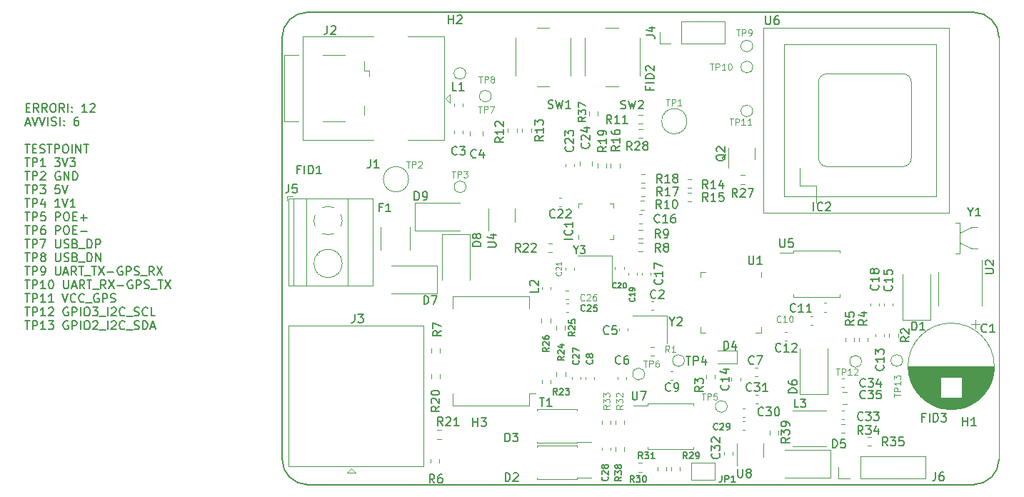
<source format=gbr>
%TF.GenerationSoftware,KiCad,Pcbnew,(6.0.4)*%
%TF.CreationDate,2022-04-11T12:28:49+02:00*%
%TF.ProjectId,PSE_RP2040,5053455f-5250-4323-9034-302e6b696361,rev?*%
%TF.SameCoordinates,Original*%
%TF.FileFunction,Legend,Top*%
%TF.FilePolarity,Positive*%
%FSLAX46Y46*%
G04 Gerber Fmt 4.6, Leading zero omitted, Abs format (unit mm)*
G04 Created by KiCad (PCBNEW (6.0.4)) date 2022-04-11 12:28:49*
%MOMM*%
%LPD*%
G01*
G04 APERTURE LIST*
%TA.AperFunction,Profile*%
%ADD10C,0.150000*%
%TD*%
%TA.AperFunction,Profile*%
%ADD11C,0.100000*%
%TD*%
%ADD12C,0.150000*%
%ADD13C,0.114300*%
%ADD14C,0.120000*%
G04 APERTURE END LIST*
D10*
X182000000Y-158000000D02*
X103000000Y-158000000D01*
D11*
X185000000Y-105000000D02*
X185000000Y-155000000D01*
D10*
X100000000Y-155000000D02*
X100000000Y-105000000D01*
X100000000Y-155000000D02*
G75*
G03*
X103000000Y-158000000I3000000J0D01*
G01*
X182000000Y-158000000D02*
G75*
G03*
X185000000Y-155000000I0J3000000D01*
G01*
X103000000Y-102000000D02*
G75*
G03*
X100000000Y-105000000I0J-3000000D01*
G01*
X185000000Y-105000000D02*
G75*
G03*
X182000000Y-102000000I-3000000J0D01*
G01*
X103000000Y-102000000D02*
X182000000Y-102000000D01*
D12*
X69660595Y-113323571D02*
X69993928Y-113323571D01*
X70136785Y-113847380D02*
X69660595Y-113847380D01*
X69660595Y-112847380D01*
X70136785Y-112847380D01*
X71136785Y-113847380D02*
X70803452Y-113371190D01*
X70565357Y-113847380D02*
X70565357Y-112847380D01*
X70946309Y-112847380D01*
X71041547Y-112895000D01*
X71089166Y-112942619D01*
X71136785Y-113037857D01*
X71136785Y-113180714D01*
X71089166Y-113275952D01*
X71041547Y-113323571D01*
X70946309Y-113371190D01*
X70565357Y-113371190D01*
X72136785Y-113847380D02*
X71803452Y-113371190D01*
X71565357Y-113847380D02*
X71565357Y-112847380D01*
X71946309Y-112847380D01*
X72041547Y-112895000D01*
X72089166Y-112942619D01*
X72136785Y-113037857D01*
X72136785Y-113180714D01*
X72089166Y-113275952D01*
X72041547Y-113323571D01*
X71946309Y-113371190D01*
X71565357Y-113371190D01*
X72755833Y-112847380D02*
X72946309Y-112847380D01*
X73041547Y-112895000D01*
X73136785Y-112990238D01*
X73184404Y-113180714D01*
X73184404Y-113514047D01*
X73136785Y-113704523D01*
X73041547Y-113799761D01*
X72946309Y-113847380D01*
X72755833Y-113847380D01*
X72660595Y-113799761D01*
X72565357Y-113704523D01*
X72517738Y-113514047D01*
X72517738Y-113180714D01*
X72565357Y-112990238D01*
X72660595Y-112895000D01*
X72755833Y-112847380D01*
X74184404Y-113847380D02*
X73851071Y-113371190D01*
X73612976Y-113847380D02*
X73612976Y-112847380D01*
X73993928Y-112847380D01*
X74089166Y-112895000D01*
X74136785Y-112942619D01*
X74184404Y-113037857D01*
X74184404Y-113180714D01*
X74136785Y-113275952D01*
X74089166Y-113323571D01*
X73993928Y-113371190D01*
X73612976Y-113371190D01*
X74612976Y-113847380D02*
X74612976Y-112847380D01*
X75089166Y-113752142D02*
X75136785Y-113799761D01*
X75089166Y-113847380D01*
X75041547Y-113799761D01*
X75089166Y-113752142D01*
X75089166Y-113847380D01*
X75089166Y-113228333D02*
X75136785Y-113275952D01*
X75089166Y-113323571D01*
X75041547Y-113275952D01*
X75089166Y-113228333D01*
X75089166Y-113323571D01*
X76851071Y-113847380D02*
X76279642Y-113847380D01*
X76565357Y-113847380D02*
X76565357Y-112847380D01*
X76470119Y-112990238D01*
X76374880Y-113085476D01*
X76279642Y-113133095D01*
X77232023Y-112942619D02*
X77279642Y-112895000D01*
X77374880Y-112847380D01*
X77612976Y-112847380D01*
X77708214Y-112895000D01*
X77755833Y-112942619D01*
X77803452Y-113037857D01*
X77803452Y-113133095D01*
X77755833Y-113275952D01*
X77184404Y-113847380D01*
X77803452Y-113847380D01*
X69612976Y-115171666D02*
X70089166Y-115171666D01*
X69517738Y-115457380D02*
X69851071Y-114457380D01*
X70184404Y-115457380D01*
X70374880Y-114457380D02*
X70708214Y-115457380D01*
X71041547Y-114457380D01*
X71232023Y-114457380D02*
X71565357Y-115457380D01*
X71898690Y-114457380D01*
X72232023Y-115457380D02*
X72232023Y-114457380D01*
X72660595Y-115409761D02*
X72803452Y-115457380D01*
X73041547Y-115457380D01*
X73136785Y-115409761D01*
X73184404Y-115362142D01*
X73232023Y-115266904D01*
X73232023Y-115171666D01*
X73184404Y-115076428D01*
X73136785Y-115028809D01*
X73041547Y-114981190D01*
X72851071Y-114933571D01*
X72755833Y-114885952D01*
X72708214Y-114838333D01*
X72660595Y-114743095D01*
X72660595Y-114647857D01*
X72708214Y-114552619D01*
X72755833Y-114505000D01*
X72851071Y-114457380D01*
X73089166Y-114457380D01*
X73232023Y-114505000D01*
X73660595Y-115457380D02*
X73660595Y-114457380D01*
X74136785Y-115362142D02*
X74184404Y-115409761D01*
X74136785Y-115457380D01*
X74089166Y-115409761D01*
X74136785Y-115362142D01*
X74136785Y-115457380D01*
X74136785Y-114838333D02*
X74184404Y-114885952D01*
X74136785Y-114933571D01*
X74089166Y-114885952D01*
X74136785Y-114838333D01*
X74136785Y-114933571D01*
X75803452Y-114457380D02*
X75612976Y-114457380D01*
X75517738Y-114505000D01*
X75470119Y-114552619D01*
X75374880Y-114695476D01*
X75327261Y-114885952D01*
X75327261Y-115266904D01*
X75374880Y-115362142D01*
X75422500Y-115409761D01*
X75517738Y-115457380D01*
X75708214Y-115457380D01*
X75803452Y-115409761D01*
X75851071Y-115362142D01*
X75898690Y-115266904D01*
X75898690Y-115028809D01*
X75851071Y-114933571D01*
X75803452Y-114885952D01*
X75708214Y-114838333D01*
X75517738Y-114838333D01*
X75422500Y-114885952D01*
X75374880Y-114933571D01*
X75327261Y-115028809D01*
X69517738Y-117677380D02*
X70089166Y-117677380D01*
X69803452Y-118677380D02*
X69803452Y-117677380D01*
X70422500Y-118153571D02*
X70755833Y-118153571D01*
X70898690Y-118677380D02*
X70422500Y-118677380D01*
X70422500Y-117677380D01*
X70898690Y-117677380D01*
X71279642Y-118629761D02*
X71422500Y-118677380D01*
X71660595Y-118677380D01*
X71755833Y-118629761D01*
X71803452Y-118582142D01*
X71851071Y-118486904D01*
X71851071Y-118391666D01*
X71803452Y-118296428D01*
X71755833Y-118248809D01*
X71660595Y-118201190D01*
X71470119Y-118153571D01*
X71374880Y-118105952D01*
X71327261Y-118058333D01*
X71279642Y-117963095D01*
X71279642Y-117867857D01*
X71327261Y-117772619D01*
X71374880Y-117725000D01*
X71470119Y-117677380D01*
X71708214Y-117677380D01*
X71851071Y-117725000D01*
X72136785Y-117677380D02*
X72708214Y-117677380D01*
X72422500Y-118677380D02*
X72422500Y-117677380D01*
X73041547Y-118677380D02*
X73041547Y-117677380D01*
X73422500Y-117677380D01*
X73517738Y-117725000D01*
X73565357Y-117772619D01*
X73612976Y-117867857D01*
X73612976Y-118010714D01*
X73565357Y-118105952D01*
X73517738Y-118153571D01*
X73422500Y-118201190D01*
X73041547Y-118201190D01*
X74232023Y-117677380D02*
X74422500Y-117677380D01*
X74517738Y-117725000D01*
X74612976Y-117820238D01*
X74660595Y-118010714D01*
X74660595Y-118344047D01*
X74612976Y-118534523D01*
X74517738Y-118629761D01*
X74422500Y-118677380D01*
X74232023Y-118677380D01*
X74136785Y-118629761D01*
X74041547Y-118534523D01*
X73993928Y-118344047D01*
X73993928Y-118010714D01*
X74041547Y-117820238D01*
X74136785Y-117725000D01*
X74232023Y-117677380D01*
X75089166Y-118677380D02*
X75089166Y-117677380D01*
X75565357Y-118677380D02*
X75565357Y-117677380D01*
X76136785Y-118677380D01*
X76136785Y-117677380D01*
X76470119Y-117677380D02*
X77041547Y-117677380D01*
X76755833Y-118677380D02*
X76755833Y-117677380D01*
X69517738Y-119287380D02*
X70089166Y-119287380D01*
X69803452Y-120287380D02*
X69803452Y-119287380D01*
X70422500Y-120287380D02*
X70422500Y-119287380D01*
X70803452Y-119287380D01*
X70898690Y-119335000D01*
X70946309Y-119382619D01*
X70993928Y-119477857D01*
X70993928Y-119620714D01*
X70946309Y-119715952D01*
X70898690Y-119763571D01*
X70803452Y-119811190D01*
X70422500Y-119811190D01*
X71946309Y-120287380D02*
X71374880Y-120287380D01*
X71660595Y-120287380D02*
X71660595Y-119287380D01*
X71565357Y-119430238D01*
X71470119Y-119525476D01*
X71374880Y-119573095D01*
X73041547Y-119287380D02*
X73660595Y-119287380D01*
X73327261Y-119668333D01*
X73470119Y-119668333D01*
X73565357Y-119715952D01*
X73612976Y-119763571D01*
X73660595Y-119858809D01*
X73660595Y-120096904D01*
X73612976Y-120192142D01*
X73565357Y-120239761D01*
X73470119Y-120287380D01*
X73184404Y-120287380D01*
X73089166Y-120239761D01*
X73041547Y-120192142D01*
X73946309Y-119287380D02*
X74279642Y-120287380D01*
X74612976Y-119287380D01*
X74851071Y-119287380D02*
X75470119Y-119287380D01*
X75136785Y-119668333D01*
X75279642Y-119668333D01*
X75374880Y-119715952D01*
X75422500Y-119763571D01*
X75470119Y-119858809D01*
X75470119Y-120096904D01*
X75422500Y-120192142D01*
X75374880Y-120239761D01*
X75279642Y-120287380D01*
X74993928Y-120287380D01*
X74898690Y-120239761D01*
X74851071Y-120192142D01*
X69517738Y-120897380D02*
X70089166Y-120897380D01*
X69803452Y-121897380D02*
X69803452Y-120897380D01*
X70422500Y-121897380D02*
X70422500Y-120897380D01*
X70803452Y-120897380D01*
X70898690Y-120945000D01*
X70946309Y-120992619D01*
X70993928Y-121087857D01*
X70993928Y-121230714D01*
X70946309Y-121325952D01*
X70898690Y-121373571D01*
X70803452Y-121421190D01*
X70422500Y-121421190D01*
X71374880Y-120992619D02*
X71422500Y-120945000D01*
X71517738Y-120897380D01*
X71755833Y-120897380D01*
X71851071Y-120945000D01*
X71898690Y-120992619D01*
X71946309Y-121087857D01*
X71946309Y-121183095D01*
X71898690Y-121325952D01*
X71327261Y-121897380D01*
X71946309Y-121897380D01*
X73660595Y-120945000D02*
X73565357Y-120897380D01*
X73422500Y-120897380D01*
X73279642Y-120945000D01*
X73184404Y-121040238D01*
X73136785Y-121135476D01*
X73089166Y-121325952D01*
X73089166Y-121468809D01*
X73136785Y-121659285D01*
X73184404Y-121754523D01*
X73279642Y-121849761D01*
X73422500Y-121897380D01*
X73517738Y-121897380D01*
X73660595Y-121849761D01*
X73708214Y-121802142D01*
X73708214Y-121468809D01*
X73517738Y-121468809D01*
X74136785Y-121897380D02*
X74136785Y-120897380D01*
X74708214Y-121897380D01*
X74708214Y-120897380D01*
X75184404Y-121897380D02*
X75184404Y-120897380D01*
X75422500Y-120897380D01*
X75565357Y-120945000D01*
X75660595Y-121040238D01*
X75708214Y-121135476D01*
X75755833Y-121325952D01*
X75755833Y-121468809D01*
X75708214Y-121659285D01*
X75660595Y-121754523D01*
X75565357Y-121849761D01*
X75422500Y-121897380D01*
X75184404Y-121897380D01*
X69517738Y-122507380D02*
X70089166Y-122507380D01*
X69803452Y-123507380D02*
X69803452Y-122507380D01*
X70422500Y-123507380D02*
X70422500Y-122507380D01*
X70803452Y-122507380D01*
X70898690Y-122555000D01*
X70946309Y-122602619D01*
X70993928Y-122697857D01*
X70993928Y-122840714D01*
X70946309Y-122935952D01*
X70898690Y-122983571D01*
X70803452Y-123031190D01*
X70422500Y-123031190D01*
X71327261Y-122507380D02*
X71946309Y-122507380D01*
X71612976Y-122888333D01*
X71755833Y-122888333D01*
X71851071Y-122935952D01*
X71898690Y-122983571D01*
X71946309Y-123078809D01*
X71946309Y-123316904D01*
X71898690Y-123412142D01*
X71851071Y-123459761D01*
X71755833Y-123507380D01*
X71470119Y-123507380D01*
X71374880Y-123459761D01*
X71327261Y-123412142D01*
X73612976Y-122507380D02*
X73136785Y-122507380D01*
X73089166Y-122983571D01*
X73136785Y-122935952D01*
X73232023Y-122888333D01*
X73470119Y-122888333D01*
X73565357Y-122935952D01*
X73612976Y-122983571D01*
X73660595Y-123078809D01*
X73660595Y-123316904D01*
X73612976Y-123412142D01*
X73565357Y-123459761D01*
X73470119Y-123507380D01*
X73232023Y-123507380D01*
X73136785Y-123459761D01*
X73089166Y-123412142D01*
X73946309Y-122507380D02*
X74279642Y-123507380D01*
X74612976Y-122507380D01*
X69517738Y-124117380D02*
X70089166Y-124117380D01*
X69803452Y-125117380D02*
X69803452Y-124117380D01*
X70422500Y-125117380D02*
X70422500Y-124117380D01*
X70803452Y-124117380D01*
X70898690Y-124165000D01*
X70946309Y-124212619D01*
X70993928Y-124307857D01*
X70993928Y-124450714D01*
X70946309Y-124545952D01*
X70898690Y-124593571D01*
X70803452Y-124641190D01*
X70422500Y-124641190D01*
X71851071Y-124450714D02*
X71851071Y-125117380D01*
X71612976Y-124069761D02*
X71374880Y-124784047D01*
X71993928Y-124784047D01*
X73660595Y-125117380D02*
X73089166Y-125117380D01*
X73374880Y-125117380D02*
X73374880Y-124117380D01*
X73279642Y-124260238D01*
X73184404Y-124355476D01*
X73089166Y-124403095D01*
X73946309Y-124117380D02*
X74279642Y-125117380D01*
X74612976Y-124117380D01*
X75470119Y-125117380D02*
X74898690Y-125117380D01*
X75184404Y-125117380D02*
X75184404Y-124117380D01*
X75089166Y-124260238D01*
X74993928Y-124355476D01*
X74898690Y-124403095D01*
X69517738Y-125727380D02*
X70089166Y-125727380D01*
X69803452Y-126727380D02*
X69803452Y-125727380D01*
X70422500Y-126727380D02*
X70422500Y-125727380D01*
X70803452Y-125727380D01*
X70898690Y-125775000D01*
X70946309Y-125822619D01*
X70993928Y-125917857D01*
X70993928Y-126060714D01*
X70946309Y-126155952D01*
X70898690Y-126203571D01*
X70803452Y-126251190D01*
X70422500Y-126251190D01*
X71898690Y-125727380D02*
X71422500Y-125727380D01*
X71374880Y-126203571D01*
X71422500Y-126155952D01*
X71517738Y-126108333D01*
X71755833Y-126108333D01*
X71851071Y-126155952D01*
X71898690Y-126203571D01*
X71946309Y-126298809D01*
X71946309Y-126536904D01*
X71898690Y-126632142D01*
X71851071Y-126679761D01*
X71755833Y-126727380D01*
X71517738Y-126727380D01*
X71422500Y-126679761D01*
X71374880Y-126632142D01*
X73136785Y-126727380D02*
X73136785Y-125727380D01*
X73517738Y-125727380D01*
X73612976Y-125775000D01*
X73660595Y-125822619D01*
X73708214Y-125917857D01*
X73708214Y-126060714D01*
X73660595Y-126155952D01*
X73612976Y-126203571D01*
X73517738Y-126251190D01*
X73136785Y-126251190D01*
X74327261Y-125727380D02*
X74517738Y-125727380D01*
X74612976Y-125775000D01*
X74708214Y-125870238D01*
X74755833Y-126060714D01*
X74755833Y-126394047D01*
X74708214Y-126584523D01*
X74612976Y-126679761D01*
X74517738Y-126727380D01*
X74327261Y-126727380D01*
X74232023Y-126679761D01*
X74136785Y-126584523D01*
X74089166Y-126394047D01*
X74089166Y-126060714D01*
X74136785Y-125870238D01*
X74232023Y-125775000D01*
X74327261Y-125727380D01*
X75184404Y-126203571D02*
X75517738Y-126203571D01*
X75660595Y-126727380D02*
X75184404Y-126727380D01*
X75184404Y-125727380D01*
X75660595Y-125727380D01*
X76089166Y-126346428D02*
X76851071Y-126346428D01*
X76470119Y-126727380D02*
X76470119Y-125965476D01*
X69517738Y-127337380D02*
X70089166Y-127337380D01*
X69803452Y-128337380D02*
X69803452Y-127337380D01*
X70422500Y-128337380D02*
X70422500Y-127337380D01*
X70803452Y-127337380D01*
X70898690Y-127385000D01*
X70946309Y-127432619D01*
X70993928Y-127527857D01*
X70993928Y-127670714D01*
X70946309Y-127765952D01*
X70898690Y-127813571D01*
X70803452Y-127861190D01*
X70422500Y-127861190D01*
X71851071Y-127337380D02*
X71660595Y-127337380D01*
X71565357Y-127385000D01*
X71517738Y-127432619D01*
X71422500Y-127575476D01*
X71374880Y-127765952D01*
X71374880Y-128146904D01*
X71422500Y-128242142D01*
X71470119Y-128289761D01*
X71565357Y-128337380D01*
X71755833Y-128337380D01*
X71851071Y-128289761D01*
X71898690Y-128242142D01*
X71946309Y-128146904D01*
X71946309Y-127908809D01*
X71898690Y-127813571D01*
X71851071Y-127765952D01*
X71755833Y-127718333D01*
X71565357Y-127718333D01*
X71470119Y-127765952D01*
X71422500Y-127813571D01*
X71374880Y-127908809D01*
X73136785Y-128337380D02*
X73136785Y-127337380D01*
X73517738Y-127337380D01*
X73612976Y-127385000D01*
X73660595Y-127432619D01*
X73708214Y-127527857D01*
X73708214Y-127670714D01*
X73660595Y-127765952D01*
X73612976Y-127813571D01*
X73517738Y-127861190D01*
X73136785Y-127861190D01*
X74327261Y-127337380D02*
X74517738Y-127337380D01*
X74612976Y-127385000D01*
X74708214Y-127480238D01*
X74755833Y-127670714D01*
X74755833Y-128004047D01*
X74708214Y-128194523D01*
X74612976Y-128289761D01*
X74517738Y-128337380D01*
X74327261Y-128337380D01*
X74232023Y-128289761D01*
X74136785Y-128194523D01*
X74089166Y-128004047D01*
X74089166Y-127670714D01*
X74136785Y-127480238D01*
X74232023Y-127385000D01*
X74327261Y-127337380D01*
X75184404Y-127813571D02*
X75517738Y-127813571D01*
X75660595Y-128337380D02*
X75184404Y-128337380D01*
X75184404Y-127337380D01*
X75660595Y-127337380D01*
X76089166Y-127956428D02*
X76851071Y-127956428D01*
X69517738Y-128947380D02*
X70089166Y-128947380D01*
X69803452Y-129947380D02*
X69803452Y-128947380D01*
X70422500Y-129947380D02*
X70422500Y-128947380D01*
X70803452Y-128947380D01*
X70898690Y-128995000D01*
X70946309Y-129042619D01*
X70993928Y-129137857D01*
X70993928Y-129280714D01*
X70946309Y-129375952D01*
X70898690Y-129423571D01*
X70803452Y-129471190D01*
X70422500Y-129471190D01*
X71327261Y-128947380D02*
X71993928Y-128947380D01*
X71565357Y-129947380D01*
X73136785Y-128947380D02*
X73136785Y-129756904D01*
X73184404Y-129852142D01*
X73232023Y-129899761D01*
X73327261Y-129947380D01*
X73517738Y-129947380D01*
X73612976Y-129899761D01*
X73660595Y-129852142D01*
X73708214Y-129756904D01*
X73708214Y-128947380D01*
X74136785Y-129899761D02*
X74279642Y-129947380D01*
X74517738Y-129947380D01*
X74612976Y-129899761D01*
X74660595Y-129852142D01*
X74708214Y-129756904D01*
X74708214Y-129661666D01*
X74660595Y-129566428D01*
X74612976Y-129518809D01*
X74517738Y-129471190D01*
X74327261Y-129423571D01*
X74232023Y-129375952D01*
X74184404Y-129328333D01*
X74136785Y-129233095D01*
X74136785Y-129137857D01*
X74184404Y-129042619D01*
X74232023Y-128995000D01*
X74327261Y-128947380D01*
X74565357Y-128947380D01*
X74708214Y-128995000D01*
X75470119Y-129423571D02*
X75612976Y-129471190D01*
X75660595Y-129518809D01*
X75708214Y-129614047D01*
X75708214Y-129756904D01*
X75660595Y-129852142D01*
X75612976Y-129899761D01*
X75517738Y-129947380D01*
X75136785Y-129947380D01*
X75136785Y-128947380D01*
X75470119Y-128947380D01*
X75565357Y-128995000D01*
X75612976Y-129042619D01*
X75660595Y-129137857D01*
X75660595Y-129233095D01*
X75612976Y-129328333D01*
X75565357Y-129375952D01*
X75470119Y-129423571D01*
X75136785Y-129423571D01*
X75898690Y-130042619D02*
X76660595Y-130042619D01*
X76898690Y-129947380D02*
X76898690Y-128947380D01*
X77136785Y-128947380D01*
X77279642Y-128995000D01*
X77374880Y-129090238D01*
X77422500Y-129185476D01*
X77470119Y-129375952D01*
X77470119Y-129518809D01*
X77422500Y-129709285D01*
X77374880Y-129804523D01*
X77279642Y-129899761D01*
X77136785Y-129947380D01*
X76898690Y-129947380D01*
X77898690Y-129947380D02*
X77898690Y-128947380D01*
X78279642Y-128947380D01*
X78374880Y-128995000D01*
X78422500Y-129042619D01*
X78470119Y-129137857D01*
X78470119Y-129280714D01*
X78422500Y-129375952D01*
X78374880Y-129423571D01*
X78279642Y-129471190D01*
X77898690Y-129471190D01*
X69517738Y-130557380D02*
X70089166Y-130557380D01*
X69803452Y-131557380D02*
X69803452Y-130557380D01*
X70422500Y-131557380D02*
X70422500Y-130557380D01*
X70803452Y-130557380D01*
X70898690Y-130605000D01*
X70946309Y-130652619D01*
X70993928Y-130747857D01*
X70993928Y-130890714D01*
X70946309Y-130985952D01*
X70898690Y-131033571D01*
X70803452Y-131081190D01*
X70422500Y-131081190D01*
X71565357Y-130985952D02*
X71470119Y-130938333D01*
X71422500Y-130890714D01*
X71374880Y-130795476D01*
X71374880Y-130747857D01*
X71422500Y-130652619D01*
X71470119Y-130605000D01*
X71565357Y-130557380D01*
X71755833Y-130557380D01*
X71851071Y-130605000D01*
X71898690Y-130652619D01*
X71946309Y-130747857D01*
X71946309Y-130795476D01*
X71898690Y-130890714D01*
X71851071Y-130938333D01*
X71755833Y-130985952D01*
X71565357Y-130985952D01*
X71470119Y-131033571D01*
X71422500Y-131081190D01*
X71374880Y-131176428D01*
X71374880Y-131366904D01*
X71422500Y-131462142D01*
X71470119Y-131509761D01*
X71565357Y-131557380D01*
X71755833Y-131557380D01*
X71851071Y-131509761D01*
X71898690Y-131462142D01*
X71946309Y-131366904D01*
X71946309Y-131176428D01*
X71898690Y-131081190D01*
X71851071Y-131033571D01*
X71755833Y-130985952D01*
X73136785Y-130557380D02*
X73136785Y-131366904D01*
X73184404Y-131462142D01*
X73232023Y-131509761D01*
X73327261Y-131557380D01*
X73517738Y-131557380D01*
X73612976Y-131509761D01*
X73660595Y-131462142D01*
X73708214Y-131366904D01*
X73708214Y-130557380D01*
X74136785Y-131509761D02*
X74279642Y-131557380D01*
X74517738Y-131557380D01*
X74612976Y-131509761D01*
X74660595Y-131462142D01*
X74708214Y-131366904D01*
X74708214Y-131271666D01*
X74660595Y-131176428D01*
X74612976Y-131128809D01*
X74517738Y-131081190D01*
X74327261Y-131033571D01*
X74232023Y-130985952D01*
X74184404Y-130938333D01*
X74136785Y-130843095D01*
X74136785Y-130747857D01*
X74184404Y-130652619D01*
X74232023Y-130605000D01*
X74327261Y-130557380D01*
X74565357Y-130557380D01*
X74708214Y-130605000D01*
X75470119Y-131033571D02*
X75612976Y-131081190D01*
X75660595Y-131128809D01*
X75708214Y-131224047D01*
X75708214Y-131366904D01*
X75660595Y-131462142D01*
X75612976Y-131509761D01*
X75517738Y-131557380D01*
X75136785Y-131557380D01*
X75136785Y-130557380D01*
X75470119Y-130557380D01*
X75565357Y-130605000D01*
X75612976Y-130652619D01*
X75660595Y-130747857D01*
X75660595Y-130843095D01*
X75612976Y-130938333D01*
X75565357Y-130985952D01*
X75470119Y-131033571D01*
X75136785Y-131033571D01*
X75898690Y-131652619D02*
X76660595Y-131652619D01*
X76898690Y-131557380D02*
X76898690Y-130557380D01*
X77136785Y-130557380D01*
X77279642Y-130605000D01*
X77374880Y-130700238D01*
X77422500Y-130795476D01*
X77470119Y-130985952D01*
X77470119Y-131128809D01*
X77422500Y-131319285D01*
X77374880Y-131414523D01*
X77279642Y-131509761D01*
X77136785Y-131557380D01*
X76898690Y-131557380D01*
X77898690Y-131557380D02*
X77898690Y-130557380D01*
X78470119Y-131557380D01*
X78470119Y-130557380D01*
X69517738Y-132167380D02*
X70089166Y-132167380D01*
X69803452Y-133167380D02*
X69803452Y-132167380D01*
X70422500Y-133167380D02*
X70422500Y-132167380D01*
X70803452Y-132167380D01*
X70898690Y-132215000D01*
X70946309Y-132262619D01*
X70993928Y-132357857D01*
X70993928Y-132500714D01*
X70946309Y-132595952D01*
X70898690Y-132643571D01*
X70803452Y-132691190D01*
X70422500Y-132691190D01*
X71470119Y-133167380D02*
X71660595Y-133167380D01*
X71755833Y-133119761D01*
X71803452Y-133072142D01*
X71898690Y-132929285D01*
X71946309Y-132738809D01*
X71946309Y-132357857D01*
X71898690Y-132262619D01*
X71851071Y-132215000D01*
X71755833Y-132167380D01*
X71565357Y-132167380D01*
X71470119Y-132215000D01*
X71422500Y-132262619D01*
X71374880Y-132357857D01*
X71374880Y-132595952D01*
X71422500Y-132691190D01*
X71470119Y-132738809D01*
X71565357Y-132786428D01*
X71755833Y-132786428D01*
X71851071Y-132738809D01*
X71898690Y-132691190D01*
X71946309Y-132595952D01*
X73136785Y-132167380D02*
X73136785Y-132976904D01*
X73184404Y-133072142D01*
X73232023Y-133119761D01*
X73327261Y-133167380D01*
X73517738Y-133167380D01*
X73612976Y-133119761D01*
X73660595Y-133072142D01*
X73708214Y-132976904D01*
X73708214Y-132167380D01*
X74136785Y-132881666D02*
X74612976Y-132881666D01*
X74041547Y-133167380D02*
X74374880Y-132167380D01*
X74708214Y-133167380D01*
X75612976Y-133167380D02*
X75279642Y-132691190D01*
X75041547Y-133167380D02*
X75041547Y-132167380D01*
X75422500Y-132167380D01*
X75517738Y-132215000D01*
X75565357Y-132262619D01*
X75612976Y-132357857D01*
X75612976Y-132500714D01*
X75565357Y-132595952D01*
X75517738Y-132643571D01*
X75422500Y-132691190D01*
X75041547Y-132691190D01*
X75898690Y-132167380D02*
X76470119Y-132167380D01*
X76184404Y-133167380D02*
X76184404Y-132167380D01*
X76565357Y-133262619D02*
X77327261Y-133262619D01*
X77422500Y-132167380D02*
X77993928Y-132167380D01*
X77708214Y-133167380D02*
X77708214Y-132167380D01*
X78232023Y-132167380D02*
X78898690Y-133167380D01*
X78898690Y-132167380D02*
X78232023Y-133167380D01*
X79279642Y-132786428D02*
X80041547Y-132786428D01*
X81041547Y-132215000D02*
X80946309Y-132167380D01*
X80803452Y-132167380D01*
X80660595Y-132215000D01*
X80565357Y-132310238D01*
X80517738Y-132405476D01*
X80470119Y-132595952D01*
X80470119Y-132738809D01*
X80517738Y-132929285D01*
X80565357Y-133024523D01*
X80660595Y-133119761D01*
X80803452Y-133167380D01*
X80898690Y-133167380D01*
X81041547Y-133119761D01*
X81089166Y-133072142D01*
X81089166Y-132738809D01*
X80898690Y-132738809D01*
X81517738Y-133167380D02*
X81517738Y-132167380D01*
X81898690Y-132167380D01*
X81993928Y-132215000D01*
X82041547Y-132262619D01*
X82089166Y-132357857D01*
X82089166Y-132500714D01*
X82041547Y-132595952D01*
X81993928Y-132643571D01*
X81898690Y-132691190D01*
X81517738Y-132691190D01*
X82470119Y-133119761D02*
X82612976Y-133167380D01*
X82851071Y-133167380D01*
X82946309Y-133119761D01*
X82993928Y-133072142D01*
X83041547Y-132976904D01*
X83041547Y-132881666D01*
X82993928Y-132786428D01*
X82946309Y-132738809D01*
X82851071Y-132691190D01*
X82660595Y-132643571D01*
X82565357Y-132595952D01*
X82517738Y-132548333D01*
X82470119Y-132453095D01*
X82470119Y-132357857D01*
X82517738Y-132262619D01*
X82565357Y-132215000D01*
X82660595Y-132167380D01*
X82898690Y-132167380D01*
X83041547Y-132215000D01*
X83232023Y-133262619D02*
X83993928Y-133262619D01*
X84803452Y-133167380D02*
X84470119Y-132691190D01*
X84232023Y-133167380D02*
X84232023Y-132167380D01*
X84612976Y-132167380D01*
X84708214Y-132215000D01*
X84755833Y-132262619D01*
X84803452Y-132357857D01*
X84803452Y-132500714D01*
X84755833Y-132595952D01*
X84708214Y-132643571D01*
X84612976Y-132691190D01*
X84232023Y-132691190D01*
X85136785Y-132167380D02*
X85803452Y-133167380D01*
X85803452Y-132167380D02*
X85136785Y-133167380D01*
X69517738Y-133777380D02*
X70089166Y-133777380D01*
X69803452Y-134777380D02*
X69803452Y-133777380D01*
X70422500Y-134777380D02*
X70422500Y-133777380D01*
X70803452Y-133777380D01*
X70898690Y-133825000D01*
X70946309Y-133872619D01*
X70993928Y-133967857D01*
X70993928Y-134110714D01*
X70946309Y-134205952D01*
X70898690Y-134253571D01*
X70803452Y-134301190D01*
X70422500Y-134301190D01*
X71946309Y-134777380D02*
X71374880Y-134777380D01*
X71660595Y-134777380D02*
X71660595Y-133777380D01*
X71565357Y-133920238D01*
X71470119Y-134015476D01*
X71374880Y-134063095D01*
X72565357Y-133777380D02*
X72660595Y-133777380D01*
X72755833Y-133825000D01*
X72803452Y-133872619D01*
X72851071Y-133967857D01*
X72898690Y-134158333D01*
X72898690Y-134396428D01*
X72851071Y-134586904D01*
X72803452Y-134682142D01*
X72755833Y-134729761D01*
X72660595Y-134777380D01*
X72565357Y-134777380D01*
X72470119Y-134729761D01*
X72422500Y-134682142D01*
X72374880Y-134586904D01*
X72327261Y-134396428D01*
X72327261Y-134158333D01*
X72374880Y-133967857D01*
X72422500Y-133872619D01*
X72470119Y-133825000D01*
X72565357Y-133777380D01*
X74089166Y-133777380D02*
X74089166Y-134586904D01*
X74136785Y-134682142D01*
X74184404Y-134729761D01*
X74279642Y-134777380D01*
X74470119Y-134777380D01*
X74565357Y-134729761D01*
X74612976Y-134682142D01*
X74660595Y-134586904D01*
X74660595Y-133777380D01*
X75089166Y-134491666D02*
X75565357Y-134491666D01*
X74993928Y-134777380D02*
X75327261Y-133777380D01*
X75660595Y-134777380D01*
X76565357Y-134777380D02*
X76232023Y-134301190D01*
X75993928Y-134777380D02*
X75993928Y-133777380D01*
X76374880Y-133777380D01*
X76470119Y-133825000D01*
X76517738Y-133872619D01*
X76565357Y-133967857D01*
X76565357Y-134110714D01*
X76517738Y-134205952D01*
X76470119Y-134253571D01*
X76374880Y-134301190D01*
X75993928Y-134301190D01*
X76851071Y-133777380D02*
X77422500Y-133777380D01*
X77136785Y-134777380D02*
X77136785Y-133777380D01*
X77517738Y-134872619D02*
X78279642Y-134872619D01*
X79089166Y-134777380D02*
X78755833Y-134301190D01*
X78517738Y-134777380D02*
X78517738Y-133777380D01*
X78898690Y-133777380D01*
X78993928Y-133825000D01*
X79041547Y-133872619D01*
X79089166Y-133967857D01*
X79089166Y-134110714D01*
X79041547Y-134205952D01*
X78993928Y-134253571D01*
X78898690Y-134301190D01*
X78517738Y-134301190D01*
X79422500Y-133777380D02*
X80089166Y-134777380D01*
X80089166Y-133777380D02*
X79422500Y-134777380D01*
X80470119Y-134396428D02*
X81232023Y-134396428D01*
X82232023Y-133825000D02*
X82136785Y-133777380D01*
X81993928Y-133777380D01*
X81851071Y-133825000D01*
X81755833Y-133920238D01*
X81708214Y-134015476D01*
X81660595Y-134205952D01*
X81660595Y-134348809D01*
X81708214Y-134539285D01*
X81755833Y-134634523D01*
X81851071Y-134729761D01*
X81993928Y-134777380D01*
X82089166Y-134777380D01*
X82232023Y-134729761D01*
X82279642Y-134682142D01*
X82279642Y-134348809D01*
X82089166Y-134348809D01*
X82708214Y-134777380D02*
X82708214Y-133777380D01*
X83089166Y-133777380D01*
X83184404Y-133825000D01*
X83232023Y-133872619D01*
X83279642Y-133967857D01*
X83279642Y-134110714D01*
X83232023Y-134205952D01*
X83184404Y-134253571D01*
X83089166Y-134301190D01*
X82708214Y-134301190D01*
X83660595Y-134729761D02*
X83803452Y-134777380D01*
X84041547Y-134777380D01*
X84136785Y-134729761D01*
X84184404Y-134682142D01*
X84232023Y-134586904D01*
X84232023Y-134491666D01*
X84184404Y-134396428D01*
X84136785Y-134348809D01*
X84041547Y-134301190D01*
X83851071Y-134253571D01*
X83755833Y-134205952D01*
X83708214Y-134158333D01*
X83660595Y-134063095D01*
X83660595Y-133967857D01*
X83708214Y-133872619D01*
X83755833Y-133825000D01*
X83851071Y-133777380D01*
X84089166Y-133777380D01*
X84232023Y-133825000D01*
X84422500Y-134872619D02*
X85184404Y-134872619D01*
X85279642Y-133777380D02*
X85851071Y-133777380D01*
X85565357Y-134777380D02*
X85565357Y-133777380D01*
X86089166Y-133777380D02*
X86755833Y-134777380D01*
X86755833Y-133777380D02*
X86089166Y-134777380D01*
X69517738Y-135387380D02*
X70089166Y-135387380D01*
X69803452Y-136387380D02*
X69803452Y-135387380D01*
X70422500Y-136387380D02*
X70422500Y-135387380D01*
X70803452Y-135387380D01*
X70898690Y-135435000D01*
X70946309Y-135482619D01*
X70993928Y-135577857D01*
X70993928Y-135720714D01*
X70946309Y-135815952D01*
X70898690Y-135863571D01*
X70803452Y-135911190D01*
X70422500Y-135911190D01*
X71946309Y-136387380D02*
X71374880Y-136387380D01*
X71660595Y-136387380D02*
X71660595Y-135387380D01*
X71565357Y-135530238D01*
X71470119Y-135625476D01*
X71374880Y-135673095D01*
X72898690Y-136387380D02*
X72327261Y-136387380D01*
X72612976Y-136387380D02*
X72612976Y-135387380D01*
X72517738Y-135530238D01*
X72422500Y-135625476D01*
X72327261Y-135673095D01*
X73946309Y-135387380D02*
X74279642Y-136387380D01*
X74612976Y-135387380D01*
X75517738Y-136292142D02*
X75470119Y-136339761D01*
X75327261Y-136387380D01*
X75232023Y-136387380D01*
X75089166Y-136339761D01*
X74993928Y-136244523D01*
X74946309Y-136149285D01*
X74898690Y-135958809D01*
X74898690Y-135815952D01*
X74946309Y-135625476D01*
X74993928Y-135530238D01*
X75089166Y-135435000D01*
X75232023Y-135387380D01*
X75327261Y-135387380D01*
X75470119Y-135435000D01*
X75517738Y-135482619D01*
X76517738Y-136292142D02*
X76470119Y-136339761D01*
X76327261Y-136387380D01*
X76232023Y-136387380D01*
X76089166Y-136339761D01*
X75993928Y-136244523D01*
X75946309Y-136149285D01*
X75898690Y-135958809D01*
X75898690Y-135815952D01*
X75946309Y-135625476D01*
X75993928Y-135530238D01*
X76089166Y-135435000D01*
X76232023Y-135387380D01*
X76327261Y-135387380D01*
X76470119Y-135435000D01*
X76517738Y-135482619D01*
X76708214Y-136482619D02*
X77470119Y-136482619D01*
X78232023Y-135435000D02*
X78136785Y-135387380D01*
X77993928Y-135387380D01*
X77851071Y-135435000D01*
X77755833Y-135530238D01*
X77708214Y-135625476D01*
X77660595Y-135815952D01*
X77660595Y-135958809D01*
X77708214Y-136149285D01*
X77755833Y-136244523D01*
X77851071Y-136339761D01*
X77993928Y-136387380D01*
X78089166Y-136387380D01*
X78232023Y-136339761D01*
X78279642Y-136292142D01*
X78279642Y-135958809D01*
X78089166Y-135958809D01*
X78708214Y-136387380D02*
X78708214Y-135387380D01*
X79089166Y-135387380D01*
X79184404Y-135435000D01*
X79232023Y-135482619D01*
X79279642Y-135577857D01*
X79279642Y-135720714D01*
X79232023Y-135815952D01*
X79184404Y-135863571D01*
X79089166Y-135911190D01*
X78708214Y-135911190D01*
X79660595Y-136339761D02*
X79803452Y-136387380D01*
X80041547Y-136387380D01*
X80136785Y-136339761D01*
X80184404Y-136292142D01*
X80232023Y-136196904D01*
X80232023Y-136101666D01*
X80184404Y-136006428D01*
X80136785Y-135958809D01*
X80041547Y-135911190D01*
X79851071Y-135863571D01*
X79755833Y-135815952D01*
X79708214Y-135768333D01*
X79660595Y-135673095D01*
X79660595Y-135577857D01*
X79708214Y-135482619D01*
X79755833Y-135435000D01*
X79851071Y-135387380D01*
X80089166Y-135387380D01*
X80232023Y-135435000D01*
X69517738Y-136997380D02*
X70089166Y-136997380D01*
X69803452Y-137997380D02*
X69803452Y-136997380D01*
X70422500Y-137997380D02*
X70422500Y-136997380D01*
X70803452Y-136997380D01*
X70898690Y-137045000D01*
X70946309Y-137092619D01*
X70993928Y-137187857D01*
X70993928Y-137330714D01*
X70946309Y-137425952D01*
X70898690Y-137473571D01*
X70803452Y-137521190D01*
X70422500Y-137521190D01*
X71946309Y-137997380D02*
X71374880Y-137997380D01*
X71660595Y-137997380D02*
X71660595Y-136997380D01*
X71565357Y-137140238D01*
X71470119Y-137235476D01*
X71374880Y-137283095D01*
X72327261Y-137092619D02*
X72374880Y-137045000D01*
X72470119Y-136997380D01*
X72708214Y-136997380D01*
X72803452Y-137045000D01*
X72851071Y-137092619D01*
X72898690Y-137187857D01*
X72898690Y-137283095D01*
X72851071Y-137425952D01*
X72279642Y-137997380D01*
X72898690Y-137997380D01*
X74612976Y-137045000D02*
X74517738Y-136997380D01*
X74374880Y-136997380D01*
X74232023Y-137045000D01*
X74136785Y-137140238D01*
X74089166Y-137235476D01*
X74041547Y-137425952D01*
X74041547Y-137568809D01*
X74089166Y-137759285D01*
X74136785Y-137854523D01*
X74232023Y-137949761D01*
X74374880Y-137997380D01*
X74470119Y-137997380D01*
X74612976Y-137949761D01*
X74660595Y-137902142D01*
X74660595Y-137568809D01*
X74470119Y-137568809D01*
X75089166Y-137997380D02*
X75089166Y-136997380D01*
X75470119Y-136997380D01*
X75565357Y-137045000D01*
X75612976Y-137092619D01*
X75660595Y-137187857D01*
X75660595Y-137330714D01*
X75612976Y-137425952D01*
X75565357Y-137473571D01*
X75470119Y-137521190D01*
X75089166Y-137521190D01*
X76089166Y-137997380D02*
X76089166Y-136997380D01*
X76755833Y-136997380D02*
X76946309Y-136997380D01*
X77041547Y-137045000D01*
X77136785Y-137140238D01*
X77184404Y-137330714D01*
X77184404Y-137664047D01*
X77136785Y-137854523D01*
X77041547Y-137949761D01*
X76946309Y-137997380D01*
X76755833Y-137997380D01*
X76660595Y-137949761D01*
X76565357Y-137854523D01*
X76517738Y-137664047D01*
X76517738Y-137330714D01*
X76565357Y-137140238D01*
X76660595Y-137045000D01*
X76755833Y-136997380D01*
X77517738Y-136997380D02*
X78136785Y-136997380D01*
X77803452Y-137378333D01*
X77946309Y-137378333D01*
X78041547Y-137425952D01*
X78089166Y-137473571D01*
X78136785Y-137568809D01*
X78136785Y-137806904D01*
X78089166Y-137902142D01*
X78041547Y-137949761D01*
X77946309Y-137997380D01*
X77660595Y-137997380D01*
X77565357Y-137949761D01*
X77517738Y-137902142D01*
X78327261Y-138092619D02*
X79089166Y-138092619D01*
X79327261Y-137997380D02*
X79327261Y-136997380D01*
X79755833Y-137092619D02*
X79803452Y-137045000D01*
X79898690Y-136997380D01*
X80136785Y-136997380D01*
X80232023Y-137045000D01*
X80279642Y-137092619D01*
X80327261Y-137187857D01*
X80327261Y-137283095D01*
X80279642Y-137425952D01*
X79708214Y-137997380D01*
X80327261Y-137997380D01*
X81327261Y-137902142D02*
X81279642Y-137949761D01*
X81136785Y-137997380D01*
X81041547Y-137997380D01*
X80898690Y-137949761D01*
X80803452Y-137854523D01*
X80755833Y-137759285D01*
X80708214Y-137568809D01*
X80708214Y-137425952D01*
X80755833Y-137235476D01*
X80803452Y-137140238D01*
X80898690Y-137045000D01*
X81041547Y-136997380D01*
X81136785Y-136997380D01*
X81279642Y-137045000D01*
X81327261Y-137092619D01*
X81517738Y-138092619D02*
X82279642Y-138092619D01*
X82470119Y-137949761D02*
X82612976Y-137997380D01*
X82851071Y-137997380D01*
X82946309Y-137949761D01*
X82993928Y-137902142D01*
X83041547Y-137806904D01*
X83041547Y-137711666D01*
X82993928Y-137616428D01*
X82946309Y-137568809D01*
X82851071Y-137521190D01*
X82660595Y-137473571D01*
X82565357Y-137425952D01*
X82517738Y-137378333D01*
X82470119Y-137283095D01*
X82470119Y-137187857D01*
X82517738Y-137092619D01*
X82565357Y-137045000D01*
X82660595Y-136997380D01*
X82898690Y-136997380D01*
X83041547Y-137045000D01*
X84041547Y-137902142D02*
X83993928Y-137949761D01*
X83851071Y-137997380D01*
X83755833Y-137997380D01*
X83612976Y-137949761D01*
X83517738Y-137854523D01*
X83470119Y-137759285D01*
X83422500Y-137568809D01*
X83422500Y-137425952D01*
X83470119Y-137235476D01*
X83517738Y-137140238D01*
X83612976Y-137045000D01*
X83755833Y-136997380D01*
X83851071Y-136997380D01*
X83993928Y-137045000D01*
X84041547Y-137092619D01*
X84946309Y-137997380D02*
X84470119Y-137997380D01*
X84470119Y-136997380D01*
X69517738Y-138607380D02*
X70089166Y-138607380D01*
X69803452Y-139607380D02*
X69803452Y-138607380D01*
X70422500Y-139607380D02*
X70422500Y-138607380D01*
X70803452Y-138607380D01*
X70898690Y-138655000D01*
X70946309Y-138702619D01*
X70993928Y-138797857D01*
X70993928Y-138940714D01*
X70946309Y-139035952D01*
X70898690Y-139083571D01*
X70803452Y-139131190D01*
X70422500Y-139131190D01*
X71946309Y-139607380D02*
X71374880Y-139607380D01*
X71660595Y-139607380D02*
X71660595Y-138607380D01*
X71565357Y-138750238D01*
X71470119Y-138845476D01*
X71374880Y-138893095D01*
X72279642Y-138607380D02*
X72898690Y-138607380D01*
X72565357Y-138988333D01*
X72708214Y-138988333D01*
X72803452Y-139035952D01*
X72851071Y-139083571D01*
X72898690Y-139178809D01*
X72898690Y-139416904D01*
X72851071Y-139512142D01*
X72803452Y-139559761D01*
X72708214Y-139607380D01*
X72422500Y-139607380D01*
X72327261Y-139559761D01*
X72279642Y-139512142D01*
X74612976Y-138655000D02*
X74517738Y-138607380D01*
X74374880Y-138607380D01*
X74232023Y-138655000D01*
X74136785Y-138750238D01*
X74089166Y-138845476D01*
X74041547Y-139035952D01*
X74041547Y-139178809D01*
X74089166Y-139369285D01*
X74136785Y-139464523D01*
X74232023Y-139559761D01*
X74374880Y-139607380D01*
X74470119Y-139607380D01*
X74612976Y-139559761D01*
X74660595Y-139512142D01*
X74660595Y-139178809D01*
X74470119Y-139178809D01*
X75089166Y-139607380D02*
X75089166Y-138607380D01*
X75470119Y-138607380D01*
X75565357Y-138655000D01*
X75612976Y-138702619D01*
X75660595Y-138797857D01*
X75660595Y-138940714D01*
X75612976Y-139035952D01*
X75565357Y-139083571D01*
X75470119Y-139131190D01*
X75089166Y-139131190D01*
X76089166Y-139607380D02*
X76089166Y-138607380D01*
X76755833Y-138607380D02*
X76946309Y-138607380D01*
X77041547Y-138655000D01*
X77136785Y-138750238D01*
X77184404Y-138940714D01*
X77184404Y-139274047D01*
X77136785Y-139464523D01*
X77041547Y-139559761D01*
X76946309Y-139607380D01*
X76755833Y-139607380D01*
X76660595Y-139559761D01*
X76565357Y-139464523D01*
X76517738Y-139274047D01*
X76517738Y-138940714D01*
X76565357Y-138750238D01*
X76660595Y-138655000D01*
X76755833Y-138607380D01*
X77565357Y-138702619D02*
X77612976Y-138655000D01*
X77708214Y-138607380D01*
X77946309Y-138607380D01*
X78041547Y-138655000D01*
X78089166Y-138702619D01*
X78136785Y-138797857D01*
X78136785Y-138893095D01*
X78089166Y-139035952D01*
X77517738Y-139607380D01*
X78136785Y-139607380D01*
X78327261Y-139702619D02*
X79089166Y-139702619D01*
X79327261Y-139607380D02*
X79327261Y-138607380D01*
X79755833Y-138702619D02*
X79803452Y-138655000D01*
X79898690Y-138607380D01*
X80136785Y-138607380D01*
X80232023Y-138655000D01*
X80279642Y-138702619D01*
X80327261Y-138797857D01*
X80327261Y-138893095D01*
X80279642Y-139035952D01*
X79708214Y-139607380D01*
X80327261Y-139607380D01*
X81327261Y-139512142D02*
X81279642Y-139559761D01*
X81136785Y-139607380D01*
X81041547Y-139607380D01*
X80898690Y-139559761D01*
X80803452Y-139464523D01*
X80755833Y-139369285D01*
X80708214Y-139178809D01*
X80708214Y-139035952D01*
X80755833Y-138845476D01*
X80803452Y-138750238D01*
X80898690Y-138655000D01*
X81041547Y-138607380D01*
X81136785Y-138607380D01*
X81279642Y-138655000D01*
X81327261Y-138702619D01*
X81517738Y-139702619D02*
X82279642Y-139702619D01*
X82470119Y-139559761D02*
X82612976Y-139607380D01*
X82851071Y-139607380D01*
X82946309Y-139559761D01*
X82993928Y-139512142D01*
X83041547Y-139416904D01*
X83041547Y-139321666D01*
X82993928Y-139226428D01*
X82946309Y-139178809D01*
X82851071Y-139131190D01*
X82660595Y-139083571D01*
X82565357Y-139035952D01*
X82517738Y-138988333D01*
X82470119Y-138893095D01*
X82470119Y-138797857D01*
X82517738Y-138702619D01*
X82565357Y-138655000D01*
X82660595Y-138607380D01*
X82898690Y-138607380D01*
X83041547Y-138655000D01*
X83470119Y-139607380D02*
X83470119Y-138607380D01*
X83708214Y-138607380D01*
X83851071Y-138655000D01*
X83946309Y-138750238D01*
X83993928Y-138845476D01*
X84041547Y-139035952D01*
X84041547Y-139178809D01*
X83993928Y-139369285D01*
X83946309Y-139464523D01*
X83851071Y-139559761D01*
X83708214Y-139607380D01*
X83470119Y-139607380D01*
X84422500Y-139321666D02*
X84898690Y-139321666D01*
X84327261Y-139607380D02*
X84660595Y-138607380D01*
X84993928Y-139607380D01*
%TO.C,C5*%
X138733333Y-140087142D02*
X138685714Y-140134761D01*
X138542857Y-140182380D01*
X138447619Y-140182380D01*
X138304761Y-140134761D01*
X138209523Y-140039523D01*
X138161904Y-139944285D01*
X138114285Y-139753809D01*
X138114285Y-139610952D01*
X138161904Y-139420476D01*
X138209523Y-139325238D01*
X138304761Y-139230000D01*
X138447619Y-139182380D01*
X138542857Y-139182380D01*
X138685714Y-139230000D01*
X138733333Y-139277619D01*
X139638095Y-139182380D02*
X139161904Y-139182380D01*
X139114285Y-139658571D01*
X139161904Y-139610952D01*
X139257142Y-139563333D01*
X139495238Y-139563333D01*
X139590476Y-139610952D01*
X139638095Y-139658571D01*
X139685714Y-139753809D01*
X139685714Y-139991904D01*
X139638095Y-140087142D01*
X139590476Y-140134761D01*
X139495238Y-140182380D01*
X139257142Y-140182380D01*
X139161904Y-140134761D01*
X139114285Y-140087142D01*
%TO.C,R19*%
X138452380Y-117917857D02*
X137976190Y-118251190D01*
X138452380Y-118489285D02*
X137452380Y-118489285D01*
X137452380Y-118108333D01*
X137500000Y-118013095D01*
X137547619Y-117965476D01*
X137642857Y-117917857D01*
X137785714Y-117917857D01*
X137880952Y-117965476D01*
X137928571Y-118013095D01*
X137976190Y-118108333D01*
X137976190Y-118489285D01*
X138452380Y-116965476D02*
X138452380Y-117536904D01*
X138452380Y-117251190D02*
X137452380Y-117251190D01*
X137595238Y-117346428D01*
X137690476Y-117441666D01*
X137738095Y-117536904D01*
X138452380Y-116489285D02*
X138452380Y-116298809D01*
X138404761Y-116203571D01*
X138357142Y-116155952D01*
X138214285Y-116060714D01*
X138023809Y-116013095D01*
X137642857Y-116013095D01*
X137547619Y-116060714D01*
X137500000Y-116108333D01*
X137452380Y-116203571D01*
X137452380Y-116394047D01*
X137500000Y-116489285D01*
X137547619Y-116536904D01*
X137642857Y-116584523D01*
X137880952Y-116584523D01*
X137976190Y-116536904D01*
X138023809Y-116489285D01*
X138071428Y-116394047D01*
X138071428Y-116203571D01*
X138023809Y-116108333D01*
X137976190Y-116060714D01*
X137880952Y-116013095D01*
%TO.C,R17*%
X145057142Y-123752380D02*
X144723809Y-123276190D01*
X144485714Y-123752380D02*
X144485714Y-122752380D01*
X144866666Y-122752380D01*
X144961904Y-122800000D01*
X145009523Y-122847619D01*
X145057142Y-122942857D01*
X145057142Y-123085714D01*
X145009523Y-123180952D01*
X144961904Y-123228571D01*
X144866666Y-123276190D01*
X144485714Y-123276190D01*
X146009523Y-123752380D02*
X145438095Y-123752380D01*
X145723809Y-123752380D02*
X145723809Y-122752380D01*
X145628571Y-122895238D01*
X145533333Y-122990476D01*
X145438095Y-123038095D01*
X146342857Y-122752380D02*
X147009523Y-122752380D01*
X146580952Y-123752380D01*
%TO.C,U7*%
X141538095Y-146952380D02*
X141538095Y-147761904D01*
X141585714Y-147857142D01*
X141633333Y-147904761D01*
X141728571Y-147952380D01*
X141919047Y-147952380D01*
X142014285Y-147904761D01*
X142061904Y-147857142D01*
X142109523Y-147761904D01*
X142109523Y-146952380D01*
X142490476Y-146952380D02*
X143157142Y-146952380D01*
X142728571Y-147952380D01*
%TO.C,D7*%
X116813104Y-136621780D02*
X116813104Y-135621780D01*
X117051200Y-135621780D01*
X117194057Y-135669400D01*
X117289295Y-135764638D01*
X117336914Y-135859876D01*
X117384533Y-136050352D01*
X117384533Y-136193209D01*
X117336914Y-136383685D01*
X117289295Y-136478923D01*
X117194057Y-136574161D01*
X117051200Y-136621780D01*
X116813104Y-136621780D01*
X117717866Y-135621780D02*
X118384533Y-135621780D01*
X117955961Y-136621780D01*
%TO.C,R37*%
X136002174Y-114421488D02*
X135578841Y-114717821D01*
X136002174Y-114929488D02*
X135113174Y-114929488D01*
X135113174Y-114590821D01*
X135155508Y-114506154D01*
X135197841Y-114463821D01*
X135282508Y-114421488D01*
X135409508Y-114421488D01*
X135494174Y-114463821D01*
X135536508Y-114506154D01*
X135578841Y-114590821D01*
X135578841Y-114929488D01*
X135113174Y-114125154D02*
X135113174Y-113574821D01*
X135451841Y-113871154D01*
X135451841Y-113744154D01*
X135494174Y-113659488D01*
X135536508Y-113617154D01*
X135621174Y-113574821D01*
X135832841Y-113574821D01*
X135917508Y-113617154D01*
X135959841Y-113659488D01*
X136002174Y-113744154D01*
X136002174Y-113998154D01*
X135959841Y-114082821D01*
X135917508Y-114125154D01*
X135113174Y-113278488D02*
X135113174Y-112685821D01*
X136002174Y-113066821D01*
%TO.C,R23*%
X132610142Y-147344714D02*
X132356142Y-146981857D01*
X132174714Y-147344714D02*
X132174714Y-146582714D01*
X132465000Y-146582714D01*
X132537571Y-146619000D01*
X132573857Y-146655285D01*
X132610142Y-146727857D01*
X132610142Y-146836714D01*
X132573857Y-146909285D01*
X132537571Y-146945571D01*
X132465000Y-146981857D01*
X132174714Y-146981857D01*
X132900428Y-146655285D02*
X132936714Y-146619000D01*
X133009285Y-146582714D01*
X133190714Y-146582714D01*
X133263285Y-146619000D01*
X133299571Y-146655285D01*
X133335857Y-146727857D01*
X133335857Y-146800428D01*
X133299571Y-146909285D01*
X132864142Y-147344714D01*
X133335857Y-147344714D01*
X133589857Y-146582714D02*
X134061571Y-146582714D01*
X133807571Y-146873000D01*
X133916428Y-146873000D01*
X133989000Y-146909285D01*
X134025285Y-146945571D01*
X134061571Y-147018142D01*
X134061571Y-147199571D01*
X134025285Y-147272142D01*
X133989000Y-147308428D01*
X133916428Y-147344714D01*
X133698714Y-147344714D01*
X133626142Y-147308428D01*
X133589857Y-147272142D01*
%TO.C,D2*%
X126465104Y-157627580D02*
X126465104Y-156627580D01*
X126703200Y-156627580D01*
X126846057Y-156675200D01*
X126941295Y-156770438D01*
X126988914Y-156865676D01*
X127036533Y-157056152D01*
X127036533Y-157199009D01*
X126988914Y-157389485D01*
X126941295Y-157484723D01*
X126846057Y-157579961D01*
X126703200Y-157627580D01*
X126465104Y-157627580D01*
X127417485Y-156722819D02*
X127465104Y-156675200D01*
X127560342Y-156627580D01*
X127798438Y-156627580D01*
X127893676Y-156675200D01*
X127941295Y-156722819D01*
X127988914Y-156818057D01*
X127988914Y-156913295D01*
X127941295Y-157056152D01*
X127369866Y-157627580D01*
X127988914Y-157627580D01*
D13*
%TO.C,TP6*%
X142863428Y-143282714D02*
X143298857Y-143282714D01*
X143081142Y-144044714D02*
X143081142Y-143282714D01*
X143552857Y-144044714D02*
X143552857Y-143282714D01*
X143843142Y-143282714D01*
X143915714Y-143319000D01*
X143952000Y-143355285D01*
X143988285Y-143427857D01*
X143988285Y-143536714D01*
X143952000Y-143609285D01*
X143915714Y-143645571D01*
X143843142Y-143681857D01*
X143552857Y-143681857D01*
X144641428Y-143282714D02*
X144496285Y-143282714D01*
X144423714Y-143319000D01*
X144387428Y-143355285D01*
X144314857Y-143464142D01*
X144278571Y-143609285D01*
X144278571Y-143899571D01*
X144314857Y-143972142D01*
X144351142Y-144008428D01*
X144423714Y-144044714D01*
X144568857Y-144044714D01*
X144641428Y-144008428D01*
X144677714Y-143972142D01*
X144714000Y-143899571D01*
X144714000Y-143718142D01*
X144677714Y-143645571D01*
X144641428Y-143609285D01*
X144568857Y-143573000D01*
X144423714Y-143573000D01*
X144351142Y-143609285D01*
X144314857Y-143645571D01*
X144278571Y-143718142D01*
%TO.C,TP2*%
X114738428Y-119657714D02*
X115173857Y-119657714D01*
X114956142Y-120419714D02*
X114956142Y-119657714D01*
X115427857Y-120419714D02*
X115427857Y-119657714D01*
X115718142Y-119657714D01*
X115790714Y-119694000D01*
X115827000Y-119730285D01*
X115863285Y-119802857D01*
X115863285Y-119911714D01*
X115827000Y-119984285D01*
X115790714Y-120020571D01*
X115718142Y-120056857D01*
X115427857Y-120056857D01*
X116153571Y-119730285D02*
X116189857Y-119694000D01*
X116262428Y-119657714D01*
X116443857Y-119657714D01*
X116516428Y-119694000D01*
X116552714Y-119730285D01*
X116589000Y-119802857D01*
X116589000Y-119875428D01*
X116552714Y-119984285D01*
X116117285Y-120419714D01*
X116589000Y-120419714D01*
%TO.C,TP7*%
X123263427Y-113132703D02*
X123698856Y-113132703D01*
X123481141Y-113894703D02*
X123481141Y-113132703D01*
X123952856Y-113894703D02*
X123952856Y-113132703D01*
X124243141Y-113132703D01*
X124315713Y-113168989D01*
X124351999Y-113205274D01*
X124388284Y-113277846D01*
X124388284Y-113386703D01*
X124351999Y-113459274D01*
X124315713Y-113495560D01*
X124243141Y-113531846D01*
X123952856Y-113531846D01*
X124642284Y-113132703D02*
X125150284Y-113132703D01*
X124823713Y-113894703D01*
D12*
%TO.C,U4*%
X124352380Y-129861904D02*
X125161904Y-129861904D01*
X125257142Y-129814285D01*
X125304761Y-129766666D01*
X125352380Y-129671428D01*
X125352380Y-129480952D01*
X125304761Y-129385714D01*
X125257142Y-129338095D01*
X125161904Y-129290476D01*
X124352380Y-129290476D01*
X124685714Y-128385714D02*
X125352380Y-128385714D01*
X124304761Y-128623809D02*
X125019047Y-128861904D01*
X125019047Y-128242857D01*
%TO.C,SW1*%
X131541666Y-113354761D02*
X131684523Y-113402380D01*
X131922619Y-113402380D01*
X132017857Y-113354761D01*
X132065476Y-113307142D01*
X132113095Y-113211904D01*
X132113095Y-113116666D01*
X132065476Y-113021428D01*
X132017857Y-112973809D01*
X131922619Y-112926190D01*
X131732142Y-112878571D01*
X131636904Y-112830952D01*
X131589285Y-112783333D01*
X131541666Y-112688095D01*
X131541666Y-112592857D01*
X131589285Y-112497619D01*
X131636904Y-112450000D01*
X131732142Y-112402380D01*
X131970238Y-112402380D01*
X132113095Y-112450000D01*
X132446428Y-112402380D02*
X132684523Y-113402380D01*
X132875000Y-112688095D01*
X133065476Y-113402380D01*
X133303571Y-112402380D01*
X134208333Y-113402380D02*
X133636904Y-113402380D01*
X133922619Y-113402380D02*
X133922619Y-112402380D01*
X133827380Y-112545238D01*
X133732142Y-112640476D01*
X133636904Y-112688095D01*
%TO.C,R34*%
X168851942Y-152039580D02*
X168518609Y-151563390D01*
X168280514Y-152039580D02*
X168280514Y-151039580D01*
X168661466Y-151039580D01*
X168756704Y-151087200D01*
X168804323Y-151134819D01*
X168851942Y-151230057D01*
X168851942Y-151372914D01*
X168804323Y-151468152D01*
X168756704Y-151515771D01*
X168661466Y-151563390D01*
X168280514Y-151563390D01*
X169185276Y-151039580D02*
X169804323Y-151039580D01*
X169470990Y-151420533D01*
X169613847Y-151420533D01*
X169709085Y-151468152D01*
X169756704Y-151515771D01*
X169804323Y-151611009D01*
X169804323Y-151849104D01*
X169756704Y-151944342D01*
X169709085Y-151991961D01*
X169613847Y-152039580D01*
X169328133Y-152039580D01*
X169232895Y-151991961D01*
X169185276Y-151944342D01*
X170661466Y-151372914D02*
X170661466Y-152039580D01*
X170423371Y-150991961D02*
X170185276Y-151706247D01*
X170804323Y-151706247D01*
%TO.C,C20*%
X139591785Y-134651785D02*
X139561547Y-134682023D01*
X139470833Y-134712261D01*
X139410357Y-134712261D01*
X139319642Y-134682023D01*
X139259166Y-134621547D01*
X139228928Y-134561071D01*
X139198690Y-134440119D01*
X139198690Y-134349404D01*
X139228928Y-134228452D01*
X139259166Y-134167976D01*
X139319642Y-134107500D01*
X139410357Y-134077261D01*
X139470833Y-134077261D01*
X139561547Y-134107500D01*
X139591785Y-134137738D01*
X139833690Y-134137738D02*
X139863928Y-134107500D01*
X139924404Y-134077261D01*
X140075595Y-134077261D01*
X140136071Y-134107500D01*
X140166309Y-134137738D01*
X140196547Y-134198214D01*
X140196547Y-134258690D01*
X140166309Y-134349404D01*
X139803452Y-134712261D01*
X140196547Y-134712261D01*
X140589642Y-134077261D02*
X140650119Y-134077261D01*
X140710595Y-134107500D01*
X140740833Y-134137738D01*
X140771071Y-134198214D01*
X140801309Y-134319166D01*
X140801309Y-134470357D01*
X140771071Y-134591309D01*
X140740833Y-134651785D01*
X140710595Y-134682023D01*
X140650119Y-134712261D01*
X140589642Y-134712261D01*
X140529166Y-134682023D01*
X140498928Y-134651785D01*
X140468690Y-134591309D01*
X140438452Y-134470357D01*
X140438452Y-134319166D01*
X140468690Y-134198214D01*
X140498928Y-134137738D01*
X140529166Y-134107500D01*
X140589642Y-134077261D01*
%TO.C,L2*%
X130352380Y-134666666D02*
X130352380Y-135142857D01*
X129352380Y-135142857D01*
X129447619Y-134380952D02*
X129400000Y-134333333D01*
X129352380Y-134238095D01*
X129352380Y-134000000D01*
X129400000Y-133904761D01*
X129447619Y-133857142D01*
X129542857Y-133809523D01*
X129638095Y-133809523D01*
X129780952Y-133857142D01*
X130352380Y-134428571D01*
X130352380Y-133809523D01*
%TO.C,C3*%
X120737333Y-118822742D02*
X120689714Y-118870361D01*
X120546857Y-118917980D01*
X120451619Y-118917980D01*
X120308761Y-118870361D01*
X120213523Y-118775123D01*
X120165904Y-118679885D01*
X120118285Y-118489409D01*
X120118285Y-118346552D01*
X120165904Y-118156076D01*
X120213523Y-118060838D01*
X120308761Y-117965600D01*
X120451619Y-117917980D01*
X120546857Y-117917980D01*
X120689714Y-117965600D01*
X120737333Y-118013219D01*
X121070666Y-117917980D02*
X121689714Y-117917980D01*
X121356380Y-118298933D01*
X121499238Y-118298933D01*
X121594476Y-118346552D01*
X121642095Y-118394171D01*
X121689714Y-118489409D01*
X121689714Y-118727504D01*
X121642095Y-118822742D01*
X121594476Y-118870361D01*
X121499238Y-118917980D01*
X121213523Y-118917980D01*
X121118285Y-118870361D01*
X121070666Y-118822742D01*
%TO.C,R27*%
X153957142Y-123902380D02*
X153623809Y-123426190D01*
X153385714Y-123902380D02*
X153385714Y-122902380D01*
X153766666Y-122902380D01*
X153861904Y-122950000D01*
X153909523Y-122997619D01*
X153957142Y-123092857D01*
X153957142Y-123235714D01*
X153909523Y-123330952D01*
X153861904Y-123378571D01*
X153766666Y-123426190D01*
X153385714Y-123426190D01*
X154338095Y-122997619D02*
X154385714Y-122950000D01*
X154480952Y-122902380D01*
X154719047Y-122902380D01*
X154814285Y-122950000D01*
X154861904Y-122997619D01*
X154909523Y-123092857D01*
X154909523Y-123188095D01*
X154861904Y-123330952D01*
X154290476Y-123902380D01*
X154909523Y-123902380D01*
X155242857Y-122902380D02*
X155909523Y-122902380D01*
X155480952Y-123902380D01*
%TO.C,C1*%
X183533333Y-139857142D02*
X183485714Y-139904761D01*
X183342857Y-139952380D01*
X183247619Y-139952380D01*
X183104761Y-139904761D01*
X183009523Y-139809523D01*
X182961904Y-139714285D01*
X182914285Y-139523809D01*
X182914285Y-139380952D01*
X182961904Y-139190476D01*
X183009523Y-139095238D01*
X183104761Y-139000000D01*
X183247619Y-138952380D01*
X183342857Y-138952380D01*
X183485714Y-139000000D01*
X183533333Y-139047619D01*
X184485714Y-139952380D02*
X183914285Y-139952380D01*
X184200000Y-139952380D02*
X184200000Y-138952380D01*
X184104761Y-139095238D01*
X184009523Y-139190476D01*
X183914285Y-139238095D01*
D13*
%TO.C,C26*%
X135835142Y-136122142D02*
X135798857Y-136158428D01*
X135690000Y-136194714D01*
X135617428Y-136194714D01*
X135508571Y-136158428D01*
X135436000Y-136085857D01*
X135399714Y-136013285D01*
X135363428Y-135868142D01*
X135363428Y-135759285D01*
X135399714Y-135614142D01*
X135436000Y-135541571D01*
X135508571Y-135469000D01*
X135617428Y-135432714D01*
X135690000Y-135432714D01*
X135798857Y-135469000D01*
X135835142Y-135505285D01*
X136125428Y-135505285D02*
X136161714Y-135469000D01*
X136234285Y-135432714D01*
X136415714Y-135432714D01*
X136488285Y-135469000D01*
X136524571Y-135505285D01*
X136560857Y-135577857D01*
X136560857Y-135650428D01*
X136524571Y-135759285D01*
X136089142Y-136194714D01*
X136560857Y-136194714D01*
X137214000Y-135432714D02*
X137068857Y-135432714D01*
X136996285Y-135469000D01*
X136960000Y-135505285D01*
X136887428Y-135614142D01*
X136851142Y-135759285D01*
X136851142Y-136049571D01*
X136887428Y-136122142D01*
X136923714Y-136158428D01*
X136996285Y-136194714D01*
X137141428Y-136194714D01*
X137214000Y-136158428D01*
X137250285Y-136122142D01*
X137286571Y-136049571D01*
X137286571Y-135868142D01*
X137250285Y-135795571D01*
X137214000Y-135759285D01*
X137141428Y-135723000D01*
X136996285Y-135723000D01*
X136923714Y-135759285D01*
X136887428Y-135795571D01*
X136851142Y-135868142D01*
D12*
%TO.C,R18*%
X145007142Y-122202380D02*
X144673809Y-121726190D01*
X144435714Y-122202380D02*
X144435714Y-121202380D01*
X144816666Y-121202380D01*
X144911904Y-121250000D01*
X144959523Y-121297619D01*
X145007142Y-121392857D01*
X145007142Y-121535714D01*
X144959523Y-121630952D01*
X144911904Y-121678571D01*
X144816666Y-121726190D01*
X144435714Y-121726190D01*
X145959523Y-122202380D02*
X145388095Y-122202380D01*
X145673809Y-122202380D02*
X145673809Y-121202380D01*
X145578571Y-121345238D01*
X145483333Y-121440476D01*
X145388095Y-121488095D01*
X146530952Y-121630952D02*
X146435714Y-121583333D01*
X146388095Y-121535714D01*
X146340476Y-121440476D01*
X146340476Y-121392857D01*
X146388095Y-121297619D01*
X146435714Y-121250000D01*
X146530952Y-121202380D01*
X146721428Y-121202380D01*
X146816666Y-121250000D01*
X146864285Y-121297619D01*
X146911904Y-121392857D01*
X146911904Y-121440476D01*
X146864285Y-121535714D01*
X146816666Y-121583333D01*
X146721428Y-121630952D01*
X146530952Y-121630952D01*
X146435714Y-121678571D01*
X146388095Y-121726190D01*
X146340476Y-121821428D01*
X146340476Y-122011904D01*
X146388095Y-122107142D01*
X146435714Y-122154761D01*
X146530952Y-122202380D01*
X146721428Y-122202380D01*
X146816666Y-122154761D01*
X146864285Y-122107142D01*
X146911904Y-122011904D01*
X146911904Y-121821428D01*
X146864285Y-121726190D01*
X146816666Y-121678571D01*
X146721428Y-121630952D01*
D13*
%TO.C,R32*%
X140369714Y-148589857D02*
X140006857Y-148843857D01*
X140369714Y-149025285D02*
X139607714Y-149025285D01*
X139607714Y-148735000D01*
X139644000Y-148662428D01*
X139680285Y-148626142D01*
X139752857Y-148589857D01*
X139861714Y-148589857D01*
X139934285Y-148626142D01*
X139970571Y-148662428D01*
X140006857Y-148735000D01*
X140006857Y-149025285D01*
X139607714Y-148335857D02*
X139607714Y-147864142D01*
X139898000Y-148118142D01*
X139898000Y-148009285D01*
X139934285Y-147936714D01*
X139970571Y-147900428D01*
X140043142Y-147864142D01*
X140224571Y-147864142D01*
X140297142Y-147900428D01*
X140333428Y-147936714D01*
X140369714Y-148009285D01*
X140369714Y-148227000D01*
X140333428Y-148299571D01*
X140297142Y-148335857D01*
X139680285Y-147573857D02*
X139644000Y-147537571D01*
X139607714Y-147465000D01*
X139607714Y-147283571D01*
X139644000Y-147211000D01*
X139680285Y-147174714D01*
X139752857Y-147138428D01*
X139825428Y-147138428D01*
X139934285Y-147174714D01*
X140369714Y-147610142D01*
X140369714Y-147138428D01*
D12*
%TO.C,R7*%
X118877380Y-139791666D02*
X118401190Y-140125000D01*
X118877380Y-140363095D02*
X117877380Y-140363095D01*
X117877380Y-139982142D01*
X117925000Y-139886904D01*
X117972619Y-139839285D01*
X118067857Y-139791666D01*
X118210714Y-139791666D01*
X118305952Y-139839285D01*
X118353571Y-139886904D01*
X118401190Y-139982142D01*
X118401190Y-140363095D01*
X117877380Y-139458333D02*
X117877380Y-138791666D01*
X118877380Y-139220238D01*
%TO.C,FID1*%
X102128571Y-120628571D02*
X101795238Y-120628571D01*
X101795238Y-121152380D02*
X101795238Y-120152380D01*
X102271428Y-120152380D01*
X102652380Y-121152380D02*
X102652380Y-120152380D01*
X103128571Y-121152380D02*
X103128571Y-120152380D01*
X103366666Y-120152380D01*
X103509523Y-120200000D01*
X103604761Y-120295238D01*
X103652380Y-120390476D01*
X103700000Y-120580952D01*
X103700000Y-120723809D01*
X103652380Y-120914285D01*
X103604761Y-121009523D01*
X103509523Y-121104761D01*
X103366666Y-121152380D01*
X103128571Y-121152380D01*
X104652380Y-121152380D02*
X104080952Y-121152380D01*
X104366666Y-121152380D02*
X104366666Y-120152380D01*
X104271428Y-120295238D01*
X104176190Y-120390476D01*
X104080952Y-120438095D01*
D13*
%TO.C,TP12*%
X165675571Y-144257714D02*
X166111000Y-144257714D01*
X165893285Y-145019714D02*
X165893285Y-144257714D01*
X166365000Y-145019714D02*
X166365000Y-144257714D01*
X166655285Y-144257714D01*
X166727857Y-144294000D01*
X166764142Y-144330285D01*
X166800428Y-144402857D01*
X166800428Y-144511714D01*
X166764142Y-144584285D01*
X166727857Y-144620571D01*
X166655285Y-144656857D01*
X166365000Y-144656857D01*
X167526142Y-145019714D02*
X167090714Y-145019714D01*
X167308428Y-145019714D02*
X167308428Y-144257714D01*
X167235857Y-144366571D01*
X167163285Y-144439142D01*
X167090714Y-144475428D01*
X167816428Y-144330285D02*
X167852714Y-144294000D01*
X167925285Y-144257714D01*
X168106714Y-144257714D01*
X168179285Y-144294000D01*
X168215571Y-144330285D01*
X168251857Y-144402857D01*
X168251857Y-144475428D01*
X168215571Y-144584285D01*
X167780142Y-145019714D01*
X168251857Y-145019714D01*
D12*
%TO.C,R26*%
X131644714Y-141789857D02*
X131281857Y-142043857D01*
X131644714Y-142225285D02*
X130882714Y-142225285D01*
X130882714Y-141935000D01*
X130919000Y-141862428D01*
X130955285Y-141826142D01*
X131027857Y-141789857D01*
X131136714Y-141789857D01*
X131209285Y-141826142D01*
X131245571Y-141862428D01*
X131281857Y-141935000D01*
X131281857Y-142225285D01*
X130955285Y-141499571D02*
X130919000Y-141463285D01*
X130882714Y-141390714D01*
X130882714Y-141209285D01*
X130919000Y-141136714D01*
X130955285Y-141100428D01*
X131027857Y-141064142D01*
X131100428Y-141064142D01*
X131209285Y-141100428D01*
X131644714Y-141535857D01*
X131644714Y-141064142D01*
X130882714Y-140411000D02*
X130882714Y-140556142D01*
X130919000Y-140628714D01*
X130955285Y-140665000D01*
X131064142Y-140737571D01*
X131209285Y-140773857D01*
X131499571Y-140773857D01*
X131572142Y-140737571D01*
X131608428Y-140701285D01*
X131644714Y-140628714D01*
X131644714Y-140483571D01*
X131608428Y-140411000D01*
X131572142Y-140374714D01*
X131499571Y-140338428D01*
X131318142Y-140338428D01*
X131245571Y-140374714D01*
X131209285Y-140411000D01*
X131173000Y-140483571D01*
X131173000Y-140628714D01*
X131209285Y-140701285D01*
X131245571Y-140737571D01*
X131318142Y-140773857D01*
%TO.C,R16*%
X140052380Y-117837857D02*
X139576190Y-118171190D01*
X140052380Y-118409285D02*
X139052380Y-118409285D01*
X139052380Y-118028333D01*
X139100000Y-117933095D01*
X139147619Y-117885476D01*
X139242857Y-117837857D01*
X139385714Y-117837857D01*
X139480952Y-117885476D01*
X139528571Y-117933095D01*
X139576190Y-118028333D01*
X139576190Y-118409285D01*
X140052380Y-116885476D02*
X140052380Y-117456904D01*
X140052380Y-117171190D02*
X139052380Y-117171190D01*
X139195238Y-117266428D01*
X139290476Y-117361666D01*
X139338095Y-117456904D01*
X139052380Y-116028333D02*
X139052380Y-116218809D01*
X139100000Y-116314047D01*
X139147619Y-116361666D01*
X139290476Y-116456904D01*
X139480952Y-116504523D01*
X139861904Y-116504523D01*
X139957142Y-116456904D01*
X140004761Y-116409285D01*
X140052380Y-116314047D01*
X140052380Y-116123571D01*
X140004761Y-116028333D01*
X139957142Y-115980714D01*
X139861904Y-115933095D01*
X139623809Y-115933095D01*
X139528571Y-115980714D01*
X139480952Y-116028333D01*
X139433333Y-116123571D01*
X139433333Y-116314047D01*
X139480952Y-116409285D01*
X139528571Y-116456904D01*
X139623809Y-116504523D01*
%TO.C,D6*%
X161052380Y-147138095D02*
X160052380Y-147138095D01*
X160052380Y-146900000D01*
X160100000Y-146757142D01*
X160195238Y-146661904D01*
X160290476Y-146614285D01*
X160480952Y-146566666D01*
X160623809Y-146566666D01*
X160814285Y-146614285D01*
X160909523Y-146661904D01*
X161004761Y-146757142D01*
X161052380Y-146900000D01*
X161052380Y-147138095D01*
X160052380Y-145709523D02*
X160052380Y-145900000D01*
X160100000Y-145995238D01*
X160147619Y-146042857D01*
X160290476Y-146138095D01*
X160480952Y-146185714D01*
X160861904Y-146185714D01*
X160957142Y-146138095D01*
X161004761Y-146090476D01*
X161052380Y-145995238D01*
X161052380Y-145804761D01*
X161004761Y-145709523D01*
X160957142Y-145661904D01*
X160861904Y-145614285D01*
X160623809Y-145614285D01*
X160528571Y-145661904D01*
X160480952Y-145709523D01*
X160433333Y-145804761D01*
X160433333Y-145995238D01*
X160480952Y-146090476D01*
X160528571Y-146138095D01*
X160623809Y-146185714D01*
%TO.C,R39*%
X160152380Y-152442857D02*
X159676190Y-152776190D01*
X160152380Y-153014285D02*
X159152380Y-153014285D01*
X159152380Y-152633333D01*
X159200000Y-152538095D01*
X159247619Y-152490476D01*
X159342857Y-152442857D01*
X159485714Y-152442857D01*
X159580952Y-152490476D01*
X159628571Y-152538095D01*
X159676190Y-152633333D01*
X159676190Y-153014285D01*
X159152380Y-152109523D02*
X159152380Y-151490476D01*
X159533333Y-151823809D01*
X159533333Y-151680952D01*
X159580952Y-151585714D01*
X159628571Y-151538095D01*
X159723809Y-151490476D01*
X159961904Y-151490476D01*
X160057142Y-151538095D01*
X160104761Y-151585714D01*
X160152380Y-151680952D01*
X160152380Y-151966666D01*
X160104761Y-152061904D01*
X160057142Y-152109523D01*
X160152380Y-151014285D02*
X160152380Y-150823809D01*
X160104761Y-150728571D01*
X160057142Y-150680952D01*
X159914285Y-150585714D01*
X159723809Y-150538095D01*
X159342857Y-150538095D01*
X159247619Y-150585714D01*
X159200000Y-150633333D01*
X159152380Y-150728571D01*
X159152380Y-150919047D01*
X159200000Y-151014285D01*
X159247619Y-151061904D01*
X159342857Y-151109523D01*
X159580952Y-151109523D01*
X159676190Y-151061904D01*
X159723809Y-151014285D01*
X159771428Y-150919047D01*
X159771428Y-150728571D01*
X159723809Y-150633333D01*
X159676190Y-150585714D01*
X159580952Y-150538095D01*
%TO.C,J5*%
X100784066Y-122413780D02*
X100784066Y-123128066D01*
X100736447Y-123270923D01*
X100641209Y-123366161D01*
X100498352Y-123413780D01*
X100403114Y-123413780D01*
X101736447Y-122413780D02*
X101260257Y-122413780D01*
X101212638Y-122889971D01*
X101260257Y-122842352D01*
X101355495Y-122794733D01*
X101593590Y-122794733D01*
X101688828Y-122842352D01*
X101736447Y-122889971D01*
X101784066Y-122985209D01*
X101784066Y-123223304D01*
X101736447Y-123318542D01*
X101688828Y-123366161D01*
X101593590Y-123413780D01*
X101355495Y-123413780D01*
X101260257Y-123366161D01*
X101212638Y-123318542D01*
%TO.C,C11*%
X160857142Y-137457142D02*
X160809523Y-137504761D01*
X160666666Y-137552380D01*
X160571428Y-137552380D01*
X160428571Y-137504761D01*
X160333333Y-137409523D01*
X160285714Y-137314285D01*
X160238095Y-137123809D01*
X160238095Y-136980952D01*
X160285714Y-136790476D01*
X160333333Y-136695238D01*
X160428571Y-136600000D01*
X160571428Y-136552380D01*
X160666666Y-136552380D01*
X160809523Y-136600000D01*
X160857142Y-136647619D01*
X161809523Y-137552380D02*
X161238095Y-137552380D01*
X161523809Y-137552380D02*
X161523809Y-136552380D01*
X161428571Y-136695238D01*
X161333333Y-136790476D01*
X161238095Y-136838095D01*
X162761904Y-137552380D02*
X162190476Y-137552380D01*
X162476190Y-137552380D02*
X162476190Y-136552380D01*
X162380952Y-136695238D01*
X162285714Y-136790476D01*
X162190476Y-136838095D01*
%TO.C,R21*%
X119057142Y-151012380D02*
X118723809Y-150536190D01*
X118485714Y-151012380D02*
X118485714Y-150012380D01*
X118866666Y-150012380D01*
X118961904Y-150060000D01*
X119009523Y-150107619D01*
X119057142Y-150202857D01*
X119057142Y-150345714D01*
X119009523Y-150440952D01*
X118961904Y-150488571D01*
X118866666Y-150536190D01*
X118485714Y-150536190D01*
X119438095Y-150107619D02*
X119485714Y-150060000D01*
X119580952Y-150012380D01*
X119819047Y-150012380D01*
X119914285Y-150060000D01*
X119961904Y-150107619D01*
X120009523Y-150202857D01*
X120009523Y-150298095D01*
X119961904Y-150440952D01*
X119390476Y-151012380D01*
X120009523Y-151012380D01*
X120961904Y-151012380D02*
X120390476Y-151012380D01*
X120676190Y-151012380D02*
X120676190Y-150012380D01*
X120580952Y-150155238D01*
X120485714Y-150250476D01*
X120390476Y-150298095D01*
%TO.C,R5*%
X167802380Y-138491666D02*
X167326190Y-138825000D01*
X167802380Y-139063095D02*
X166802380Y-139063095D01*
X166802380Y-138682142D01*
X166850000Y-138586904D01*
X166897619Y-138539285D01*
X166992857Y-138491666D01*
X167135714Y-138491666D01*
X167230952Y-138539285D01*
X167278571Y-138586904D01*
X167326190Y-138682142D01*
X167326190Y-139063095D01*
X166802380Y-137586904D02*
X166802380Y-138063095D01*
X167278571Y-138110714D01*
X167230952Y-138063095D01*
X167183333Y-137967857D01*
X167183333Y-137729761D01*
X167230952Y-137634523D01*
X167278571Y-137586904D01*
X167373809Y-137539285D01*
X167611904Y-137539285D01*
X167707142Y-137586904D01*
X167754761Y-137634523D01*
X167802380Y-137729761D01*
X167802380Y-137967857D01*
X167754761Y-138063095D01*
X167707142Y-138110714D01*
%TO.C,JP1*%
X152133333Y-156914904D02*
X152133333Y-157486333D01*
X152095238Y-157600619D01*
X152019047Y-157676809D01*
X151904761Y-157714904D01*
X151828571Y-157714904D01*
X152514285Y-157714904D02*
X152514285Y-156914904D01*
X152819047Y-156914904D01*
X152895238Y-156953000D01*
X152933333Y-156991095D01*
X152971428Y-157067285D01*
X152971428Y-157181571D01*
X152933333Y-157257761D01*
X152895238Y-157295857D01*
X152819047Y-157333952D01*
X152514285Y-157333952D01*
X153733333Y-157714904D02*
X153276190Y-157714904D01*
X153504761Y-157714904D02*
X153504761Y-156914904D01*
X153428571Y-157029190D01*
X153352380Y-157105380D01*
X153276190Y-157143476D01*
D13*
%TO.C,TP5*%
X149738428Y-147182714D02*
X150173857Y-147182714D01*
X149956142Y-147944714D02*
X149956142Y-147182714D01*
X150427857Y-147944714D02*
X150427857Y-147182714D01*
X150718142Y-147182714D01*
X150790714Y-147219000D01*
X150827000Y-147255285D01*
X150863285Y-147327857D01*
X150863285Y-147436714D01*
X150827000Y-147509285D01*
X150790714Y-147545571D01*
X150718142Y-147581857D01*
X150427857Y-147581857D01*
X151552714Y-147182714D02*
X151189857Y-147182714D01*
X151153571Y-147545571D01*
X151189857Y-147509285D01*
X151262428Y-147473000D01*
X151443857Y-147473000D01*
X151516428Y-147509285D01*
X151552714Y-147545571D01*
X151589000Y-147618142D01*
X151589000Y-147799571D01*
X151552714Y-147872142D01*
X151516428Y-147908428D01*
X151443857Y-147944714D01*
X151262428Y-147944714D01*
X151189857Y-147908428D01*
X151153571Y-147872142D01*
D12*
%TO.C,C35*%
X169143742Y-147727942D02*
X169096123Y-147775561D01*
X168953266Y-147823180D01*
X168858028Y-147823180D01*
X168715171Y-147775561D01*
X168619933Y-147680323D01*
X168572314Y-147585085D01*
X168524695Y-147394609D01*
X168524695Y-147251752D01*
X168572314Y-147061276D01*
X168619933Y-146966038D01*
X168715171Y-146870800D01*
X168858028Y-146823180D01*
X168953266Y-146823180D01*
X169096123Y-146870800D01*
X169143742Y-146918419D01*
X169477076Y-146823180D02*
X170096123Y-146823180D01*
X169762790Y-147204133D01*
X169905647Y-147204133D01*
X170000885Y-147251752D01*
X170048504Y-147299371D01*
X170096123Y-147394609D01*
X170096123Y-147632704D01*
X170048504Y-147727942D01*
X170000885Y-147775561D01*
X169905647Y-147823180D01*
X169619933Y-147823180D01*
X169524695Y-147775561D01*
X169477076Y-147727942D01*
X171000885Y-146823180D02*
X170524695Y-146823180D01*
X170477076Y-147299371D01*
X170524695Y-147251752D01*
X170619933Y-147204133D01*
X170858028Y-147204133D01*
X170953266Y-147251752D01*
X171000885Y-147299371D01*
X171048504Y-147394609D01*
X171048504Y-147632704D01*
X171000885Y-147727942D01*
X170953266Y-147775561D01*
X170858028Y-147823180D01*
X170619933Y-147823180D01*
X170524695Y-147775561D01*
X170477076Y-147727942D01*
%TO.C,D5*%
X165261904Y-153652380D02*
X165261904Y-152652380D01*
X165500000Y-152652380D01*
X165642857Y-152700000D01*
X165738095Y-152795238D01*
X165785714Y-152890476D01*
X165833333Y-153080952D01*
X165833333Y-153223809D01*
X165785714Y-153414285D01*
X165738095Y-153509523D01*
X165642857Y-153604761D01*
X165500000Y-153652380D01*
X165261904Y-153652380D01*
X166738095Y-152652380D02*
X166261904Y-152652380D01*
X166214285Y-153128571D01*
X166261904Y-153080952D01*
X166357142Y-153033333D01*
X166595238Y-153033333D01*
X166690476Y-153080952D01*
X166738095Y-153128571D01*
X166785714Y-153223809D01*
X166785714Y-153461904D01*
X166738095Y-153557142D01*
X166690476Y-153604761D01*
X166595238Y-153652380D01*
X166357142Y-153652380D01*
X166261904Y-153604761D01*
X166214285Y-153557142D01*
%TO.C,C4*%
X122997933Y-119178342D02*
X122950314Y-119225961D01*
X122807457Y-119273580D01*
X122712219Y-119273580D01*
X122569361Y-119225961D01*
X122474123Y-119130723D01*
X122426504Y-119035485D01*
X122378885Y-118845009D01*
X122378885Y-118702152D01*
X122426504Y-118511676D01*
X122474123Y-118416438D01*
X122569361Y-118321200D01*
X122712219Y-118273580D01*
X122807457Y-118273580D01*
X122950314Y-118321200D01*
X122997933Y-118368819D01*
X123855076Y-118606914D02*
X123855076Y-119273580D01*
X123616980Y-118225961D02*
X123378885Y-118940247D01*
X123997933Y-118940247D01*
%TO.C,C29*%
X151635142Y-151422142D02*
X151598857Y-151458428D01*
X151490000Y-151494714D01*
X151417428Y-151494714D01*
X151308571Y-151458428D01*
X151236000Y-151385857D01*
X151199714Y-151313285D01*
X151163428Y-151168142D01*
X151163428Y-151059285D01*
X151199714Y-150914142D01*
X151236000Y-150841571D01*
X151308571Y-150769000D01*
X151417428Y-150732714D01*
X151490000Y-150732714D01*
X151598857Y-150769000D01*
X151635142Y-150805285D01*
X151925428Y-150805285D02*
X151961714Y-150769000D01*
X152034285Y-150732714D01*
X152215714Y-150732714D01*
X152288285Y-150769000D01*
X152324571Y-150805285D01*
X152360857Y-150877857D01*
X152360857Y-150950428D01*
X152324571Y-151059285D01*
X151889142Y-151494714D01*
X152360857Y-151494714D01*
X152723714Y-151494714D02*
X152868857Y-151494714D01*
X152941428Y-151458428D01*
X152977714Y-151422142D01*
X153050285Y-151313285D01*
X153086571Y-151168142D01*
X153086571Y-150877857D01*
X153050285Y-150805285D01*
X153014000Y-150769000D01*
X152941428Y-150732714D01*
X152796285Y-150732714D01*
X152723714Y-150769000D01*
X152687428Y-150805285D01*
X152651142Y-150877857D01*
X152651142Y-151059285D01*
X152687428Y-151131857D01*
X152723714Y-151168142D01*
X152796285Y-151204428D01*
X152941428Y-151204428D01*
X153014000Y-151168142D01*
X153050285Y-151131857D01*
X153086571Y-151059285D01*
%TO.C,R28*%
X141457142Y-118352380D02*
X141123809Y-117876190D01*
X140885714Y-118352380D02*
X140885714Y-117352380D01*
X141266666Y-117352380D01*
X141361904Y-117400000D01*
X141409523Y-117447619D01*
X141457142Y-117542857D01*
X141457142Y-117685714D01*
X141409523Y-117780952D01*
X141361904Y-117828571D01*
X141266666Y-117876190D01*
X140885714Y-117876190D01*
X141838095Y-117447619D02*
X141885714Y-117400000D01*
X141980952Y-117352380D01*
X142219047Y-117352380D01*
X142314285Y-117400000D01*
X142361904Y-117447619D01*
X142409523Y-117542857D01*
X142409523Y-117638095D01*
X142361904Y-117780952D01*
X141790476Y-118352380D01*
X142409523Y-118352380D01*
X142980952Y-117780952D02*
X142885714Y-117733333D01*
X142838095Y-117685714D01*
X142790476Y-117590476D01*
X142790476Y-117542857D01*
X142838095Y-117447619D01*
X142885714Y-117400000D01*
X142980952Y-117352380D01*
X143171428Y-117352380D01*
X143266666Y-117400000D01*
X143314285Y-117447619D01*
X143361904Y-117542857D01*
X143361904Y-117590476D01*
X143314285Y-117685714D01*
X143266666Y-117733333D01*
X143171428Y-117780952D01*
X142980952Y-117780952D01*
X142885714Y-117828571D01*
X142838095Y-117876190D01*
X142790476Y-117971428D01*
X142790476Y-118161904D01*
X142838095Y-118257142D01*
X142885714Y-118304761D01*
X142980952Y-118352380D01*
X143171428Y-118352380D01*
X143266666Y-118304761D01*
X143314285Y-118257142D01*
X143361904Y-118161904D01*
X143361904Y-117971428D01*
X143314285Y-117876190D01*
X143266666Y-117828571D01*
X143171428Y-117780952D01*
%TO.C,D4*%
X152361904Y-142002380D02*
X152361904Y-141002380D01*
X152600000Y-141002380D01*
X152742857Y-141050000D01*
X152838095Y-141145238D01*
X152885714Y-141240476D01*
X152933333Y-141430952D01*
X152933333Y-141573809D01*
X152885714Y-141764285D01*
X152838095Y-141859523D01*
X152742857Y-141954761D01*
X152600000Y-142002380D01*
X152361904Y-142002380D01*
X153790476Y-141335714D02*
X153790476Y-142002380D01*
X153552380Y-140954761D02*
X153314285Y-141669047D01*
X153933333Y-141669047D01*
%TO.C,D1*%
X174686904Y-139702380D02*
X174686904Y-138702380D01*
X174925000Y-138702380D01*
X175067857Y-138750000D01*
X175163095Y-138845238D01*
X175210714Y-138940476D01*
X175258333Y-139130952D01*
X175258333Y-139273809D01*
X175210714Y-139464285D01*
X175163095Y-139559523D01*
X175067857Y-139654761D01*
X174925000Y-139702380D01*
X174686904Y-139702380D01*
X176210714Y-139702380D02*
X175639285Y-139702380D01*
X175925000Y-139702380D02*
X175925000Y-138702380D01*
X175829761Y-138845238D01*
X175734523Y-138940476D01*
X175639285Y-138988095D01*
%TO.C,SW2*%
X140166666Y-113404761D02*
X140309523Y-113452380D01*
X140547619Y-113452380D01*
X140642857Y-113404761D01*
X140690476Y-113357142D01*
X140738095Y-113261904D01*
X140738095Y-113166666D01*
X140690476Y-113071428D01*
X140642857Y-113023809D01*
X140547619Y-112976190D01*
X140357142Y-112928571D01*
X140261904Y-112880952D01*
X140214285Y-112833333D01*
X140166666Y-112738095D01*
X140166666Y-112642857D01*
X140214285Y-112547619D01*
X140261904Y-112500000D01*
X140357142Y-112452380D01*
X140595238Y-112452380D01*
X140738095Y-112500000D01*
X141071428Y-112452380D02*
X141309523Y-113452380D01*
X141500000Y-112738095D01*
X141690476Y-113452380D01*
X141928571Y-112452380D01*
X142261904Y-112547619D02*
X142309523Y-112500000D01*
X142404761Y-112452380D01*
X142642857Y-112452380D01*
X142738095Y-112500000D01*
X142785714Y-112547619D01*
X142833333Y-112642857D01*
X142833333Y-112738095D01*
X142785714Y-112880952D01*
X142214285Y-113452380D01*
X142833333Y-113452380D01*
%TO.C,C7*%
X155933333Y-143657142D02*
X155885714Y-143704761D01*
X155742857Y-143752380D01*
X155647619Y-143752380D01*
X155504761Y-143704761D01*
X155409523Y-143609523D01*
X155361904Y-143514285D01*
X155314285Y-143323809D01*
X155314285Y-143180952D01*
X155361904Y-142990476D01*
X155409523Y-142895238D01*
X155504761Y-142800000D01*
X155647619Y-142752380D01*
X155742857Y-142752380D01*
X155885714Y-142800000D01*
X155933333Y-142847619D01*
X156266666Y-142752380D02*
X156933333Y-142752380D01*
X156504761Y-143752380D01*
%TO.C,R11*%
X139057142Y-115177780D02*
X138723809Y-114701590D01*
X138485714Y-115177780D02*
X138485714Y-114177780D01*
X138866666Y-114177780D01*
X138961904Y-114225400D01*
X139009523Y-114273019D01*
X139057142Y-114368257D01*
X139057142Y-114511114D01*
X139009523Y-114606352D01*
X138961904Y-114653971D01*
X138866666Y-114701590D01*
X138485714Y-114701590D01*
X140009523Y-115177780D02*
X139438095Y-115177780D01*
X139723809Y-115177780D02*
X139723809Y-114177780D01*
X139628571Y-114320638D01*
X139533333Y-114415876D01*
X139438095Y-114463495D01*
X140961904Y-115177780D02*
X140390476Y-115177780D01*
X140676190Y-115177780D02*
X140676190Y-114177780D01*
X140580952Y-114320638D01*
X140485714Y-114415876D01*
X140390476Y-114463495D01*
D13*
%TO.C,C21*%
X133026785Y-132808214D02*
X133057023Y-132838452D01*
X133087261Y-132929166D01*
X133087261Y-132989642D01*
X133057023Y-133080357D01*
X132996547Y-133140833D01*
X132936071Y-133171071D01*
X132815119Y-133201309D01*
X132724404Y-133201309D01*
X132603452Y-133171071D01*
X132542976Y-133140833D01*
X132482500Y-133080357D01*
X132452261Y-132989642D01*
X132452261Y-132929166D01*
X132482500Y-132838452D01*
X132512738Y-132808214D01*
X132512738Y-132566309D02*
X132482500Y-132536071D01*
X132452261Y-132475595D01*
X132452261Y-132324404D01*
X132482500Y-132263928D01*
X132512738Y-132233690D01*
X132573214Y-132203452D01*
X132633690Y-132203452D01*
X132724404Y-132233690D01*
X133087261Y-132596547D01*
X133087261Y-132203452D01*
X133087261Y-131598690D02*
X133087261Y-131961547D01*
X133087261Y-131780119D02*
X132452261Y-131780119D01*
X132542976Y-131840595D01*
X132603452Y-131901071D01*
X132633690Y-131961547D01*
D12*
%TO.C,C32*%
X151809742Y-154312857D02*
X151857361Y-154360476D01*
X151904980Y-154503333D01*
X151904980Y-154598571D01*
X151857361Y-154741428D01*
X151762123Y-154836666D01*
X151666885Y-154884285D01*
X151476409Y-154931904D01*
X151333552Y-154931904D01*
X151143076Y-154884285D01*
X151047838Y-154836666D01*
X150952600Y-154741428D01*
X150904980Y-154598571D01*
X150904980Y-154503333D01*
X150952600Y-154360476D01*
X151000219Y-154312857D01*
X150904980Y-153979523D02*
X150904980Y-153360476D01*
X151285933Y-153693809D01*
X151285933Y-153550952D01*
X151333552Y-153455714D01*
X151381171Y-153408095D01*
X151476409Y-153360476D01*
X151714504Y-153360476D01*
X151809742Y-153408095D01*
X151857361Y-153455714D01*
X151904980Y-153550952D01*
X151904980Y-153836666D01*
X151857361Y-153931904D01*
X151809742Y-153979523D01*
X151000219Y-152979523D02*
X150952600Y-152931904D01*
X150904980Y-152836666D01*
X150904980Y-152598571D01*
X150952600Y-152503333D01*
X151000219Y-152455714D01*
X151095457Y-152408095D01*
X151190695Y-152408095D01*
X151333552Y-152455714D01*
X151904980Y-153027142D01*
X151904980Y-152408095D01*
%TO.C,D8*%
X123566180Y-129770095D02*
X122566180Y-129770095D01*
X122566180Y-129532000D01*
X122613800Y-129389142D01*
X122709038Y-129293904D01*
X122804276Y-129246285D01*
X122994752Y-129198666D01*
X123137609Y-129198666D01*
X123328085Y-129246285D01*
X123423323Y-129293904D01*
X123518561Y-129389142D01*
X123566180Y-129532000D01*
X123566180Y-129770095D01*
X122994752Y-128627238D02*
X122947133Y-128722476D01*
X122899514Y-128770095D01*
X122804276Y-128817714D01*
X122756657Y-128817714D01*
X122661419Y-128770095D01*
X122613800Y-128722476D01*
X122566180Y-128627238D01*
X122566180Y-128436761D01*
X122613800Y-128341523D01*
X122661419Y-128293904D01*
X122756657Y-128246285D01*
X122804276Y-128246285D01*
X122899514Y-128293904D01*
X122947133Y-128341523D01*
X122994752Y-128436761D01*
X122994752Y-128627238D01*
X123042371Y-128722476D01*
X123089990Y-128770095D01*
X123185228Y-128817714D01*
X123375704Y-128817714D01*
X123470942Y-128770095D01*
X123518561Y-128722476D01*
X123566180Y-128627238D01*
X123566180Y-128436761D01*
X123518561Y-128341523D01*
X123470942Y-128293904D01*
X123375704Y-128246285D01*
X123185228Y-128246285D01*
X123089990Y-128293904D01*
X123042371Y-128341523D01*
X122994752Y-128436761D01*
%TO.C,L3*%
X161233333Y-148852380D02*
X160757142Y-148852380D01*
X160757142Y-147852380D01*
X161471428Y-147852380D02*
X162090476Y-147852380D01*
X161757142Y-148233333D01*
X161900000Y-148233333D01*
X161995238Y-148280952D01*
X162042857Y-148328571D01*
X162090476Y-148423809D01*
X162090476Y-148661904D01*
X162042857Y-148757142D01*
X161995238Y-148804761D01*
X161900000Y-148852380D01*
X161614285Y-148852380D01*
X161519047Y-148804761D01*
X161471428Y-148757142D01*
D13*
%TO.C,TP11*%
X153050571Y-114632714D02*
X153486000Y-114632714D01*
X153268285Y-115394714D02*
X153268285Y-114632714D01*
X153740000Y-115394714D02*
X153740000Y-114632714D01*
X154030285Y-114632714D01*
X154102857Y-114669000D01*
X154139142Y-114705285D01*
X154175428Y-114777857D01*
X154175428Y-114886714D01*
X154139142Y-114959285D01*
X154102857Y-114995571D01*
X154030285Y-115031857D01*
X153740000Y-115031857D01*
X154901142Y-115394714D02*
X154465714Y-115394714D01*
X154683428Y-115394714D02*
X154683428Y-114632714D01*
X154610857Y-114741571D01*
X154538285Y-114814142D01*
X154465714Y-114850428D01*
X155626857Y-115394714D02*
X155191428Y-115394714D01*
X155409142Y-115394714D02*
X155409142Y-114632714D01*
X155336571Y-114741571D01*
X155264000Y-114814142D01*
X155191428Y-114850428D01*
D12*
%TO.C,R35*%
X171807142Y-153402380D02*
X171473809Y-152926190D01*
X171235714Y-153402380D02*
X171235714Y-152402380D01*
X171616666Y-152402380D01*
X171711904Y-152450000D01*
X171759523Y-152497619D01*
X171807142Y-152592857D01*
X171807142Y-152735714D01*
X171759523Y-152830952D01*
X171711904Y-152878571D01*
X171616666Y-152926190D01*
X171235714Y-152926190D01*
X172140476Y-152402380D02*
X172759523Y-152402380D01*
X172426190Y-152783333D01*
X172569047Y-152783333D01*
X172664285Y-152830952D01*
X172711904Y-152878571D01*
X172759523Y-152973809D01*
X172759523Y-153211904D01*
X172711904Y-153307142D01*
X172664285Y-153354761D01*
X172569047Y-153402380D01*
X172283333Y-153402380D01*
X172188095Y-153354761D01*
X172140476Y-153307142D01*
X173664285Y-152402380D02*
X173188095Y-152402380D01*
X173140476Y-152878571D01*
X173188095Y-152830952D01*
X173283333Y-152783333D01*
X173521428Y-152783333D01*
X173616666Y-152830952D01*
X173664285Y-152878571D01*
X173711904Y-152973809D01*
X173711904Y-153211904D01*
X173664285Y-153307142D01*
X173616666Y-153354761D01*
X173521428Y-153402380D01*
X173283333Y-153402380D01*
X173188095Y-153354761D01*
X173140476Y-153307142D01*
%TO.C,R31*%
X142710142Y-154944714D02*
X142456142Y-154581857D01*
X142274714Y-154944714D02*
X142274714Y-154182714D01*
X142565000Y-154182714D01*
X142637571Y-154219000D01*
X142673857Y-154255285D01*
X142710142Y-154327857D01*
X142710142Y-154436714D01*
X142673857Y-154509285D01*
X142637571Y-154545571D01*
X142565000Y-154581857D01*
X142274714Y-154581857D01*
X142964142Y-154182714D02*
X143435857Y-154182714D01*
X143181857Y-154473000D01*
X143290714Y-154473000D01*
X143363285Y-154509285D01*
X143399571Y-154545571D01*
X143435857Y-154618142D01*
X143435857Y-154799571D01*
X143399571Y-154872142D01*
X143363285Y-154908428D01*
X143290714Y-154944714D01*
X143073000Y-154944714D01*
X143000428Y-154908428D01*
X142964142Y-154872142D01*
X144161571Y-154944714D02*
X143726142Y-154944714D01*
X143943857Y-154944714D02*
X143943857Y-154182714D01*
X143871285Y-154291571D01*
X143798714Y-154364142D01*
X143726142Y-154400428D01*
%TO.C,C33*%
X168851942Y-150293342D02*
X168804323Y-150340961D01*
X168661466Y-150388580D01*
X168566228Y-150388580D01*
X168423371Y-150340961D01*
X168328133Y-150245723D01*
X168280514Y-150150485D01*
X168232895Y-149960009D01*
X168232895Y-149817152D01*
X168280514Y-149626676D01*
X168328133Y-149531438D01*
X168423371Y-149436200D01*
X168566228Y-149388580D01*
X168661466Y-149388580D01*
X168804323Y-149436200D01*
X168851942Y-149483819D01*
X169185276Y-149388580D02*
X169804323Y-149388580D01*
X169470990Y-149769533D01*
X169613847Y-149769533D01*
X169709085Y-149817152D01*
X169756704Y-149864771D01*
X169804323Y-149960009D01*
X169804323Y-150198104D01*
X169756704Y-150293342D01*
X169709085Y-150340961D01*
X169613847Y-150388580D01*
X169328133Y-150388580D01*
X169232895Y-150340961D01*
X169185276Y-150293342D01*
X170137657Y-149388580D02*
X170756704Y-149388580D01*
X170423371Y-149769533D01*
X170566228Y-149769533D01*
X170661466Y-149817152D01*
X170709085Y-149864771D01*
X170756704Y-149960009D01*
X170756704Y-150198104D01*
X170709085Y-150293342D01*
X170661466Y-150340961D01*
X170566228Y-150388580D01*
X170280514Y-150388580D01*
X170185276Y-150340961D01*
X170137657Y-150293342D01*
%TO.C,R24*%
X133444714Y-142789857D02*
X133081857Y-143043857D01*
X133444714Y-143225285D02*
X132682714Y-143225285D01*
X132682714Y-142935000D01*
X132719000Y-142862428D01*
X132755285Y-142826142D01*
X132827857Y-142789857D01*
X132936714Y-142789857D01*
X133009285Y-142826142D01*
X133045571Y-142862428D01*
X133081857Y-142935000D01*
X133081857Y-143225285D01*
X132755285Y-142499571D02*
X132719000Y-142463285D01*
X132682714Y-142390714D01*
X132682714Y-142209285D01*
X132719000Y-142136714D01*
X132755285Y-142100428D01*
X132827857Y-142064142D01*
X132900428Y-142064142D01*
X133009285Y-142100428D01*
X133444714Y-142535857D01*
X133444714Y-142064142D01*
X132936714Y-141411000D02*
X133444714Y-141411000D01*
X132646428Y-141592428D02*
X133190714Y-141773857D01*
X133190714Y-141302142D01*
%TO.C,R29*%
X148010142Y-154944714D02*
X147756142Y-154581857D01*
X147574714Y-154944714D02*
X147574714Y-154182714D01*
X147865000Y-154182714D01*
X147937571Y-154219000D01*
X147973857Y-154255285D01*
X148010142Y-154327857D01*
X148010142Y-154436714D01*
X147973857Y-154509285D01*
X147937571Y-154545571D01*
X147865000Y-154581857D01*
X147574714Y-154581857D01*
X148300428Y-154255285D02*
X148336714Y-154219000D01*
X148409285Y-154182714D01*
X148590714Y-154182714D01*
X148663285Y-154219000D01*
X148699571Y-154255285D01*
X148735857Y-154327857D01*
X148735857Y-154400428D01*
X148699571Y-154509285D01*
X148264142Y-154944714D01*
X148735857Y-154944714D01*
X149098714Y-154944714D02*
X149243857Y-154944714D01*
X149316428Y-154908428D01*
X149352714Y-154872142D01*
X149425285Y-154763285D01*
X149461571Y-154618142D01*
X149461571Y-154327857D01*
X149425285Y-154255285D01*
X149389000Y-154219000D01*
X149316428Y-154182714D01*
X149171285Y-154182714D01*
X149098714Y-154219000D01*
X149062428Y-154255285D01*
X149026142Y-154327857D01*
X149026142Y-154509285D01*
X149062428Y-154581857D01*
X149098714Y-154618142D01*
X149171285Y-154654428D01*
X149316428Y-154654428D01*
X149389000Y-154618142D01*
X149425285Y-154581857D01*
X149461571Y-154509285D01*
%TO.C,C6*%
X140133333Y-143632142D02*
X140085714Y-143679761D01*
X139942857Y-143727380D01*
X139847619Y-143727380D01*
X139704761Y-143679761D01*
X139609523Y-143584523D01*
X139561904Y-143489285D01*
X139514285Y-143298809D01*
X139514285Y-143155952D01*
X139561904Y-142965476D01*
X139609523Y-142870238D01*
X139704761Y-142775000D01*
X139847619Y-142727380D01*
X139942857Y-142727380D01*
X140085714Y-142775000D01*
X140133333Y-142822619D01*
X140990476Y-142727380D02*
X140800000Y-142727380D01*
X140704761Y-142775000D01*
X140657142Y-142822619D01*
X140561904Y-142965476D01*
X140514285Y-143155952D01*
X140514285Y-143536904D01*
X140561904Y-143632142D01*
X140609523Y-143679761D01*
X140704761Y-143727380D01*
X140895238Y-143727380D01*
X140990476Y-143679761D01*
X141038095Y-143632142D01*
X141085714Y-143536904D01*
X141085714Y-143298809D01*
X141038095Y-143203571D01*
X140990476Y-143155952D01*
X140895238Y-143108333D01*
X140704761Y-143108333D01*
X140609523Y-143155952D01*
X140561904Y-143203571D01*
X140514285Y-143298809D01*
%TO.C,Y2*%
X146223809Y-138676190D02*
X146223809Y-139152380D01*
X145890476Y-138152380D02*
X146223809Y-138676190D01*
X146557142Y-138152380D01*
X146842857Y-138247619D02*
X146890476Y-138200000D01*
X146985714Y-138152380D01*
X147223809Y-138152380D01*
X147319047Y-138200000D01*
X147366666Y-138247619D01*
X147414285Y-138342857D01*
X147414285Y-138438095D01*
X147366666Y-138580952D01*
X146795238Y-139152380D01*
X147414285Y-139152380D01*
%TO.C,U6*%
X157338095Y-102452380D02*
X157338095Y-103261904D01*
X157385714Y-103357142D01*
X157433333Y-103404761D01*
X157528571Y-103452380D01*
X157719047Y-103452380D01*
X157814285Y-103404761D01*
X157861904Y-103357142D01*
X157909523Y-103261904D01*
X157909523Y-102452380D01*
X158814285Y-102452380D02*
X158623809Y-102452380D01*
X158528571Y-102500000D01*
X158480952Y-102547619D01*
X158385714Y-102690476D01*
X158338095Y-102880952D01*
X158338095Y-103261904D01*
X158385714Y-103357142D01*
X158433333Y-103404761D01*
X158528571Y-103452380D01*
X158719047Y-103452380D01*
X158814285Y-103404761D01*
X158861904Y-103357142D01*
X158909523Y-103261904D01*
X158909523Y-103023809D01*
X158861904Y-102928571D01*
X158814285Y-102880952D01*
X158719047Y-102833333D01*
X158528571Y-102833333D01*
X158433333Y-102880952D01*
X158385714Y-102928571D01*
X158338095Y-103023809D01*
%TO.C,C12*%
X159132142Y-142157142D02*
X159084523Y-142204761D01*
X158941666Y-142252380D01*
X158846428Y-142252380D01*
X158703571Y-142204761D01*
X158608333Y-142109523D01*
X158560714Y-142014285D01*
X158513095Y-141823809D01*
X158513095Y-141680952D01*
X158560714Y-141490476D01*
X158608333Y-141395238D01*
X158703571Y-141300000D01*
X158846428Y-141252380D01*
X158941666Y-141252380D01*
X159084523Y-141300000D01*
X159132142Y-141347619D01*
X160084523Y-142252380D02*
X159513095Y-142252380D01*
X159798809Y-142252380D02*
X159798809Y-141252380D01*
X159703571Y-141395238D01*
X159608333Y-141490476D01*
X159513095Y-141538095D01*
X160465476Y-141347619D02*
X160513095Y-141300000D01*
X160608333Y-141252380D01*
X160846428Y-141252380D01*
X160941666Y-141300000D01*
X160989285Y-141347619D01*
X161036904Y-141442857D01*
X161036904Y-141538095D01*
X160989285Y-141680952D01*
X160417857Y-142252380D01*
X161036904Y-142252380D01*
%TO.C,C30*%
X157057142Y-149757142D02*
X157009523Y-149804761D01*
X156866666Y-149852380D01*
X156771428Y-149852380D01*
X156628571Y-149804761D01*
X156533333Y-149709523D01*
X156485714Y-149614285D01*
X156438095Y-149423809D01*
X156438095Y-149280952D01*
X156485714Y-149090476D01*
X156533333Y-148995238D01*
X156628571Y-148900000D01*
X156771428Y-148852380D01*
X156866666Y-148852380D01*
X157009523Y-148900000D01*
X157057142Y-148947619D01*
X157390476Y-148852380D02*
X158009523Y-148852380D01*
X157676190Y-149233333D01*
X157819047Y-149233333D01*
X157914285Y-149280952D01*
X157961904Y-149328571D01*
X158009523Y-149423809D01*
X158009523Y-149661904D01*
X157961904Y-149757142D01*
X157914285Y-149804761D01*
X157819047Y-149852380D01*
X157533333Y-149852380D01*
X157438095Y-149804761D01*
X157390476Y-149757142D01*
X158628571Y-148852380D02*
X158723809Y-148852380D01*
X158819047Y-148900000D01*
X158866666Y-148947619D01*
X158914285Y-149042857D01*
X158961904Y-149233333D01*
X158961904Y-149471428D01*
X158914285Y-149661904D01*
X158866666Y-149757142D01*
X158819047Y-149804761D01*
X158723809Y-149852380D01*
X158628571Y-149852380D01*
X158533333Y-149804761D01*
X158485714Y-149757142D01*
X158438095Y-149661904D01*
X158390476Y-149471428D01*
X158390476Y-149233333D01*
X158438095Y-149042857D01*
X158485714Y-148947619D01*
X158533333Y-148900000D01*
X158628571Y-148852380D01*
%TO.C,C25*%
X135910142Y-137372142D02*
X135873857Y-137408428D01*
X135765000Y-137444714D01*
X135692428Y-137444714D01*
X135583571Y-137408428D01*
X135511000Y-137335857D01*
X135474714Y-137263285D01*
X135438428Y-137118142D01*
X135438428Y-137009285D01*
X135474714Y-136864142D01*
X135511000Y-136791571D01*
X135583571Y-136719000D01*
X135692428Y-136682714D01*
X135765000Y-136682714D01*
X135873857Y-136719000D01*
X135910142Y-136755285D01*
X136200428Y-136755285D02*
X136236714Y-136719000D01*
X136309285Y-136682714D01*
X136490714Y-136682714D01*
X136563285Y-136719000D01*
X136599571Y-136755285D01*
X136635857Y-136827857D01*
X136635857Y-136900428D01*
X136599571Y-137009285D01*
X136164142Y-137444714D01*
X136635857Y-137444714D01*
X137325285Y-136682714D02*
X136962428Y-136682714D01*
X136926142Y-137045571D01*
X136962428Y-137009285D01*
X137035000Y-136973000D01*
X137216428Y-136973000D01*
X137289000Y-137009285D01*
X137325285Y-137045571D01*
X137361571Y-137118142D01*
X137361571Y-137299571D01*
X137325285Y-137372142D01*
X137289000Y-137408428D01*
X137216428Y-137444714D01*
X137035000Y-137444714D01*
X136962428Y-137408428D01*
X136926142Y-137372142D01*
%TO.C,C14*%
X152882142Y-146167857D02*
X152929761Y-146215476D01*
X152977380Y-146358333D01*
X152977380Y-146453571D01*
X152929761Y-146596428D01*
X152834523Y-146691666D01*
X152739285Y-146739285D01*
X152548809Y-146786904D01*
X152405952Y-146786904D01*
X152215476Y-146739285D01*
X152120238Y-146691666D01*
X152025000Y-146596428D01*
X151977380Y-146453571D01*
X151977380Y-146358333D01*
X152025000Y-146215476D01*
X152072619Y-146167857D01*
X152977380Y-145215476D02*
X152977380Y-145786904D01*
X152977380Y-145501190D02*
X151977380Y-145501190D01*
X152120238Y-145596428D01*
X152215476Y-145691666D01*
X152263095Y-145786904D01*
X152310714Y-144358333D02*
X152977380Y-144358333D01*
X151929761Y-144596428D02*
X152644047Y-144834523D01*
X152644047Y-144215476D01*
%TO.C,R8*%
X144858333Y-130402380D02*
X144525000Y-129926190D01*
X144286904Y-130402380D02*
X144286904Y-129402380D01*
X144667857Y-129402380D01*
X144763095Y-129450000D01*
X144810714Y-129497619D01*
X144858333Y-129592857D01*
X144858333Y-129735714D01*
X144810714Y-129830952D01*
X144763095Y-129878571D01*
X144667857Y-129926190D01*
X144286904Y-129926190D01*
X145429761Y-129830952D02*
X145334523Y-129783333D01*
X145286904Y-129735714D01*
X145239285Y-129640476D01*
X145239285Y-129592857D01*
X145286904Y-129497619D01*
X145334523Y-129450000D01*
X145429761Y-129402380D01*
X145620238Y-129402380D01*
X145715476Y-129450000D01*
X145763095Y-129497619D01*
X145810714Y-129592857D01*
X145810714Y-129640476D01*
X145763095Y-129735714D01*
X145715476Y-129783333D01*
X145620238Y-129830952D01*
X145429761Y-129830952D01*
X145334523Y-129878571D01*
X145286904Y-129926190D01*
X145239285Y-130021428D01*
X145239285Y-130211904D01*
X145286904Y-130307142D01*
X145334523Y-130354761D01*
X145429761Y-130402380D01*
X145620238Y-130402380D01*
X145715476Y-130354761D01*
X145763095Y-130307142D01*
X145810714Y-130211904D01*
X145810714Y-130021428D01*
X145763095Y-129926190D01*
X145715476Y-129878571D01*
X145620238Y-129830952D01*
%TO.C,IC1*%
X134452380Y-128876190D02*
X133452380Y-128876190D01*
X134357142Y-127828571D02*
X134404761Y-127876190D01*
X134452380Y-128019047D01*
X134452380Y-128114285D01*
X134404761Y-128257142D01*
X134309523Y-128352380D01*
X134214285Y-128400000D01*
X134023809Y-128447619D01*
X133880952Y-128447619D01*
X133690476Y-128400000D01*
X133595238Y-128352380D01*
X133500000Y-128257142D01*
X133452380Y-128114285D01*
X133452380Y-128019047D01*
X133500000Y-127876190D01*
X133547619Y-127828571D01*
X134452380Y-126876190D02*
X134452380Y-127447619D01*
X134452380Y-127161904D02*
X133452380Y-127161904D01*
X133595238Y-127257142D01*
X133690476Y-127352380D01*
X133738095Y-127447619D01*
%TO.C,IC2*%
X163023809Y-125552380D02*
X163023809Y-124552380D01*
X164071428Y-125457142D02*
X164023809Y-125504761D01*
X163880952Y-125552380D01*
X163785714Y-125552380D01*
X163642857Y-125504761D01*
X163547619Y-125409523D01*
X163500000Y-125314285D01*
X163452380Y-125123809D01*
X163452380Y-124980952D01*
X163500000Y-124790476D01*
X163547619Y-124695238D01*
X163642857Y-124600000D01*
X163785714Y-124552380D01*
X163880952Y-124552380D01*
X164023809Y-124600000D01*
X164071428Y-124647619D01*
X164452380Y-124647619D02*
X164500000Y-124600000D01*
X164595238Y-124552380D01*
X164833333Y-124552380D01*
X164928571Y-124600000D01*
X164976190Y-124647619D01*
X165023809Y-124742857D01*
X165023809Y-124838095D01*
X164976190Y-124980952D01*
X164404761Y-125552380D01*
X165023809Y-125552380D01*
%TO.C,H2*%
X119738095Y-103352380D02*
X119738095Y-102352380D01*
X119738095Y-102828571D02*
X120309523Y-102828571D01*
X120309523Y-103352380D02*
X120309523Y-102352380D01*
X120738095Y-102447619D02*
X120785714Y-102400000D01*
X120880952Y-102352380D01*
X121119047Y-102352380D01*
X121214285Y-102400000D01*
X121261904Y-102447619D01*
X121309523Y-102542857D01*
X121309523Y-102638095D01*
X121261904Y-102780952D01*
X120690476Y-103352380D01*
X121309523Y-103352380D01*
D13*
%TO.C,TP10*%
X150735567Y-108082726D02*
X151170996Y-108082726D01*
X150953281Y-108844726D02*
X150953281Y-108082726D01*
X151424996Y-108844726D02*
X151424996Y-108082726D01*
X151715281Y-108082726D01*
X151787853Y-108119012D01*
X151824138Y-108155297D01*
X151860424Y-108227869D01*
X151860424Y-108336726D01*
X151824138Y-108409297D01*
X151787853Y-108445583D01*
X151715281Y-108481869D01*
X151424996Y-108481869D01*
X152586138Y-108844726D02*
X152150710Y-108844726D01*
X152368424Y-108844726D02*
X152368424Y-108082726D01*
X152295853Y-108191583D01*
X152223281Y-108264154D01*
X152150710Y-108300440D01*
X153057853Y-108082726D02*
X153130424Y-108082726D01*
X153202996Y-108119012D01*
X153239281Y-108155297D01*
X153275567Y-108227869D01*
X153311853Y-108373012D01*
X153311853Y-108554440D01*
X153275567Y-108699583D01*
X153239281Y-108772154D01*
X153202996Y-108808440D01*
X153130424Y-108844726D01*
X153057853Y-108844726D01*
X152985281Y-108808440D01*
X152948996Y-108772154D01*
X152912710Y-108699583D01*
X152876424Y-108554440D01*
X152876424Y-108373012D01*
X152912710Y-108227869D01*
X152948996Y-108155297D01*
X152985281Y-108119012D01*
X153057853Y-108082726D01*
D12*
%TO.C,C18*%
X170657142Y-134317857D02*
X170704761Y-134365476D01*
X170752380Y-134508333D01*
X170752380Y-134603571D01*
X170704761Y-134746428D01*
X170609523Y-134841666D01*
X170514285Y-134889285D01*
X170323809Y-134936904D01*
X170180952Y-134936904D01*
X169990476Y-134889285D01*
X169895238Y-134841666D01*
X169800000Y-134746428D01*
X169752380Y-134603571D01*
X169752380Y-134508333D01*
X169800000Y-134365476D01*
X169847619Y-134317857D01*
X170752380Y-133365476D02*
X170752380Y-133936904D01*
X170752380Y-133651190D02*
X169752380Y-133651190D01*
X169895238Y-133746428D01*
X169990476Y-133841666D01*
X170038095Y-133936904D01*
X170180952Y-132794047D02*
X170133333Y-132889285D01*
X170085714Y-132936904D01*
X169990476Y-132984523D01*
X169942857Y-132984523D01*
X169847619Y-132936904D01*
X169800000Y-132889285D01*
X169752380Y-132794047D01*
X169752380Y-132603571D01*
X169800000Y-132508333D01*
X169847619Y-132460714D01*
X169942857Y-132413095D01*
X169990476Y-132413095D01*
X170085714Y-132460714D01*
X170133333Y-132508333D01*
X170180952Y-132603571D01*
X170180952Y-132794047D01*
X170228571Y-132889285D01*
X170276190Y-132936904D01*
X170371428Y-132984523D01*
X170561904Y-132984523D01*
X170657142Y-132936904D01*
X170704761Y-132889285D01*
X170752380Y-132794047D01*
X170752380Y-132603571D01*
X170704761Y-132508333D01*
X170657142Y-132460714D01*
X170561904Y-132413095D01*
X170371428Y-132413095D01*
X170276190Y-132460714D01*
X170228571Y-132508333D01*
X170180952Y-132603571D01*
%TO.C,TP4*%
X147888095Y-142802380D02*
X148459523Y-142802380D01*
X148173809Y-143802380D02*
X148173809Y-142802380D01*
X148792857Y-143802380D02*
X148792857Y-142802380D01*
X149173809Y-142802380D01*
X149269047Y-142850000D01*
X149316666Y-142897619D01*
X149364285Y-142992857D01*
X149364285Y-143135714D01*
X149316666Y-143230952D01*
X149269047Y-143278571D01*
X149173809Y-143326190D01*
X148792857Y-143326190D01*
X150221428Y-143135714D02*
X150221428Y-143802380D01*
X149983333Y-142754761D02*
X149745238Y-143469047D01*
X150364285Y-143469047D01*
%TO.C,C34*%
X169137142Y-146337142D02*
X169089523Y-146384761D01*
X168946666Y-146432380D01*
X168851428Y-146432380D01*
X168708571Y-146384761D01*
X168613333Y-146289523D01*
X168565714Y-146194285D01*
X168518095Y-146003809D01*
X168518095Y-145860952D01*
X168565714Y-145670476D01*
X168613333Y-145575238D01*
X168708571Y-145480000D01*
X168851428Y-145432380D01*
X168946666Y-145432380D01*
X169089523Y-145480000D01*
X169137142Y-145527619D01*
X169470476Y-145432380D02*
X170089523Y-145432380D01*
X169756190Y-145813333D01*
X169899047Y-145813333D01*
X169994285Y-145860952D01*
X170041904Y-145908571D01*
X170089523Y-146003809D01*
X170089523Y-146241904D01*
X170041904Y-146337142D01*
X169994285Y-146384761D01*
X169899047Y-146432380D01*
X169613333Y-146432380D01*
X169518095Y-146384761D01*
X169470476Y-146337142D01*
X170946666Y-145765714D02*
X170946666Y-146432380D01*
X170708571Y-145384761D02*
X170470476Y-146099047D01*
X171089523Y-146099047D01*
%TO.C,R3*%
X149927380Y-146366666D02*
X149451190Y-146700000D01*
X149927380Y-146938095D02*
X148927380Y-146938095D01*
X148927380Y-146557142D01*
X148975000Y-146461904D01*
X149022619Y-146414285D01*
X149117857Y-146366666D01*
X149260714Y-146366666D01*
X149355952Y-146414285D01*
X149403571Y-146461904D01*
X149451190Y-146557142D01*
X149451190Y-146938095D01*
X148927380Y-146033333D02*
X148927380Y-145414285D01*
X149308333Y-145747619D01*
X149308333Y-145604761D01*
X149355952Y-145509523D01*
X149403571Y-145461904D01*
X149498809Y-145414285D01*
X149736904Y-145414285D01*
X149832142Y-145461904D01*
X149879761Y-145509523D01*
X149927380Y-145604761D01*
X149927380Y-145890476D01*
X149879761Y-145985714D01*
X149832142Y-146033333D01*
%TO.C,D9*%
X115695504Y-124277380D02*
X115695504Y-123277380D01*
X115933600Y-123277380D01*
X116076457Y-123325000D01*
X116171695Y-123420238D01*
X116219314Y-123515476D01*
X116266933Y-123705952D01*
X116266933Y-123848809D01*
X116219314Y-124039285D01*
X116171695Y-124134523D01*
X116076457Y-124229761D01*
X115933600Y-124277380D01*
X115695504Y-124277380D01*
X116743123Y-124277380D02*
X116933600Y-124277380D01*
X117028838Y-124229761D01*
X117076457Y-124182142D01*
X117171695Y-124039285D01*
X117219314Y-123848809D01*
X117219314Y-123467857D01*
X117171695Y-123372619D01*
X117124076Y-123325000D01*
X117028838Y-123277380D01*
X116838361Y-123277380D01*
X116743123Y-123325000D01*
X116695504Y-123372619D01*
X116647885Y-123467857D01*
X116647885Y-123705952D01*
X116695504Y-123801190D01*
X116743123Y-123848809D01*
X116838361Y-123896428D01*
X117028838Y-123896428D01*
X117124076Y-123848809D01*
X117171695Y-123801190D01*
X117219314Y-123705952D01*
%TO.C,J3*%
X108616666Y-137802380D02*
X108616666Y-138516666D01*
X108569047Y-138659523D01*
X108473809Y-138754761D01*
X108330952Y-138802380D01*
X108235714Y-138802380D01*
X108997619Y-137802380D02*
X109616666Y-137802380D01*
X109283333Y-138183333D01*
X109426190Y-138183333D01*
X109521428Y-138230952D01*
X109569047Y-138278571D01*
X109616666Y-138373809D01*
X109616666Y-138611904D01*
X109569047Y-138707142D01*
X109521428Y-138754761D01*
X109426190Y-138802380D01*
X109140476Y-138802380D01*
X109045238Y-138754761D01*
X108997619Y-138707142D01*
%TO.C,R14*%
X150462142Y-122902380D02*
X150128809Y-122426190D01*
X149890714Y-122902380D02*
X149890714Y-121902380D01*
X150271666Y-121902380D01*
X150366904Y-121950000D01*
X150414523Y-121997619D01*
X150462142Y-122092857D01*
X150462142Y-122235714D01*
X150414523Y-122330952D01*
X150366904Y-122378571D01*
X150271666Y-122426190D01*
X149890714Y-122426190D01*
X151414523Y-122902380D02*
X150843095Y-122902380D01*
X151128809Y-122902380D02*
X151128809Y-121902380D01*
X151033571Y-122045238D01*
X150938333Y-122140476D01*
X150843095Y-122188095D01*
X152271666Y-122235714D02*
X152271666Y-122902380D01*
X152033571Y-121854761D02*
X151795476Y-122569047D01*
X152414523Y-122569047D01*
%TO.C,C22*%
X132357142Y-126287142D02*
X132309523Y-126334761D01*
X132166666Y-126382380D01*
X132071428Y-126382380D01*
X131928571Y-126334761D01*
X131833333Y-126239523D01*
X131785714Y-126144285D01*
X131738095Y-125953809D01*
X131738095Y-125810952D01*
X131785714Y-125620476D01*
X131833333Y-125525238D01*
X131928571Y-125430000D01*
X132071428Y-125382380D01*
X132166666Y-125382380D01*
X132309523Y-125430000D01*
X132357142Y-125477619D01*
X132738095Y-125477619D02*
X132785714Y-125430000D01*
X132880952Y-125382380D01*
X133119047Y-125382380D01*
X133214285Y-125430000D01*
X133261904Y-125477619D01*
X133309523Y-125572857D01*
X133309523Y-125668095D01*
X133261904Y-125810952D01*
X132690476Y-126382380D01*
X133309523Y-126382380D01*
X133690476Y-125477619D02*
X133738095Y-125430000D01*
X133833333Y-125382380D01*
X134071428Y-125382380D01*
X134166666Y-125430000D01*
X134214285Y-125477619D01*
X134261904Y-125572857D01*
X134261904Y-125668095D01*
X134214285Y-125810952D01*
X133642857Y-126382380D01*
X134261904Y-126382380D01*
%TO.C,J1*%
X110484166Y-119472380D02*
X110484166Y-120186666D01*
X110436547Y-120329523D01*
X110341309Y-120424761D01*
X110198452Y-120472380D01*
X110103214Y-120472380D01*
X111484166Y-120472380D02*
X110912738Y-120472380D01*
X111198452Y-120472380D02*
X111198452Y-119472380D01*
X111103214Y-119615238D01*
X111007976Y-119710476D01*
X110912738Y-119758095D01*
D13*
%TO.C,TP13*%
X172557714Y-147624428D02*
X172557714Y-147189000D01*
X173319714Y-147406714D02*
X172557714Y-147406714D01*
X173319714Y-146935000D02*
X172557714Y-146935000D01*
X172557714Y-146644714D01*
X172594000Y-146572142D01*
X172630285Y-146535857D01*
X172702857Y-146499571D01*
X172811714Y-146499571D01*
X172884285Y-146535857D01*
X172920571Y-146572142D01*
X172956857Y-146644714D01*
X172956857Y-146935000D01*
X173319714Y-145773857D02*
X173319714Y-146209285D01*
X173319714Y-145991571D02*
X172557714Y-145991571D01*
X172666571Y-146064142D01*
X172739142Y-146136714D01*
X172775428Y-146209285D01*
X172557714Y-145519857D02*
X172557714Y-145048142D01*
X172848000Y-145302142D01*
X172848000Y-145193285D01*
X172884285Y-145120714D01*
X172920571Y-145084428D01*
X172993142Y-145048142D01*
X173174571Y-145048142D01*
X173247142Y-145084428D01*
X173283428Y-145120714D01*
X173319714Y-145193285D01*
X173319714Y-145411000D01*
X173283428Y-145483571D01*
X173247142Y-145519857D01*
D12*
%TO.C,L1*%
X120686533Y-111272580D02*
X120210342Y-111272580D01*
X120210342Y-110272580D01*
X121543676Y-111272580D02*
X120972247Y-111272580D01*
X121257961Y-111272580D02*
X121257961Y-110272580D01*
X121162723Y-110415438D01*
X121067485Y-110510676D01*
X120972247Y-110558295D01*
%TO.C,R15*%
X150462142Y-124402380D02*
X150128809Y-123926190D01*
X149890714Y-124402380D02*
X149890714Y-123402380D01*
X150271666Y-123402380D01*
X150366904Y-123450000D01*
X150414523Y-123497619D01*
X150462142Y-123592857D01*
X150462142Y-123735714D01*
X150414523Y-123830952D01*
X150366904Y-123878571D01*
X150271666Y-123926190D01*
X149890714Y-123926190D01*
X151414523Y-124402380D02*
X150843095Y-124402380D01*
X151128809Y-124402380D02*
X151128809Y-123402380D01*
X151033571Y-123545238D01*
X150938333Y-123640476D01*
X150843095Y-123688095D01*
X152319285Y-123402380D02*
X151843095Y-123402380D01*
X151795476Y-123878571D01*
X151843095Y-123830952D01*
X151938333Y-123783333D01*
X152176428Y-123783333D01*
X152271666Y-123830952D01*
X152319285Y-123878571D01*
X152366904Y-123973809D01*
X152366904Y-124211904D01*
X152319285Y-124307142D01*
X152271666Y-124354761D01*
X152176428Y-124402380D01*
X151938333Y-124402380D01*
X151843095Y-124354761D01*
X151795476Y-124307142D01*
%TO.C,C15*%
X172257142Y-134417857D02*
X172304761Y-134465476D01*
X172352380Y-134608333D01*
X172352380Y-134703571D01*
X172304761Y-134846428D01*
X172209523Y-134941666D01*
X172114285Y-134989285D01*
X171923809Y-135036904D01*
X171780952Y-135036904D01*
X171590476Y-134989285D01*
X171495238Y-134941666D01*
X171400000Y-134846428D01*
X171352380Y-134703571D01*
X171352380Y-134608333D01*
X171400000Y-134465476D01*
X171447619Y-134417857D01*
X172352380Y-133465476D02*
X172352380Y-134036904D01*
X172352380Y-133751190D02*
X171352380Y-133751190D01*
X171495238Y-133846428D01*
X171590476Y-133941666D01*
X171638095Y-134036904D01*
X171352380Y-132560714D02*
X171352380Y-133036904D01*
X171828571Y-133084523D01*
X171780952Y-133036904D01*
X171733333Y-132941666D01*
X171733333Y-132703571D01*
X171780952Y-132608333D01*
X171828571Y-132560714D01*
X171923809Y-132513095D01*
X172161904Y-132513095D01*
X172257142Y-132560714D01*
X172304761Y-132608333D01*
X172352380Y-132703571D01*
X172352380Y-132941666D01*
X172304761Y-133036904D01*
X172257142Y-133084523D01*
%TO.C,R2*%
X174352380Y-140466666D02*
X173876190Y-140800000D01*
X174352380Y-141038095D02*
X173352380Y-141038095D01*
X173352380Y-140657142D01*
X173400000Y-140561904D01*
X173447619Y-140514285D01*
X173542857Y-140466666D01*
X173685714Y-140466666D01*
X173780952Y-140514285D01*
X173828571Y-140561904D01*
X173876190Y-140657142D01*
X173876190Y-141038095D01*
X173447619Y-140085714D02*
X173400000Y-140038095D01*
X173352380Y-139942857D01*
X173352380Y-139704761D01*
X173400000Y-139609523D01*
X173447619Y-139561904D01*
X173542857Y-139514285D01*
X173638095Y-139514285D01*
X173780952Y-139561904D01*
X174352380Y-140133333D01*
X174352380Y-139514285D01*
D13*
%TO.C,TP9*%
X153838428Y-104007714D02*
X154273857Y-104007714D01*
X154056142Y-104769714D02*
X154056142Y-104007714D01*
X154527857Y-104769714D02*
X154527857Y-104007714D01*
X154818142Y-104007714D01*
X154890714Y-104044000D01*
X154927000Y-104080285D01*
X154963285Y-104152857D01*
X154963285Y-104261714D01*
X154927000Y-104334285D01*
X154890714Y-104370571D01*
X154818142Y-104406857D01*
X154527857Y-104406857D01*
X155326142Y-104769714D02*
X155471285Y-104769714D01*
X155543857Y-104733428D01*
X155580142Y-104697142D01*
X155652714Y-104588285D01*
X155689000Y-104443142D01*
X155689000Y-104152857D01*
X155652714Y-104080285D01*
X155616428Y-104044000D01*
X155543857Y-104007714D01*
X155398714Y-104007714D01*
X155326142Y-104044000D01*
X155289857Y-104080285D01*
X155253571Y-104152857D01*
X155253571Y-104334285D01*
X155289857Y-104406857D01*
X155326142Y-104443142D01*
X155398714Y-104479428D01*
X155543857Y-104479428D01*
X155616428Y-104443142D01*
X155652714Y-104406857D01*
X155689000Y-104334285D01*
%TO.C,R33*%
X138819714Y-148589857D02*
X138456857Y-148843857D01*
X138819714Y-149025285D02*
X138057714Y-149025285D01*
X138057714Y-148735000D01*
X138094000Y-148662428D01*
X138130285Y-148626142D01*
X138202857Y-148589857D01*
X138311714Y-148589857D01*
X138384285Y-148626142D01*
X138420571Y-148662428D01*
X138456857Y-148735000D01*
X138456857Y-149025285D01*
X138057714Y-148335857D02*
X138057714Y-147864142D01*
X138348000Y-148118142D01*
X138348000Y-148009285D01*
X138384285Y-147936714D01*
X138420571Y-147900428D01*
X138493142Y-147864142D01*
X138674571Y-147864142D01*
X138747142Y-147900428D01*
X138783428Y-147936714D01*
X138819714Y-148009285D01*
X138819714Y-148227000D01*
X138783428Y-148299571D01*
X138747142Y-148335857D01*
X138057714Y-147610142D02*
X138057714Y-147138428D01*
X138348000Y-147392428D01*
X138348000Y-147283571D01*
X138384285Y-147211000D01*
X138420571Y-147174714D01*
X138493142Y-147138428D01*
X138674571Y-147138428D01*
X138747142Y-147174714D01*
X138783428Y-147211000D01*
X138819714Y-147283571D01*
X138819714Y-147501285D01*
X138783428Y-147573857D01*
X138747142Y-147610142D01*
D12*
%TO.C,R9*%
X144833333Y-128752380D02*
X144500000Y-128276190D01*
X144261904Y-128752380D02*
X144261904Y-127752380D01*
X144642857Y-127752380D01*
X144738095Y-127800000D01*
X144785714Y-127847619D01*
X144833333Y-127942857D01*
X144833333Y-128085714D01*
X144785714Y-128180952D01*
X144738095Y-128228571D01*
X144642857Y-128276190D01*
X144261904Y-128276190D01*
X145309523Y-128752380D02*
X145500000Y-128752380D01*
X145595238Y-128704761D01*
X145642857Y-128657142D01*
X145738095Y-128514285D01*
X145785714Y-128323809D01*
X145785714Y-127942857D01*
X145738095Y-127847619D01*
X145690476Y-127800000D01*
X145595238Y-127752380D01*
X145404761Y-127752380D01*
X145309523Y-127800000D01*
X145261904Y-127847619D01*
X145214285Y-127942857D01*
X145214285Y-128180952D01*
X145261904Y-128276190D01*
X145309523Y-128323809D01*
X145404761Y-128371428D01*
X145595238Y-128371428D01*
X145690476Y-128323809D01*
X145738095Y-128276190D01*
X145785714Y-128180952D01*
%TO.C,Y1*%
X181623809Y-125676190D02*
X181623809Y-126152380D01*
X181290476Y-125152380D02*
X181623809Y-125676190D01*
X181957142Y-125152380D01*
X182814285Y-126152380D02*
X182242857Y-126152380D01*
X182528571Y-126152380D02*
X182528571Y-125152380D01*
X182433333Y-125295238D01*
X182338095Y-125390476D01*
X182242857Y-125438095D01*
D13*
%TO.C,C10*%
X159110142Y-138672142D02*
X159073857Y-138708428D01*
X158965000Y-138744714D01*
X158892428Y-138744714D01*
X158783571Y-138708428D01*
X158711000Y-138635857D01*
X158674714Y-138563285D01*
X158638428Y-138418142D01*
X158638428Y-138309285D01*
X158674714Y-138164142D01*
X158711000Y-138091571D01*
X158783571Y-138019000D01*
X158892428Y-137982714D01*
X158965000Y-137982714D01*
X159073857Y-138019000D01*
X159110142Y-138055285D01*
X159835857Y-138744714D02*
X159400428Y-138744714D01*
X159618142Y-138744714D02*
X159618142Y-137982714D01*
X159545571Y-138091571D01*
X159473000Y-138164142D01*
X159400428Y-138200428D01*
X160307571Y-137982714D02*
X160380142Y-137982714D01*
X160452714Y-138019000D01*
X160489000Y-138055285D01*
X160525285Y-138127857D01*
X160561571Y-138273000D01*
X160561571Y-138454428D01*
X160525285Y-138599571D01*
X160489000Y-138672142D01*
X160452714Y-138708428D01*
X160380142Y-138744714D01*
X160307571Y-138744714D01*
X160235000Y-138708428D01*
X160198714Y-138672142D01*
X160162428Y-138599571D01*
X160126142Y-138454428D01*
X160126142Y-138273000D01*
X160162428Y-138127857D01*
X160198714Y-138055285D01*
X160235000Y-138019000D01*
X160307571Y-137982714D01*
D12*
%TO.C,T1*%
X130538095Y-147752380D02*
X131109523Y-147752380D01*
X130823809Y-148752380D02*
X130823809Y-147752380D01*
X131966666Y-148752380D02*
X131395238Y-148752380D01*
X131680952Y-148752380D02*
X131680952Y-147752380D01*
X131585714Y-147895238D01*
X131490476Y-147990476D01*
X131395238Y-148038095D01*
%TO.C,C28*%
X138575142Y-157080857D02*
X138611428Y-157117142D01*
X138647714Y-157226000D01*
X138647714Y-157298571D01*
X138611428Y-157407428D01*
X138538857Y-157480000D01*
X138466285Y-157516285D01*
X138321142Y-157552571D01*
X138212285Y-157552571D01*
X138067142Y-157516285D01*
X137994571Y-157480000D01*
X137922000Y-157407428D01*
X137885714Y-157298571D01*
X137885714Y-157226000D01*
X137922000Y-157117142D01*
X137958285Y-157080857D01*
X137958285Y-156790571D02*
X137922000Y-156754285D01*
X137885714Y-156681714D01*
X137885714Y-156500285D01*
X137922000Y-156427714D01*
X137958285Y-156391428D01*
X138030857Y-156355142D01*
X138103428Y-156355142D01*
X138212285Y-156391428D01*
X138647714Y-156826857D01*
X138647714Y-156355142D01*
X138212285Y-155919714D02*
X138176000Y-155992285D01*
X138139714Y-156028571D01*
X138067142Y-156064857D01*
X138030857Y-156064857D01*
X137958285Y-156028571D01*
X137922000Y-155992285D01*
X137885714Y-155919714D01*
X137885714Y-155774571D01*
X137922000Y-155702000D01*
X137958285Y-155665714D01*
X138030857Y-155629428D01*
X138067142Y-155629428D01*
X138139714Y-155665714D01*
X138176000Y-155702000D01*
X138212285Y-155774571D01*
X138212285Y-155919714D01*
X138248571Y-155992285D01*
X138284857Y-156028571D01*
X138357428Y-156064857D01*
X138502571Y-156064857D01*
X138575142Y-156028571D01*
X138611428Y-155992285D01*
X138647714Y-155919714D01*
X138647714Y-155774571D01*
X138611428Y-155702000D01*
X138575142Y-155665714D01*
X138502571Y-155629428D01*
X138357428Y-155629428D01*
X138284857Y-155665714D01*
X138248571Y-155702000D01*
X138212285Y-155774571D01*
%TO.C,C24*%
X136357142Y-117517857D02*
X136404761Y-117565476D01*
X136452380Y-117708333D01*
X136452380Y-117803571D01*
X136404761Y-117946428D01*
X136309523Y-118041666D01*
X136214285Y-118089285D01*
X136023809Y-118136904D01*
X135880952Y-118136904D01*
X135690476Y-118089285D01*
X135595238Y-118041666D01*
X135500000Y-117946428D01*
X135452380Y-117803571D01*
X135452380Y-117708333D01*
X135500000Y-117565476D01*
X135547619Y-117517857D01*
X135547619Y-117136904D02*
X135500000Y-117089285D01*
X135452380Y-116994047D01*
X135452380Y-116755952D01*
X135500000Y-116660714D01*
X135547619Y-116613095D01*
X135642857Y-116565476D01*
X135738095Y-116565476D01*
X135880952Y-116613095D01*
X136452380Y-117184523D01*
X136452380Y-116565476D01*
X135785714Y-115708333D02*
X136452380Y-115708333D01*
X135404761Y-115946428D02*
X136119047Y-116184523D01*
X136119047Y-115565476D01*
%TO.C,R30*%
X141724742Y-157697714D02*
X141470742Y-157334857D01*
X141289314Y-157697714D02*
X141289314Y-156935714D01*
X141579600Y-156935714D01*
X141652171Y-156972000D01*
X141688457Y-157008285D01*
X141724742Y-157080857D01*
X141724742Y-157189714D01*
X141688457Y-157262285D01*
X141652171Y-157298571D01*
X141579600Y-157334857D01*
X141289314Y-157334857D01*
X141978742Y-156935714D02*
X142450457Y-156935714D01*
X142196457Y-157226000D01*
X142305314Y-157226000D01*
X142377885Y-157262285D01*
X142414171Y-157298571D01*
X142450457Y-157371142D01*
X142450457Y-157552571D01*
X142414171Y-157625142D01*
X142377885Y-157661428D01*
X142305314Y-157697714D01*
X142087600Y-157697714D01*
X142015028Y-157661428D01*
X141978742Y-157625142D01*
X142922171Y-156935714D02*
X142994742Y-156935714D01*
X143067314Y-156972000D01*
X143103600Y-157008285D01*
X143139885Y-157080857D01*
X143176171Y-157226000D01*
X143176171Y-157407428D01*
X143139885Y-157552571D01*
X143103600Y-157625142D01*
X143067314Y-157661428D01*
X142994742Y-157697714D01*
X142922171Y-157697714D01*
X142849600Y-157661428D01*
X142813314Y-157625142D01*
X142777028Y-157552571D01*
X142740742Y-157407428D01*
X142740742Y-157226000D01*
X142777028Y-157080857D01*
X142813314Y-157008285D01*
X142849600Y-156972000D01*
X142922171Y-156935714D01*
%TO.C,C2*%
X144313333Y-135837142D02*
X144265714Y-135884761D01*
X144122857Y-135932380D01*
X144027619Y-135932380D01*
X143884761Y-135884761D01*
X143789523Y-135789523D01*
X143741904Y-135694285D01*
X143694285Y-135503809D01*
X143694285Y-135360952D01*
X143741904Y-135170476D01*
X143789523Y-135075238D01*
X143884761Y-134980000D01*
X144027619Y-134932380D01*
X144122857Y-134932380D01*
X144265714Y-134980000D01*
X144313333Y-135027619D01*
X144694285Y-135027619D02*
X144741904Y-134980000D01*
X144837142Y-134932380D01*
X145075238Y-134932380D01*
X145170476Y-134980000D01*
X145218095Y-135027619D01*
X145265714Y-135122857D01*
X145265714Y-135218095D01*
X145218095Y-135360952D01*
X144646666Y-135932380D01*
X145265714Y-135932380D01*
%TO.C,R13*%
X130952380Y-116642857D02*
X130476190Y-116976190D01*
X130952380Y-117214285D02*
X129952380Y-117214285D01*
X129952380Y-116833333D01*
X130000000Y-116738095D01*
X130047619Y-116690476D01*
X130142857Y-116642857D01*
X130285714Y-116642857D01*
X130380952Y-116690476D01*
X130428571Y-116738095D01*
X130476190Y-116833333D01*
X130476190Y-117214285D01*
X130952380Y-115690476D02*
X130952380Y-116261904D01*
X130952380Y-115976190D02*
X129952380Y-115976190D01*
X130095238Y-116071428D01*
X130190476Y-116166666D01*
X130238095Y-116261904D01*
X129952380Y-115357142D02*
X129952380Y-114738095D01*
X130333333Y-115071428D01*
X130333333Y-114928571D01*
X130380952Y-114833333D01*
X130428571Y-114785714D01*
X130523809Y-114738095D01*
X130761904Y-114738095D01*
X130857142Y-114785714D01*
X130904761Y-114833333D01*
X130952380Y-114928571D01*
X130952380Y-115214285D01*
X130904761Y-115309523D01*
X130857142Y-115357142D01*
%TO.C,C19*%
X141751775Y-135883214D02*
X141782013Y-135913452D01*
X141812251Y-136004166D01*
X141812251Y-136064642D01*
X141782013Y-136155357D01*
X141721537Y-136215833D01*
X141661061Y-136246071D01*
X141540109Y-136276309D01*
X141449394Y-136276309D01*
X141328442Y-136246071D01*
X141267966Y-136215833D01*
X141207490Y-136155357D01*
X141177251Y-136064642D01*
X141177251Y-136004166D01*
X141207490Y-135913452D01*
X141237728Y-135883214D01*
X141812251Y-135278452D02*
X141812251Y-135641309D01*
X141812251Y-135459880D02*
X141177251Y-135459880D01*
X141267966Y-135520357D01*
X141328442Y-135580833D01*
X141358680Y-135641309D01*
X141812251Y-134976071D02*
X141812251Y-134855119D01*
X141782013Y-134794642D01*
X141751775Y-134764404D01*
X141661061Y-134703928D01*
X141540109Y-134673690D01*
X141298204Y-134673690D01*
X141237728Y-134703928D01*
X141207490Y-134734166D01*
X141177251Y-134794642D01*
X141177251Y-134915595D01*
X141207490Y-134976071D01*
X141237728Y-135006309D01*
X141298204Y-135036547D01*
X141449394Y-135036547D01*
X141509870Y-135006309D01*
X141540109Y-134976071D01*
X141570347Y-134915595D01*
X141570347Y-134794642D01*
X141540109Y-134734166D01*
X141509870Y-134703928D01*
X141449394Y-134673690D01*
%TO.C,C31*%
X155657142Y-146857142D02*
X155609523Y-146904761D01*
X155466666Y-146952380D01*
X155371428Y-146952380D01*
X155228571Y-146904761D01*
X155133333Y-146809523D01*
X155085714Y-146714285D01*
X155038095Y-146523809D01*
X155038095Y-146380952D01*
X155085714Y-146190476D01*
X155133333Y-146095238D01*
X155228571Y-146000000D01*
X155371428Y-145952380D01*
X155466666Y-145952380D01*
X155609523Y-146000000D01*
X155657142Y-146047619D01*
X155990476Y-145952380D02*
X156609523Y-145952380D01*
X156276190Y-146333333D01*
X156419047Y-146333333D01*
X156514285Y-146380952D01*
X156561904Y-146428571D01*
X156609523Y-146523809D01*
X156609523Y-146761904D01*
X156561904Y-146857142D01*
X156514285Y-146904761D01*
X156419047Y-146952380D01*
X156133333Y-146952380D01*
X156038095Y-146904761D01*
X155990476Y-146857142D01*
X157561904Y-146952380D02*
X156990476Y-146952380D01*
X157276190Y-146952380D02*
X157276190Y-145952380D01*
X157180952Y-146095238D01*
X157085714Y-146190476D01*
X156990476Y-146238095D01*
%TO.C,J6*%
X177466666Y-156551380D02*
X177466666Y-157265666D01*
X177419047Y-157408523D01*
X177323809Y-157503761D01*
X177180952Y-157551380D01*
X177085714Y-157551380D01*
X178371428Y-156551380D02*
X178180952Y-156551380D01*
X178085714Y-156599000D01*
X178038095Y-156646619D01*
X177942857Y-156789476D01*
X177895238Y-156979952D01*
X177895238Y-157360904D01*
X177942857Y-157456142D01*
X177990476Y-157503761D01*
X178085714Y-157551380D01*
X178276190Y-157551380D01*
X178371428Y-157503761D01*
X178419047Y-157456142D01*
X178466666Y-157360904D01*
X178466666Y-157122809D01*
X178419047Y-157027571D01*
X178371428Y-156979952D01*
X178276190Y-156932333D01*
X178085714Y-156932333D01*
X177990476Y-156979952D01*
X177942857Y-157027571D01*
X177895238Y-157122809D01*
%TO.C,H1*%
X180721095Y-151011380D02*
X180721095Y-150011380D01*
X180721095Y-150487571D02*
X181292523Y-150487571D01*
X181292523Y-151011380D02*
X181292523Y-150011380D01*
X182292523Y-151011380D02*
X181721095Y-151011380D01*
X182006809Y-151011380D02*
X182006809Y-150011380D01*
X181911571Y-150154238D01*
X181816333Y-150249476D01*
X181721095Y-150297095D01*
D13*
%TO.C,TP8*%
X123313428Y-109582714D02*
X123748857Y-109582714D01*
X123531142Y-110344714D02*
X123531142Y-109582714D01*
X124002857Y-110344714D02*
X124002857Y-109582714D01*
X124293142Y-109582714D01*
X124365714Y-109619000D01*
X124402000Y-109655285D01*
X124438285Y-109727857D01*
X124438285Y-109836714D01*
X124402000Y-109909285D01*
X124365714Y-109945571D01*
X124293142Y-109981857D01*
X124002857Y-109981857D01*
X124873714Y-109909285D02*
X124801142Y-109873000D01*
X124764857Y-109836714D01*
X124728571Y-109764142D01*
X124728571Y-109727857D01*
X124764857Y-109655285D01*
X124801142Y-109619000D01*
X124873714Y-109582714D01*
X125018857Y-109582714D01*
X125091428Y-109619000D01*
X125127714Y-109655285D01*
X125164000Y-109727857D01*
X125164000Y-109764142D01*
X125127714Y-109836714D01*
X125091428Y-109873000D01*
X125018857Y-109909285D01*
X124873714Y-109909285D01*
X124801142Y-109945571D01*
X124764857Y-109981857D01*
X124728571Y-110054428D01*
X124728571Y-110199571D01*
X124764857Y-110272142D01*
X124801142Y-110308428D01*
X124873714Y-110344714D01*
X125018857Y-110344714D01*
X125091428Y-110308428D01*
X125127714Y-110272142D01*
X125164000Y-110199571D01*
X125164000Y-110054428D01*
X125127714Y-109981857D01*
X125091428Y-109945571D01*
X125018857Y-109909285D01*
D12*
%TO.C,R38*%
X140247914Y-157080857D02*
X139885057Y-157334857D01*
X140247914Y-157516285D02*
X139485914Y-157516285D01*
X139485914Y-157226000D01*
X139522200Y-157153428D01*
X139558485Y-157117142D01*
X139631057Y-157080857D01*
X139739914Y-157080857D01*
X139812485Y-157117142D01*
X139848771Y-157153428D01*
X139885057Y-157226000D01*
X139885057Y-157516285D01*
X139485914Y-156826857D02*
X139485914Y-156355142D01*
X139776200Y-156609142D01*
X139776200Y-156500285D01*
X139812485Y-156427714D01*
X139848771Y-156391428D01*
X139921342Y-156355142D01*
X140102771Y-156355142D01*
X140175342Y-156391428D01*
X140211628Y-156427714D01*
X140247914Y-156500285D01*
X140247914Y-156718000D01*
X140211628Y-156790571D01*
X140175342Y-156826857D01*
X139812485Y-155919714D02*
X139776200Y-155992285D01*
X139739914Y-156028571D01*
X139667342Y-156064857D01*
X139631057Y-156064857D01*
X139558485Y-156028571D01*
X139522200Y-155992285D01*
X139485914Y-155919714D01*
X139485914Y-155774571D01*
X139522200Y-155702000D01*
X139558485Y-155665714D01*
X139631057Y-155629428D01*
X139667342Y-155629428D01*
X139739914Y-155665714D01*
X139776200Y-155702000D01*
X139812485Y-155774571D01*
X139812485Y-155919714D01*
X139848771Y-155992285D01*
X139885057Y-156028571D01*
X139957628Y-156064857D01*
X140102771Y-156064857D01*
X140175342Y-156028571D01*
X140211628Y-155992285D01*
X140247914Y-155919714D01*
X140247914Y-155774571D01*
X140211628Y-155702000D01*
X140175342Y-155665714D01*
X140102771Y-155629428D01*
X139957628Y-155629428D01*
X139885057Y-155665714D01*
X139848771Y-155702000D01*
X139812485Y-155774571D01*
%TO.C,Q2*%
X152597619Y-118845238D02*
X152550000Y-118940476D01*
X152454761Y-119035714D01*
X152311904Y-119178571D01*
X152264285Y-119273809D01*
X152264285Y-119369047D01*
X152502380Y-119321428D02*
X152454761Y-119416666D01*
X152359523Y-119511904D01*
X152169047Y-119559523D01*
X151835714Y-119559523D01*
X151645238Y-119511904D01*
X151550000Y-119416666D01*
X151502380Y-119321428D01*
X151502380Y-119130952D01*
X151550000Y-119035714D01*
X151645238Y-118940476D01*
X151835714Y-118892857D01*
X152169047Y-118892857D01*
X152359523Y-118940476D01*
X152454761Y-119035714D01*
X152502380Y-119130952D01*
X152502380Y-119321428D01*
X151597619Y-118511904D02*
X151550000Y-118464285D01*
X151502380Y-118369047D01*
X151502380Y-118130952D01*
X151550000Y-118035714D01*
X151597619Y-117988095D01*
X151692857Y-117940476D01*
X151788095Y-117940476D01*
X151930952Y-117988095D01*
X152502380Y-118559523D01*
X152502380Y-117940476D01*
%TO.C,U1*%
X155338095Y-130902380D02*
X155338095Y-131711904D01*
X155385714Y-131807142D01*
X155433333Y-131854761D01*
X155528571Y-131902380D01*
X155719047Y-131902380D01*
X155814285Y-131854761D01*
X155861904Y-131807142D01*
X155909523Y-131711904D01*
X155909523Y-130902380D01*
X156909523Y-131902380D02*
X156338095Y-131902380D01*
X156623809Y-131902380D02*
X156623809Y-130902380D01*
X156528571Y-131045238D01*
X156433333Y-131140476D01*
X156338095Y-131188095D01*
%TO.C,R25*%
X134744714Y-139889857D02*
X134381857Y-140143857D01*
X134744714Y-140325285D02*
X133982714Y-140325285D01*
X133982714Y-140035000D01*
X134019000Y-139962428D01*
X134055285Y-139926142D01*
X134127857Y-139889857D01*
X134236714Y-139889857D01*
X134309285Y-139926142D01*
X134345571Y-139962428D01*
X134381857Y-140035000D01*
X134381857Y-140325285D01*
X134055285Y-139599571D02*
X134019000Y-139563285D01*
X133982714Y-139490714D01*
X133982714Y-139309285D01*
X134019000Y-139236714D01*
X134055285Y-139200428D01*
X134127857Y-139164142D01*
X134200428Y-139164142D01*
X134309285Y-139200428D01*
X134744714Y-139635857D01*
X134744714Y-139164142D01*
X133982714Y-138474714D02*
X133982714Y-138837571D01*
X134345571Y-138873857D01*
X134309285Y-138837571D01*
X134273000Y-138765000D01*
X134273000Y-138583571D01*
X134309285Y-138511000D01*
X134345571Y-138474714D01*
X134418142Y-138438428D01*
X134599571Y-138438428D01*
X134672142Y-138474714D01*
X134708428Y-138511000D01*
X134744714Y-138583571D01*
X134744714Y-138765000D01*
X134708428Y-138837571D01*
X134672142Y-138873857D01*
%TO.C,FID2*%
X143578576Y-110871437D02*
X143578576Y-111204770D01*
X144102385Y-111204770D02*
X143102385Y-111204770D01*
X143102385Y-110728580D01*
X144102385Y-110347628D02*
X143102385Y-110347628D01*
X144102385Y-109871437D02*
X143102385Y-109871437D01*
X143102385Y-109633342D01*
X143150005Y-109490485D01*
X143245243Y-109395247D01*
X143340481Y-109347628D01*
X143530957Y-109300009D01*
X143673814Y-109300009D01*
X143864290Y-109347628D01*
X143959528Y-109395247D01*
X144054766Y-109490485D01*
X144102385Y-109633342D01*
X144102385Y-109871437D01*
X143197624Y-108919056D02*
X143150005Y-108871437D01*
X143102385Y-108776199D01*
X143102385Y-108538104D01*
X143150005Y-108442866D01*
X143197624Y-108395247D01*
X143292862Y-108347628D01*
X143388100Y-108347628D01*
X143530957Y-108395247D01*
X144102385Y-108966675D01*
X144102385Y-108347628D01*
%TO.C,R20*%
X118652380Y-148732857D02*
X118176190Y-149066190D01*
X118652380Y-149304285D02*
X117652380Y-149304285D01*
X117652380Y-148923333D01*
X117700000Y-148828095D01*
X117747619Y-148780476D01*
X117842857Y-148732857D01*
X117985714Y-148732857D01*
X118080952Y-148780476D01*
X118128571Y-148828095D01*
X118176190Y-148923333D01*
X118176190Y-149304285D01*
X117747619Y-148351904D02*
X117700000Y-148304285D01*
X117652380Y-148209047D01*
X117652380Y-147970952D01*
X117700000Y-147875714D01*
X117747619Y-147828095D01*
X117842857Y-147780476D01*
X117938095Y-147780476D01*
X118080952Y-147828095D01*
X118652380Y-148399523D01*
X118652380Y-147780476D01*
X117652380Y-147161428D02*
X117652380Y-147066190D01*
X117700000Y-146970952D01*
X117747619Y-146923333D01*
X117842857Y-146875714D01*
X118033333Y-146828095D01*
X118271428Y-146828095D01*
X118461904Y-146875714D01*
X118557142Y-146923333D01*
X118604761Y-146970952D01*
X118652380Y-147066190D01*
X118652380Y-147161428D01*
X118604761Y-147256666D01*
X118557142Y-147304285D01*
X118461904Y-147351904D01*
X118271428Y-147399523D01*
X118033333Y-147399523D01*
X117842857Y-147351904D01*
X117747619Y-147304285D01*
X117700000Y-147256666D01*
X117652380Y-147161428D01*
D13*
%TO.C,R1*%
X145923000Y-142294714D02*
X145669000Y-141931857D01*
X145487571Y-142294714D02*
X145487571Y-141532714D01*
X145777857Y-141532714D01*
X145850428Y-141569000D01*
X145886714Y-141605285D01*
X145923000Y-141677857D01*
X145923000Y-141786714D01*
X145886714Y-141859285D01*
X145850428Y-141895571D01*
X145777857Y-141931857D01*
X145487571Y-141931857D01*
X146648714Y-142294714D02*
X146213285Y-142294714D01*
X146431000Y-142294714D02*
X146431000Y-141532714D01*
X146358428Y-141641571D01*
X146285857Y-141714142D01*
X146213285Y-141750428D01*
D12*
%TO.C,FID3*%
X176228572Y-150028576D02*
X175895239Y-150028576D01*
X175895239Y-150552385D02*
X175895239Y-149552385D01*
X176371429Y-149552385D01*
X176752381Y-150552385D02*
X176752381Y-149552385D01*
X177228572Y-150552385D02*
X177228572Y-149552385D01*
X177466667Y-149552385D01*
X177609524Y-149600005D01*
X177704762Y-149695243D01*
X177752381Y-149790481D01*
X177800001Y-149980957D01*
X177800001Y-150123814D01*
X177752381Y-150314290D01*
X177704762Y-150409528D01*
X177609524Y-150504766D01*
X177466667Y-150552385D01*
X177228572Y-150552385D01*
X178133334Y-149552385D02*
X178752381Y-149552385D01*
X178419048Y-149933338D01*
X178561905Y-149933338D01*
X178657143Y-149980957D01*
X178704762Y-150028576D01*
X178752381Y-150123814D01*
X178752381Y-150361909D01*
X178704762Y-150457147D01*
X178657143Y-150504766D01*
X178561905Y-150552385D01*
X178276191Y-150552385D01*
X178180953Y-150504766D01*
X178133334Y-150457147D01*
%TO.C,H3*%
X122638095Y-151102380D02*
X122638095Y-150102380D01*
X122638095Y-150578571D02*
X123209523Y-150578571D01*
X123209523Y-151102380D02*
X123209523Y-150102380D01*
X123590476Y-150102380D02*
X124209523Y-150102380D01*
X123876190Y-150483333D01*
X124019047Y-150483333D01*
X124114285Y-150530952D01*
X124161904Y-150578571D01*
X124209523Y-150673809D01*
X124209523Y-150911904D01*
X124161904Y-151007142D01*
X124114285Y-151054761D01*
X124019047Y-151102380D01*
X123733333Y-151102380D01*
X123638095Y-151054761D01*
X123590476Y-151007142D01*
%TO.C,R6*%
X118063333Y-157812380D02*
X117730000Y-157336190D01*
X117491904Y-157812380D02*
X117491904Y-156812380D01*
X117872857Y-156812380D01*
X117968095Y-156860000D01*
X118015714Y-156907619D01*
X118063333Y-157002857D01*
X118063333Y-157145714D01*
X118015714Y-157240952D01*
X117968095Y-157288571D01*
X117872857Y-157336190D01*
X117491904Y-157336190D01*
X118920476Y-156812380D02*
X118730000Y-156812380D01*
X118634761Y-156860000D01*
X118587142Y-156907619D01*
X118491904Y-157050476D01*
X118444285Y-157240952D01*
X118444285Y-157621904D01*
X118491904Y-157717142D01*
X118539523Y-157764761D01*
X118634761Y-157812380D01*
X118825238Y-157812380D01*
X118920476Y-157764761D01*
X118968095Y-157717142D01*
X119015714Y-157621904D01*
X119015714Y-157383809D01*
X118968095Y-157288571D01*
X118920476Y-157240952D01*
X118825238Y-157193333D01*
X118634761Y-157193333D01*
X118539523Y-157240952D01*
X118491904Y-157288571D01*
X118444285Y-157383809D01*
%TO.C,C27*%
X135137142Y-143289857D02*
X135173428Y-143326142D01*
X135209714Y-143435000D01*
X135209714Y-143507571D01*
X135173428Y-143616428D01*
X135100857Y-143689000D01*
X135028285Y-143725285D01*
X134883142Y-143761571D01*
X134774285Y-143761571D01*
X134629142Y-143725285D01*
X134556571Y-143689000D01*
X134484000Y-143616428D01*
X134447714Y-143507571D01*
X134447714Y-143435000D01*
X134484000Y-143326142D01*
X134520285Y-143289857D01*
X134520285Y-142999571D02*
X134484000Y-142963285D01*
X134447714Y-142890714D01*
X134447714Y-142709285D01*
X134484000Y-142636714D01*
X134520285Y-142600428D01*
X134592857Y-142564142D01*
X134665428Y-142564142D01*
X134774285Y-142600428D01*
X135209714Y-143035857D01*
X135209714Y-142564142D01*
X134447714Y-142310142D02*
X134447714Y-141802142D01*
X135209714Y-142128714D01*
%TO.C,Y3*%
X134876666Y-130178833D02*
X134876666Y-130602166D01*
X134580333Y-129713166D02*
X134876666Y-130178833D01*
X135173000Y-129713166D01*
X135384666Y-129713166D02*
X135935000Y-129713166D01*
X135638666Y-130051833D01*
X135765666Y-130051833D01*
X135850333Y-130094166D01*
X135892666Y-130136500D01*
X135935000Y-130221166D01*
X135935000Y-130432833D01*
X135892666Y-130517500D01*
X135850333Y-130559833D01*
X135765666Y-130602166D01*
X135511666Y-130602166D01*
X135427000Y-130559833D01*
X135384666Y-130517500D01*
%TO.C,R12*%
X126252380Y-116842857D02*
X125776190Y-117176190D01*
X126252380Y-117414285D02*
X125252380Y-117414285D01*
X125252380Y-117033333D01*
X125300000Y-116938095D01*
X125347619Y-116890476D01*
X125442857Y-116842857D01*
X125585714Y-116842857D01*
X125680952Y-116890476D01*
X125728571Y-116938095D01*
X125776190Y-117033333D01*
X125776190Y-117414285D01*
X126252380Y-115890476D02*
X126252380Y-116461904D01*
X126252380Y-116176190D02*
X125252380Y-116176190D01*
X125395238Y-116271428D01*
X125490476Y-116366666D01*
X125538095Y-116461904D01*
X125347619Y-115509523D02*
X125300000Y-115461904D01*
X125252380Y-115366666D01*
X125252380Y-115128571D01*
X125300000Y-115033333D01*
X125347619Y-114985714D01*
X125442857Y-114938095D01*
X125538095Y-114938095D01*
X125680952Y-114985714D01*
X126252380Y-115557142D01*
X126252380Y-114938095D01*
%TO.C,R10*%
X144957142Y-125252380D02*
X144623809Y-124776190D01*
X144385714Y-125252380D02*
X144385714Y-124252380D01*
X144766666Y-124252380D01*
X144861904Y-124300000D01*
X144909523Y-124347619D01*
X144957142Y-124442857D01*
X144957142Y-124585714D01*
X144909523Y-124680952D01*
X144861904Y-124728571D01*
X144766666Y-124776190D01*
X144385714Y-124776190D01*
X145909523Y-125252380D02*
X145338095Y-125252380D01*
X145623809Y-125252380D02*
X145623809Y-124252380D01*
X145528571Y-124395238D01*
X145433333Y-124490476D01*
X145338095Y-124538095D01*
X146528571Y-124252380D02*
X146623809Y-124252380D01*
X146719047Y-124300000D01*
X146766666Y-124347619D01*
X146814285Y-124442857D01*
X146861904Y-124633333D01*
X146861904Y-124871428D01*
X146814285Y-125061904D01*
X146766666Y-125157142D01*
X146719047Y-125204761D01*
X146623809Y-125252380D01*
X146528571Y-125252380D01*
X146433333Y-125204761D01*
X146385714Y-125157142D01*
X146338095Y-125061904D01*
X146290476Y-124871428D01*
X146290476Y-124633333D01*
X146338095Y-124442857D01*
X146385714Y-124347619D01*
X146433333Y-124300000D01*
X146528571Y-124252380D01*
%TO.C,C23*%
X134457142Y-117917857D02*
X134504761Y-117965476D01*
X134552380Y-118108333D01*
X134552380Y-118203571D01*
X134504761Y-118346428D01*
X134409523Y-118441666D01*
X134314285Y-118489285D01*
X134123809Y-118536904D01*
X133980952Y-118536904D01*
X133790476Y-118489285D01*
X133695238Y-118441666D01*
X133600000Y-118346428D01*
X133552380Y-118203571D01*
X133552380Y-118108333D01*
X133600000Y-117965476D01*
X133647619Y-117917857D01*
X133647619Y-117536904D02*
X133600000Y-117489285D01*
X133552380Y-117394047D01*
X133552380Y-117155952D01*
X133600000Y-117060714D01*
X133647619Y-117013095D01*
X133742857Y-116965476D01*
X133838095Y-116965476D01*
X133980952Y-117013095D01*
X134552380Y-117584523D01*
X134552380Y-116965476D01*
X133552380Y-116632142D02*
X133552380Y-116013095D01*
X133933333Y-116346428D01*
X133933333Y-116203571D01*
X133980952Y-116108333D01*
X134028571Y-116060714D01*
X134123809Y-116013095D01*
X134361904Y-116013095D01*
X134457142Y-116060714D01*
X134504761Y-116108333D01*
X134552380Y-116203571D01*
X134552380Y-116489285D01*
X134504761Y-116584523D01*
X134457142Y-116632142D01*
%TO.C,C13*%
X171257142Y-143842857D02*
X171304761Y-143890476D01*
X171352380Y-144033333D01*
X171352380Y-144128571D01*
X171304761Y-144271428D01*
X171209523Y-144366666D01*
X171114285Y-144414285D01*
X170923809Y-144461904D01*
X170780952Y-144461904D01*
X170590476Y-144414285D01*
X170495238Y-144366666D01*
X170400000Y-144271428D01*
X170352380Y-144128571D01*
X170352380Y-144033333D01*
X170400000Y-143890476D01*
X170447619Y-143842857D01*
X171352380Y-142890476D02*
X171352380Y-143461904D01*
X171352380Y-143176190D02*
X170352380Y-143176190D01*
X170495238Y-143271428D01*
X170590476Y-143366666D01*
X170638095Y-143461904D01*
X170352380Y-142557142D02*
X170352380Y-141938095D01*
X170733333Y-142271428D01*
X170733333Y-142128571D01*
X170780952Y-142033333D01*
X170828571Y-141985714D01*
X170923809Y-141938095D01*
X171161904Y-141938095D01*
X171257142Y-141985714D01*
X171304761Y-142033333D01*
X171352380Y-142128571D01*
X171352380Y-142414285D01*
X171304761Y-142509523D01*
X171257142Y-142557142D01*
%TO.C,J4*%
X143197380Y-104733333D02*
X143911666Y-104733333D01*
X144054523Y-104780952D01*
X144149761Y-104876190D01*
X144197380Y-105019047D01*
X144197380Y-105114285D01*
X143530714Y-103828571D02*
X144197380Y-103828571D01*
X143149761Y-104066666D02*
X143864047Y-104304761D01*
X143864047Y-103685714D01*
%TO.C,U2*%
X183352380Y-132961904D02*
X184161904Y-132961904D01*
X184257142Y-132914285D01*
X184304761Y-132866666D01*
X184352380Y-132771428D01*
X184352380Y-132580952D01*
X184304761Y-132485714D01*
X184257142Y-132438095D01*
X184161904Y-132390476D01*
X183352380Y-132390476D01*
X183447619Y-131961904D02*
X183400000Y-131914285D01*
X183352380Y-131819047D01*
X183352380Y-131580952D01*
X183400000Y-131485714D01*
X183447619Y-131438095D01*
X183542857Y-131390476D01*
X183638095Y-131390476D01*
X183780952Y-131438095D01*
X184352380Y-132009523D01*
X184352380Y-131390476D01*
%TO.C,C16*%
X144757142Y-126857142D02*
X144709523Y-126904761D01*
X144566666Y-126952380D01*
X144471428Y-126952380D01*
X144328571Y-126904761D01*
X144233333Y-126809523D01*
X144185714Y-126714285D01*
X144138095Y-126523809D01*
X144138095Y-126380952D01*
X144185714Y-126190476D01*
X144233333Y-126095238D01*
X144328571Y-126000000D01*
X144471428Y-125952380D01*
X144566666Y-125952380D01*
X144709523Y-126000000D01*
X144757142Y-126047619D01*
X145709523Y-126952380D02*
X145138095Y-126952380D01*
X145423809Y-126952380D02*
X145423809Y-125952380D01*
X145328571Y-126095238D01*
X145233333Y-126190476D01*
X145138095Y-126238095D01*
X146566666Y-125952380D02*
X146376190Y-125952380D01*
X146280952Y-126000000D01*
X146233333Y-126047619D01*
X146138095Y-126190476D01*
X146090476Y-126380952D01*
X146090476Y-126761904D01*
X146138095Y-126857142D01*
X146185714Y-126904761D01*
X146280952Y-126952380D01*
X146471428Y-126952380D01*
X146566666Y-126904761D01*
X146614285Y-126857142D01*
X146661904Y-126761904D01*
X146661904Y-126523809D01*
X146614285Y-126428571D01*
X146566666Y-126380952D01*
X146471428Y-126333333D01*
X146280952Y-126333333D01*
X146185714Y-126380952D01*
X146138095Y-126428571D01*
X146090476Y-126523809D01*
%TO.C,U5*%
X159038095Y-128852380D02*
X159038095Y-129661904D01*
X159085714Y-129757142D01*
X159133333Y-129804761D01*
X159228571Y-129852380D01*
X159419047Y-129852380D01*
X159514285Y-129804761D01*
X159561904Y-129757142D01*
X159609523Y-129661904D01*
X159609523Y-128852380D01*
X160561904Y-128852380D02*
X160085714Y-128852380D01*
X160038095Y-129328571D01*
X160085714Y-129280952D01*
X160180952Y-129233333D01*
X160419047Y-129233333D01*
X160514285Y-129280952D01*
X160561904Y-129328571D01*
X160609523Y-129423809D01*
X160609523Y-129661904D01*
X160561904Y-129757142D01*
X160514285Y-129804761D01*
X160419047Y-129852380D01*
X160180952Y-129852380D01*
X160085714Y-129804761D01*
X160038095Y-129757142D01*
%TO.C,C17*%
X145007142Y-133667857D02*
X145054761Y-133715476D01*
X145102380Y-133858333D01*
X145102380Y-133953571D01*
X145054761Y-134096428D01*
X144959523Y-134191666D01*
X144864285Y-134239285D01*
X144673809Y-134286904D01*
X144530952Y-134286904D01*
X144340476Y-134239285D01*
X144245238Y-134191666D01*
X144150000Y-134096428D01*
X144102380Y-133953571D01*
X144102380Y-133858333D01*
X144150000Y-133715476D01*
X144197619Y-133667857D01*
X145102380Y-132715476D02*
X145102380Y-133286904D01*
X145102380Y-133001190D02*
X144102380Y-133001190D01*
X144245238Y-133096428D01*
X144340476Y-133191666D01*
X144388095Y-133286904D01*
X144102380Y-132382142D02*
X144102380Y-131715476D01*
X145102380Y-132144047D01*
%TO.C,U8*%
X154038095Y-156152380D02*
X154038095Y-156961904D01*
X154085714Y-157057142D01*
X154133333Y-157104761D01*
X154228571Y-157152380D01*
X154419047Y-157152380D01*
X154514285Y-157104761D01*
X154561904Y-157057142D01*
X154609523Y-156961904D01*
X154609523Y-156152380D01*
X155228571Y-156580952D02*
X155133333Y-156533333D01*
X155085714Y-156485714D01*
X155038095Y-156390476D01*
X155038095Y-156342857D01*
X155085714Y-156247619D01*
X155133333Y-156200000D01*
X155228571Y-156152380D01*
X155419047Y-156152380D01*
X155514285Y-156200000D01*
X155561904Y-156247619D01*
X155609523Y-156342857D01*
X155609523Y-156390476D01*
X155561904Y-156485714D01*
X155514285Y-156533333D01*
X155419047Y-156580952D01*
X155228571Y-156580952D01*
X155133333Y-156628571D01*
X155085714Y-156676190D01*
X155038095Y-156771428D01*
X155038095Y-156961904D01*
X155085714Y-157057142D01*
X155133333Y-157104761D01*
X155228571Y-157152380D01*
X155419047Y-157152380D01*
X155514285Y-157104761D01*
X155561904Y-157057142D01*
X155609523Y-156961904D01*
X155609523Y-156771428D01*
X155561904Y-156676190D01*
X155514285Y-156628571D01*
X155419047Y-156580952D01*
%TO.C,F1*%
X111833066Y-125125171D02*
X111499733Y-125125171D01*
X111499733Y-125648980D02*
X111499733Y-124648980D01*
X111975923Y-124648980D01*
X112880685Y-125648980D02*
X112309257Y-125648980D01*
X112594971Y-125648980D02*
X112594971Y-124648980D01*
X112499733Y-124791838D01*
X112404495Y-124887076D01*
X112309257Y-124934695D01*
%TO.C,C9*%
X146058333Y-146857142D02*
X146010714Y-146904761D01*
X145867857Y-146952380D01*
X145772619Y-146952380D01*
X145629761Y-146904761D01*
X145534523Y-146809523D01*
X145486904Y-146714285D01*
X145439285Y-146523809D01*
X145439285Y-146380952D01*
X145486904Y-146190476D01*
X145534523Y-146095238D01*
X145629761Y-146000000D01*
X145772619Y-145952380D01*
X145867857Y-145952380D01*
X146010714Y-146000000D01*
X146058333Y-146047619D01*
X146534523Y-146952380D02*
X146725000Y-146952380D01*
X146820238Y-146904761D01*
X146867857Y-146857142D01*
X146963095Y-146714285D01*
X147010714Y-146523809D01*
X147010714Y-146142857D01*
X146963095Y-146047619D01*
X146915476Y-146000000D01*
X146820238Y-145952380D01*
X146629761Y-145952380D01*
X146534523Y-146000000D01*
X146486904Y-146047619D01*
X146439285Y-146142857D01*
X146439285Y-146380952D01*
X146486904Y-146476190D01*
X146534523Y-146523809D01*
X146629761Y-146571428D01*
X146820238Y-146571428D01*
X146915476Y-146523809D01*
X146963095Y-146476190D01*
X147010714Y-146380952D01*
%TO.C,D3*%
X126439704Y-152903180D02*
X126439704Y-151903180D01*
X126677800Y-151903180D01*
X126820657Y-151950800D01*
X126915895Y-152046038D01*
X126963514Y-152141276D01*
X127011133Y-152331752D01*
X127011133Y-152474609D01*
X126963514Y-152665085D01*
X126915895Y-152760323D01*
X126820657Y-152855561D01*
X126677800Y-152903180D01*
X126439704Y-152903180D01*
X127344466Y-151903180D02*
X127963514Y-151903180D01*
X127630180Y-152284133D01*
X127773038Y-152284133D01*
X127868276Y-152331752D01*
X127915895Y-152379371D01*
X127963514Y-152474609D01*
X127963514Y-152712704D01*
X127915895Y-152807942D01*
X127868276Y-152855561D01*
X127773038Y-152903180D01*
X127487323Y-152903180D01*
X127392085Y-152855561D01*
X127344466Y-152807942D01*
%TO.C,C8*%
X136772142Y-143227000D02*
X136808428Y-143263285D01*
X136844714Y-143372142D01*
X136844714Y-143444714D01*
X136808428Y-143553571D01*
X136735857Y-143626142D01*
X136663285Y-143662428D01*
X136518142Y-143698714D01*
X136409285Y-143698714D01*
X136264142Y-143662428D01*
X136191571Y-143626142D01*
X136119000Y-143553571D01*
X136082714Y-143444714D01*
X136082714Y-143372142D01*
X136119000Y-143263285D01*
X136155285Y-143227000D01*
X136409285Y-142791571D02*
X136373000Y-142864142D01*
X136336714Y-142900428D01*
X136264142Y-142936714D01*
X136227857Y-142936714D01*
X136155285Y-142900428D01*
X136119000Y-142864142D01*
X136082714Y-142791571D01*
X136082714Y-142646428D01*
X136119000Y-142573857D01*
X136155285Y-142537571D01*
X136227857Y-142501285D01*
X136264142Y-142501285D01*
X136336714Y-142537571D01*
X136373000Y-142573857D01*
X136409285Y-142646428D01*
X136409285Y-142791571D01*
X136445571Y-142864142D01*
X136481857Y-142900428D01*
X136554428Y-142936714D01*
X136699571Y-142936714D01*
X136772142Y-142900428D01*
X136808428Y-142864142D01*
X136844714Y-142791571D01*
X136844714Y-142646428D01*
X136808428Y-142573857D01*
X136772142Y-142537571D01*
X136699571Y-142501285D01*
X136554428Y-142501285D01*
X136481857Y-142537571D01*
X136445571Y-142573857D01*
X136409285Y-142646428D01*
%TO.C,R4*%
X169352380Y-138466666D02*
X168876190Y-138800000D01*
X169352380Y-139038095D02*
X168352380Y-139038095D01*
X168352380Y-138657142D01*
X168400000Y-138561904D01*
X168447619Y-138514285D01*
X168542857Y-138466666D01*
X168685714Y-138466666D01*
X168780952Y-138514285D01*
X168828571Y-138561904D01*
X168876190Y-138657142D01*
X168876190Y-139038095D01*
X168685714Y-137609523D02*
X169352380Y-137609523D01*
X168304761Y-137847619D02*
X169019047Y-138085714D01*
X169019047Y-137466666D01*
D13*
%TO.C,TP3*%
X120138440Y-120834719D02*
X120573869Y-120834719D01*
X120356154Y-121596719D02*
X120356154Y-120834719D01*
X120827869Y-121596719D02*
X120827869Y-120834719D01*
X121118154Y-120834719D01*
X121190726Y-120871005D01*
X121227012Y-120907290D01*
X121263297Y-120979862D01*
X121263297Y-121088719D01*
X121227012Y-121161290D01*
X121190726Y-121197576D01*
X121118154Y-121233862D01*
X120827869Y-121233862D01*
X121517297Y-120834719D02*
X121989012Y-120834719D01*
X121735012Y-121125005D01*
X121843869Y-121125005D01*
X121916440Y-121161290D01*
X121952726Y-121197576D01*
X121989012Y-121270147D01*
X121989012Y-121451576D01*
X121952726Y-121524147D01*
X121916440Y-121560433D01*
X121843869Y-121596719D01*
X121626154Y-121596719D01*
X121553583Y-121560433D01*
X121517297Y-121524147D01*
%TO.C,TP1*%
X145513421Y-112307711D02*
X145948850Y-112307711D01*
X145731135Y-113069711D02*
X145731135Y-112307711D01*
X146202850Y-113069711D02*
X146202850Y-112307711D01*
X146493135Y-112307711D01*
X146565707Y-112343997D01*
X146601993Y-112380282D01*
X146638278Y-112452854D01*
X146638278Y-112561711D01*
X146601993Y-112634282D01*
X146565707Y-112670568D01*
X146493135Y-112706854D01*
X146202850Y-112706854D01*
X147363993Y-113069711D02*
X146928564Y-113069711D01*
X147146278Y-113069711D02*
X147146278Y-112307711D01*
X147073707Y-112416568D01*
X147001135Y-112489139D01*
X146928564Y-112525425D01*
D12*
%TO.C,R22*%
X128232142Y-130402380D02*
X127898809Y-129926190D01*
X127660714Y-130402380D02*
X127660714Y-129402380D01*
X128041666Y-129402380D01*
X128136904Y-129450000D01*
X128184523Y-129497619D01*
X128232142Y-129592857D01*
X128232142Y-129735714D01*
X128184523Y-129830952D01*
X128136904Y-129878571D01*
X128041666Y-129926190D01*
X127660714Y-129926190D01*
X128613095Y-129497619D02*
X128660714Y-129450000D01*
X128755952Y-129402380D01*
X128994047Y-129402380D01*
X129089285Y-129450000D01*
X129136904Y-129497619D01*
X129184523Y-129592857D01*
X129184523Y-129688095D01*
X129136904Y-129830952D01*
X128565476Y-130402380D01*
X129184523Y-130402380D01*
X129565476Y-129497619D02*
X129613095Y-129450000D01*
X129708333Y-129402380D01*
X129946428Y-129402380D01*
X130041666Y-129450000D01*
X130089285Y-129497619D01*
X130136904Y-129592857D01*
X130136904Y-129688095D01*
X130089285Y-129830952D01*
X129517857Y-130402380D01*
X130136904Y-130402380D01*
%TO.C,J2*%
X105366666Y-103602380D02*
X105366666Y-104316666D01*
X105319047Y-104459523D01*
X105223809Y-104554761D01*
X105080952Y-104602380D01*
X104985714Y-104602380D01*
X105795238Y-103697619D02*
X105842857Y-103650000D01*
X105938095Y-103602380D01*
X106176190Y-103602380D01*
X106271428Y-103650000D01*
X106319047Y-103697619D01*
X106366666Y-103792857D01*
X106366666Y-103888095D01*
X106319047Y-104030952D01*
X105747619Y-104602380D01*
X106366666Y-104602380D01*
D14*
%TO.C,C5*%
X141010000Y-139740580D02*
X141010000Y-139459420D01*
X139990000Y-139740580D02*
X139990000Y-139459420D01*
%TO.C,R19*%
X138422500Y-120412258D02*
X138422500Y-119937742D01*
X137377500Y-120412258D02*
X137377500Y-119937742D01*
%TO.C,R17*%
X142562742Y-123822500D02*
X143037258Y-123822500D01*
X142562742Y-122777500D02*
X143037258Y-122777500D01*
%TO.C,U7*%
X143304100Y-148635200D02*
X141651600Y-148635200D01*
X146051600Y-153847700D02*
X148799100Y-153847700D01*
X148799100Y-148352700D02*
X148799100Y-148635200D01*
X146051600Y-148352700D02*
X143304100Y-148352700D01*
X146051600Y-148352700D02*
X148799100Y-148352700D01*
X146051600Y-153847700D02*
X143304100Y-153847700D01*
X143304100Y-153847700D02*
X143304100Y-153565200D01*
X148799100Y-153847700D02*
X148799100Y-153565200D01*
X143304100Y-148352700D02*
X143304100Y-148635200D01*
%TO.C,D7*%
X118360400Y-135355600D02*
X112960400Y-135355600D01*
X118360400Y-132055600D02*
X112960400Y-132055600D01*
X118360400Y-135355600D02*
X118360400Y-132055600D01*
%TO.C,R37*%
X137422500Y-114237258D02*
X137422500Y-113762742D01*
X136377500Y-114237258D02*
X136377500Y-113762742D01*
%TO.C,R23*%
X131865900Y-146046458D02*
X131865900Y-145571942D01*
X130820900Y-146046458D02*
X130820900Y-145571942D01*
%TO.C,D2*%
X134988000Y-157221800D02*
X136688000Y-157221800D01*
X130188000Y-157371800D02*
X130188000Y-157221800D01*
X134988000Y-157371800D02*
X130188000Y-157371800D01*
X130188000Y-153371800D02*
X134988000Y-153371800D01*
X134988000Y-153371800D02*
X134988000Y-153521800D01*
X130188000Y-153521800D02*
X130188000Y-153371800D01*
X134988000Y-157221800D02*
X134988000Y-157371800D01*
%TO.C,TP6*%
X142975000Y-144900000D02*
G75*
G03*
X142975000Y-144900000I-700000J0D01*
G01*
%TO.C,TP2*%
X115000000Y-121800000D02*
G75*
G03*
X115000000Y-121800000I-1500000J0D01*
G01*
%TO.C,TP7*%
X124800000Y-111950000D02*
G75*
G03*
X124800000Y-111950000I-700000J0D01*
G01*
%TO.C,U4*%
X127560000Y-126100000D02*
X127560000Y-126900000D01*
X124440000Y-126100000D02*
X124440000Y-125300000D01*
X127560000Y-126100000D02*
X127560000Y-125300000D01*
X124440000Y-126100000D02*
X124440000Y-127900000D01*
%TO.C,SW1*%
X131687000Y-103815000D02*
X130187000Y-103815000D01*
X127687000Y-105065000D02*
X127687000Y-109565000D01*
X130187000Y-110815000D02*
X131687000Y-110815000D01*
X134187000Y-109565000D02*
X134187000Y-105065000D01*
%TO.C,R34*%
X166272742Y-151881100D02*
X166747258Y-151881100D01*
X166272742Y-150836100D02*
X166747258Y-150836100D01*
%TO.C,C20*%
X139490000Y-132209420D02*
X139490000Y-132490580D01*
X140510000Y-132209420D02*
X140510000Y-132490580D01*
%TO.C,L2*%
X130780000Y-134557221D02*
X130780000Y-134882779D01*
X131800000Y-134557221D02*
X131800000Y-134882779D01*
%TO.C,C3*%
X120419400Y-116064420D02*
X120419400Y-116345580D01*
X121439400Y-116064420D02*
X121439400Y-116345580D01*
%TO.C,R27*%
X154362742Y-122372500D02*
X154837258Y-122372500D01*
X154362742Y-121327500D02*
X154837258Y-121327500D01*
%TO.C,C1*%
X178083000Y-146339000D02*
X174820000Y-146339000D01*
X182802000Y-147699000D02*
X180565000Y-147699000D01*
X178083000Y-145979000D02*
X174650000Y-145979000D01*
X183313000Y-147139000D02*
X180565000Y-147139000D01*
X184092000Y-145739000D02*
X180565000Y-145739000D01*
X181613000Y-148539000D02*
X177035000Y-148539000D01*
X178083000Y-147219000D02*
X175399000Y-147219000D01*
X180834000Y-148859000D02*
X177814000Y-148859000D01*
X184386000Y-144418000D02*
X174262000Y-144418000D01*
X178083000Y-145459000D02*
X174462000Y-145459000D01*
X184186000Y-145459000D02*
X180565000Y-145459000D01*
X184231000Y-145299000D02*
X180565000Y-145299000D01*
X181361000Y-148659000D02*
X177287000Y-148659000D01*
X181170000Y-148739000D02*
X177478000Y-148739000D01*
X178083000Y-147579000D02*
X175723000Y-147579000D01*
X183490000Y-146899000D02*
X180565000Y-146899000D01*
X184394000Y-144298000D02*
X174254000Y-144298000D01*
X178083000Y-145579000D02*
X174500000Y-145579000D01*
X178083000Y-147099000D02*
X175304000Y-147099000D01*
X182530000Y-147939000D02*
X176118000Y-147939000D01*
X183545000Y-146819000D02*
X180565000Y-146819000D01*
X178083000Y-146059000D02*
X174685000Y-146059000D01*
X178083000Y-146939000D02*
X175186000Y-146939000D01*
X181763000Y-148459000D02*
X176885000Y-148459000D01*
X184174000Y-145499000D02*
X180565000Y-145499000D01*
X183927000Y-146139000D02*
X180565000Y-146139000D01*
X184404000Y-144018000D02*
X174244000Y-144018000D01*
X183945000Y-146099000D02*
X180565000Y-146099000D01*
X182199000Y-138498354D02*
X182199000Y-139498354D01*
X183998000Y-145979000D02*
X180565000Y-145979000D01*
X180554000Y-148939000D02*
X178094000Y-148939000D01*
X183518000Y-146859000D02*
X180565000Y-146859000D01*
X182716000Y-147779000D02*
X175932000Y-147779000D01*
X178083000Y-145499000D02*
X174474000Y-145499000D01*
X184047000Y-145859000D02*
X180565000Y-145859000D01*
X184321000Y-144899000D02*
X174327000Y-144899000D01*
X184289000Y-145059000D02*
X174359000Y-145059000D01*
X180702000Y-148899000D02*
X177946000Y-148899000D01*
X182844000Y-147659000D02*
X180565000Y-147659000D01*
X183849000Y-146299000D02*
X180565000Y-146299000D01*
X184354000Y-144699000D02*
X174294000Y-144699000D01*
X178083000Y-145659000D02*
X174527000Y-145659000D01*
X178083000Y-147299000D02*
X175466000Y-147299000D01*
X184271000Y-145139000D02*
X174377000Y-145139000D01*
X178083000Y-146139000D02*
X174721000Y-146139000D01*
X183113000Y-147379000D02*
X180565000Y-147379000D01*
X178083000Y-147419000D02*
X175571000Y-147419000D01*
X181066000Y-148779000D02*
X177582000Y-148779000D01*
X182094000Y-148259000D02*
X176554000Y-148259000D01*
X178083000Y-145259000D02*
X174406000Y-145259000D01*
X184314000Y-144939000D02*
X174334000Y-144939000D01*
X181449000Y-148619000D02*
X177199000Y-148619000D01*
X183344000Y-147099000D02*
X180565000Y-147099000D01*
X184078000Y-145779000D02*
X180565000Y-145779000D01*
X178083000Y-145739000D02*
X174556000Y-145739000D01*
X178083000Y-146379000D02*
X174841000Y-146379000D01*
X178083000Y-146179000D02*
X174740000Y-146179000D01*
X183003000Y-147499000D02*
X180565000Y-147499000D01*
X184364000Y-144618000D02*
X174284000Y-144618000D01*
X182033000Y-148299000D02*
X176615000Y-148299000D01*
X183597000Y-146739000D02*
X180565000Y-146739000D01*
X180954000Y-148819000D02*
X177694000Y-148819000D01*
X184382000Y-144458000D02*
X174266000Y-144458000D01*
X182324000Y-148099000D02*
X176324000Y-148099000D01*
X184161000Y-145539000D02*
X180565000Y-145539000D01*
X183281000Y-147179000D02*
X180565000Y-147179000D01*
X181969000Y-148339000D02*
X176679000Y-148339000D01*
X183647000Y-146659000D02*
X180565000Y-146659000D01*
X184262000Y-145179000D02*
X174386000Y-145179000D01*
X178083000Y-145899000D02*
X174617000Y-145899000D01*
X183462000Y-146939000D02*
X180565000Y-146939000D01*
X184404000Y-144058000D02*
X174244000Y-144058000D01*
X178083000Y-145859000D02*
X174601000Y-145859000D01*
X182760000Y-147739000D02*
X175888000Y-147739000D01*
X178083000Y-145699000D02*
X174541000Y-145699000D01*
X184306000Y-144979000D02*
X174342000Y-144979000D01*
X178083000Y-146819000D02*
X175103000Y-146819000D01*
X184335000Y-144819000D02*
X174313000Y-144819000D01*
X178083000Y-146859000D02*
X175130000Y-146859000D01*
X182213000Y-148179000D02*
X176435000Y-148179000D01*
X183741000Y-146499000D02*
X180565000Y-146499000D01*
X182885000Y-147619000D02*
X180565000Y-147619000D01*
X183216000Y-147259000D02*
X180565000Y-147259000D01*
X184403000Y-144098000D02*
X174245000Y-144098000D01*
X180386000Y-148979000D02*
X178262000Y-148979000D01*
X184348000Y-144739000D02*
X174300000Y-144739000D01*
X178083000Y-146979000D02*
X175214000Y-146979000D01*
X183374000Y-147059000D02*
X180565000Y-147059000D01*
X178083000Y-147019000D02*
X175244000Y-147019000D01*
X178083000Y-146219000D02*
X174760000Y-146219000D01*
X178083000Y-145419000D02*
X174450000Y-145419000D01*
X178083000Y-147699000D02*
X175846000Y-147699000D01*
X184342000Y-144779000D02*
X174306000Y-144779000D01*
X178083000Y-145299000D02*
X174417000Y-145299000D01*
X179923000Y-149059000D02*
X178725000Y-149059000D01*
X183764000Y-146459000D02*
X180565000Y-146459000D01*
X184031000Y-145899000D02*
X180565000Y-145899000D01*
X183571000Y-146779000D02*
X180565000Y-146779000D01*
X178083000Y-146659000D02*
X175001000Y-146659000D01*
X183888000Y-146219000D02*
X180565000Y-146219000D01*
X178083000Y-147659000D02*
X175804000Y-147659000D01*
X183434000Y-146979000D02*
X180565000Y-146979000D01*
X182378000Y-148059000D02*
X176270000Y-148059000D01*
X183807000Y-146379000D02*
X180565000Y-146379000D01*
X183719000Y-146539000D02*
X180565000Y-146539000D01*
X181689000Y-148499000D02*
X176959000Y-148499000D01*
X182269000Y-148139000D02*
X176379000Y-148139000D01*
X178083000Y-146099000D02*
X174703000Y-146099000D01*
X178083000Y-145819000D02*
X174586000Y-145819000D01*
X178083000Y-145779000D02*
X174570000Y-145779000D01*
X183077000Y-147419000D02*
X180565000Y-147419000D01*
X182964000Y-147539000D02*
X180565000Y-147539000D01*
X183695000Y-146579000D02*
X180565000Y-146579000D01*
X178083000Y-147539000D02*
X175684000Y-147539000D01*
X178083000Y-146259000D02*
X174779000Y-146259000D01*
X184252000Y-145219000D02*
X174396000Y-145219000D01*
X183908000Y-146179000D02*
X180565000Y-146179000D01*
X184402000Y-144138000D02*
X174246000Y-144138000D01*
X182699000Y-138998354D02*
X181699000Y-138998354D01*
X178083000Y-147379000D02*
X175535000Y-147379000D01*
X181903000Y-148379000D02*
X176745000Y-148379000D01*
X184242000Y-145259000D02*
X180565000Y-145259000D01*
X184399000Y-144218000D02*
X174249000Y-144218000D01*
X178083000Y-146419000D02*
X174862000Y-146419000D01*
X178083000Y-145939000D02*
X174634000Y-145939000D01*
X178083000Y-147179000D02*
X175367000Y-147179000D01*
X182430000Y-148019000D02*
X176218000Y-148019000D01*
X184389000Y-144378000D02*
X174259000Y-144378000D01*
X178083000Y-145619000D02*
X174513000Y-145619000D01*
X183671000Y-146619000D02*
X180565000Y-146619000D01*
X181834000Y-148419000D02*
X176814000Y-148419000D01*
X178083000Y-146539000D02*
X174929000Y-146539000D01*
X184397000Y-144258000D02*
X174251000Y-144258000D01*
X183148000Y-147339000D02*
X180565000Y-147339000D01*
X182625000Y-147859000D02*
X176023000Y-147859000D01*
X182578000Y-147899000D02*
X176070000Y-147899000D01*
X178083000Y-146739000D02*
X175051000Y-146739000D01*
X178083000Y-147339000D02*
X175500000Y-147339000D01*
X183869000Y-146259000D02*
X180565000Y-146259000D01*
X178083000Y-147059000D02*
X175274000Y-147059000D01*
X184298000Y-145019000D02*
X174350000Y-145019000D01*
X183249000Y-147219000D02*
X180565000Y-147219000D01*
X184148000Y-145579000D02*
X180565000Y-145579000D01*
X182671000Y-147819000D02*
X175977000Y-147819000D01*
X178083000Y-145379000D02*
X174439000Y-145379000D01*
X184062000Y-145819000D02*
X180565000Y-145819000D01*
X178083000Y-146459000D02*
X174884000Y-146459000D01*
X183182000Y-147299000D02*
X180565000Y-147299000D01*
X178083000Y-147499000D02*
X175645000Y-147499000D01*
X183981000Y-146019000D02*
X180565000Y-146019000D01*
X178083000Y-145539000D02*
X174487000Y-145539000D01*
X184107000Y-145699000D02*
X180565000Y-145699000D01*
X178083000Y-146499000D02*
X174907000Y-146499000D01*
X184378000Y-144498000D02*
X174270000Y-144498000D01*
X184280000Y-145099000D02*
X174368000Y-145099000D01*
X178083000Y-147459000D02*
X175608000Y-147459000D01*
X184401000Y-144178000D02*
X174247000Y-144178000D01*
X184198000Y-145419000D02*
X180565000Y-145419000D01*
X184328000Y-144859000D02*
X174320000Y-144859000D01*
X181533000Y-148579000D02*
X177115000Y-148579000D01*
X178083000Y-147259000D02*
X175432000Y-147259000D01*
X178083000Y-146779000D02*
X175077000Y-146779000D01*
X184135000Y-145619000D02*
X180565000Y-145619000D01*
X183828000Y-146339000D02*
X180565000Y-146339000D01*
X178083000Y-145339000D02*
X174427000Y-145339000D01*
X184359000Y-144658000D02*
X174289000Y-144658000D01*
X183040000Y-147459000D02*
X180565000Y-147459000D01*
X183622000Y-146699000D02*
X180565000Y-146699000D01*
X178083000Y-147139000D02*
X175335000Y-147139000D01*
X178083000Y-147619000D02*
X175763000Y-147619000D01*
X183963000Y-146059000D02*
X180565000Y-146059000D01*
X178083000Y-146299000D02*
X174799000Y-146299000D01*
X182480000Y-147979000D02*
X176168000Y-147979000D01*
X184374000Y-144538000D02*
X174274000Y-144538000D01*
X184392000Y-144338000D02*
X174256000Y-144338000D01*
X181268000Y-148699000D02*
X177380000Y-148699000D01*
X184121000Y-145659000D02*
X180565000Y-145659000D01*
X182925000Y-147579000D02*
X180565000Y-147579000D01*
X184221000Y-145339000D02*
X180565000Y-145339000D01*
X180186000Y-149019000D02*
X178462000Y-149019000D01*
X184209000Y-145379000D02*
X180565000Y-145379000D01*
X184014000Y-145939000D02*
X180565000Y-145939000D01*
X183404000Y-147019000D02*
X180565000Y-147019000D01*
X182154000Y-148219000D02*
X176494000Y-148219000D01*
X178083000Y-146019000D02*
X174667000Y-146019000D01*
X178083000Y-146619000D02*
X174977000Y-146619000D01*
X183786000Y-146419000D02*
X180565000Y-146419000D01*
X178083000Y-146699000D02*
X175026000Y-146699000D01*
X178083000Y-146899000D02*
X175158000Y-146899000D01*
X178083000Y-146579000D02*
X174953000Y-146579000D01*
X184404000Y-143978000D02*
X174244000Y-143978000D01*
X184369000Y-144578000D02*
X174279000Y-144578000D01*
X184444000Y-143978000D02*
G75*
G03*
X184444000Y-143978000I-5120000J0D01*
G01*
%TO.C,C26*%
X133649420Y-136010000D02*
X133930580Y-136010000D01*
X133649420Y-134990000D02*
X133930580Y-134990000D01*
%TO.C,R18*%
X142562742Y-122222500D02*
X143037258Y-122222500D01*
X142562742Y-121177500D02*
X143037258Y-121177500D01*
%TO.C,R32*%
X139507700Y-150410142D02*
X139507700Y-150884658D01*
X140552700Y-150410142D02*
X140552700Y-150884658D01*
%TO.C,R7*%
X117677500Y-141862742D02*
X117677500Y-142337258D01*
X118722500Y-141862742D02*
X118722500Y-142337258D01*
%TO.C,TP12*%
X168700000Y-143400000D02*
G75*
G03*
X168700000Y-143400000I-700000J0D01*
G01*
%TO.C,R26*%
X130770100Y-138332942D02*
X130770100Y-138807458D01*
X131815100Y-138332942D02*
X131815100Y-138807458D01*
%TO.C,R16*%
X138977500Y-119937742D02*
X138977500Y-120412258D01*
X140022500Y-119937742D02*
X140022500Y-120412258D01*
%TO.C,D6*%
X161400000Y-147260000D02*
X161400000Y-141860000D01*
X164700000Y-147260000D02*
X164700000Y-141860000D01*
X161400000Y-147260000D02*
X164700000Y-147260000D01*
%TO.C,R39*%
X158840700Y-152078458D02*
X158840700Y-151603942D01*
X157795700Y-152078458D02*
X157795700Y-151603942D01*
%TO.C,J5*%
X106720000Y-132855000D02*
X106684000Y-132820000D01*
X102845000Y-124105000D02*
X102845000Y-134385000D01*
X110706000Y-134385000D02*
X100785000Y-134385000D01*
X100785000Y-124105000D02*
X100785000Y-134385000D01*
X107746000Y-124105000D02*
X107746000Y-134385000D01*
X100545000Y-123865000D02*
X100545000Y-124365000D01*
X104206000Y-130751000D02*
X104171000Y-130716000D01*
X106514000Y-133060000D02*
X106468000Y-133013000D01*
X101345000Y-124105000D02*
X101345000Y-134385000D01*
X101285000Y-123865000D02*
X100545000Y-123865000D01*
X104422000Y-130558000D02*
X104376000Y-130511000D01*
X110706000Y-124105000D02*
X100785000Y-124105000D01*
X110706000Y-124105000D02*
X110706000Y-134385000D01*
X103910000Y-126021000D02*
G75*
G03*
X103764747Y-126733805I1535001J-683999D01*
G01*
X103765000Y-126705000D02*
G75*
G03*
X103910244Y-127388318I1680000J0D01*
G01*
X106980000Y-127389000D02*
G75*
G03*
X106980427Y-126021958I-1534993J684001D01*
G01*
X106129000Y-125170000D02*
G75*
G03*
X104761958Y-125169573I-684001J-1534993D01*
G01*
X104761000Y-128240001D02*
G75*
G03*
X106128042Y-128240427I684000J1535001D01*
G01*
X107125000Y-131785000D02*
G75*
G03*
X107125000Y-131785000I-1680000J0D01*
G01*
%TO.C,C11*%
X164259420Y-137510000D02*
X164540580Y-137510000D01*
X164259420Y-136490000D02*
X164540580Y-136490000D01*
%TO.C,R21*%
X118392742Y-152582500D02*
X118867258Y-152582500D01*
X118392742Y-151537500D02*
X118867258Y-151537500D01*
%TO.C,R5*%
X167822500Y-141037258D02*
X167822500Y-140562742D01*
X166777500Y-141037258D02*
X166777500Y-140562742D01*
%TO.C,JP1*%
X148536200Y-155438600D02*
X151336200Y-155438600D01*
X151336200Y-157438600D02*
X148536200Y-157438600D01*
X148536200Y-157438600D02*
X148536200Y-155438600D01*
X151336200Y-155438600D02*
X151336200Y-157438600D01*
%TO.C,TP5*%
X152775000Y-148750000D02*
G75*
G03*
X152775000Y-148750000I-700000J0D01*
G01*
%TO.C,C35*%
X166426548Y-148512200D02*
X166949052Y-148512200D01*
X166426548Y-147042200D02*
X166949052Y-147042200D01*
%TO.C,D5*%
X165020200Y-157174200D02*
X159620200Y-157174200D01*
X165020200Y-153874200D02*
X159620200Y-153874200D01*
X165020200Y-157174200D02*
X165020200Y-153874200D01*
%TO.C,C4*%
X122302600Y-116121548D02*
X122302600Y-116644052D01*
X123772600Y-116121548D02*
X123772600Y-116644052D01*
%TO.C,C29*%
X154877380Y-150518400D02*
X154596220Y-150518400D01*
X154877380Y-151538400D02*
X154596220Y-151538400D01*
%TO.C,R28*%
X142262742Y-116922500D02*
X142737258Y-116922500D01*
X142262742Y-115877500D02*
X142737258Y-115877500D01*
%TO.C,D4*%
X153885000Y-142165000D02*
X151600000Y-142165000D01*
X153885000Y-143635000D02*
X153885000Y-142165000D01*
X151600000Y-143635000D02*
X153885000Y-143635000D01*
%TO.C,D1*%
X173550000Y-138500000D02*
X173550000Y-133100000D01*
X176850000Y-138500000D02*
X176850000Y-133100000D01*
X173550000Y-138500000D02*
X176850000Y-138500000D01*
%TO.C,SW2*%
X139887000Y-103815000D02*
X138387000Y-103815000D01*
X135887000Y-105065000D02*
X135887000Y-109565000D01*
X138387000Y-110815000D02*
X139887000Y-110815000D01*
X142387000Y-109565000D02*
X142387000Y-105065000D01*
%TO.C,C7*%
X156059420Y-145210000D02*
X156340580Y-145210000D01*
X156059420Y-144190000D02*
X156340580Y-144190000D01*
%TO.C,R11*%
X142737258Y-114177500D02*
X142262742Y-114177500D01*
X142737258Y-115222500D02*
X142262742Y-115222500D01*
%TO.C,C21*%
X134585000Y-132540580D02*
X134585000Y-132259420D01*
X133565000Y-132540580D02*
X133565000Y-132259420D01*
%TO.C,C32*%
X153392600Y-154446180D02*
X153392600Y-154165020D01*
X152372600Y-154446180D02*
X152372600Y-154165020D01*
%TO.C,D8*%
X122223800Y-128299000D02*
X122223800Y-133699000D01*
X118923800Y-128299000D02*
X118923800Y-133699000D01*
X122223800Y-128299000D02*
X118923800Y-128299000D01*
%TO.C,L3*%
X160496800Y-149248600D02*
X164496800Y-149248600D01*
X164496800Y-153468600D02*
X160496800Y-153468600D01*
%TO.C,TP11*%
X155800000Y-113700000D02*
G75*
G03*
X155800000Y-113700000I-700000J0D01*
G01*
%TO.C,R35*%
X169396942Y-153405100D02*
X169871458Y-153405100D01*
X169396942Y-152360100D02*
X169871458Y-152360100D01*
%TO.C,R31*%
X145552100Y-156387658D02*
X145552100Y-155913142D01*
X144507100Y-156387658D02*
X144507100Y-155913142D01*
%TO.C,C33*%
X166369420Y-150268400D02*
X166650580Y-150268400D01*
X166369420Y-149248400D02*
X166650580Y-149248400D01*
%TO.C,R24*%
X132548100Y-144657542D02*
X132548100Y-145132058D01*
X133593100Y-144657542D02*
X133593100Y-145132058D01*
%TO.C,R29*%
X147153100Y-156383258D02*
X147153100Y-155908742D01*
X146108100Y-156383258D02*
X146108100Y-155908742D01*
%TO.C,C6*%
X140810000Y-145540580D02*
X140810000Y-145259420D01*
X139790000Y-145540580D02*
X139790000Y-145259420D01*
%TO.C,Y2*%
X145600000Y-141250000D02*
X145600000Y-137950000D01*
X145600000Y-137950000D02*
X141600000Y-137950000D01*
%TO.C,U6*%
X177540000Y-105820000D02*
X159540000Y-105820000D01*
X179040000Y-125820000D02*
X179040000Y-103820000D01*
X157040000Y-103820000D02*
X157040000Y-125820000D01*
X159540000Y-123820000D02*
X177540000Y-123820000D01*
X177540000Y-123820000D02*
X177540000Y-105820000D01*
X159540000Y-105820000D02*
X159540000Y-123820000D01*
X179040000Y-103820000D02*
X157040000Y-103820000D01*
X157040000Y-125820000D02*
X179040000Y-125820000D01*
%TO.C,C12*%
X159559420Y-140910000D02*
X159840580Y-140910000D01*
X159559420Y-139890000D02*
X159840580Y-139890000D01*
%TO.C,C30*%
X154877380Y-148943600D02*
X154596220Y-148943600D01*
X154877380Y-149963600D02*
X154596220Y-149963600D01*
%TO.C,C25*%
X133659420Y-137590000D02*
X133940580Y-137590000D01*
X133659420Y-136570000D02*
X133940580Y-136570000D01*
%TO.C,C14*%
X153290000Y-145359420D02*
X153290000Y-145640580D01*
X154310000Y-145359420D02*
X154310000Y-145640580D01*
%TO.C,R8*%
X142737258Y-129327500D02*
X142262742Y-129327500D01*
X142737258Y-130372500D02*
X142262742Y-130372500D01*
%TO.C,IC1*%
X135090000Y-124690000D02*
X135565000Y-124690000D01*
X139310000Y-128910000D02*
X138835000Y-128910000D01*
X135090000Y-125165000D02*
X135090000Y-124690000D01*
X139310000Y-124690000D02*
X138835000Y-124690000D01*
X139310000Y-125165000D02*
X139310000Y-124690000D01*
X139310000Y-128435000D02*
X139310000Y-128910000D01*
X135090000Y-128435000D02*
X135090000Y-128910000D01*
%TO.C,IC2*%
X164600000Y-109300000D02*
X173600000Y-109300000D01*
X173600000Y-120300000D02*
X164600000Y-120300000D01*
X161350000Y-122550000D02*
X163330000Y-122550000D01*
X174600000Y-110300000D02*
X174600000Y-119300000D01*
X163600000Y-119300000D02*
X163600000Y-110300000D01*
X163330000Y-122550000D02*
X163330000Y-124560000D01*
X161350000Y-120490000D02*
X161350000Y-122550000D01*
X163600000Y-119300000D02*
G75*
G03*
X164600000Y-120300000I999999J-1D01*
G01*
X164600000Y-109300000D02*
G75*
G03*
X163600000Y-110300000I-1J-999999D01*
G01*
X173600000Y-120300000D02*
G75*
G03*
X174600000Y-119300000I0J1000000D01*
G01*
X174600000Y-110300000D02*
G75*
G03*
X173600000Y-109300000I-1000000J0D01*
G01*
%TO.C,TP10*%
X155800000Y-108500000D02*
G75*
G03*
X155800000Y-108500000I-700000J0D01*
G01*
%TO.C,C18*%
X170810000Y-136815580D02*
X170810000Y-136534420D01*
X169790000Y-136815580D02*
X169790000Y-136534420D01*
%TO.C,TP4*%
X147700000Y-143300000D02*
G75*
G03*
X147700000Y-143300000I-700000J0D01*
G01*
%TO.C,C34*%
X166379420Y-146410000D02*
X166660580Y-146410000D01*
X166379420Y-145390000D02*
X166660580Y-145390000D01*
%TO.C,R3*%
X151322500Y-145437258D02*
X151322500Y-144962742D01*
X150277500Y-145437258D02*
X150277500Y-144962742D01*
%TO.C,D9*%
X115700600Y-124588000D02*
X121100600Y-124588000D01*
X115700600Y-127888000D02*
X121100600Y-127888000D01*
X115700600Y-124588000D02*
X115700600Y-127888000D01*
%TO.C,J3*%
X116735000Y-155865000D02*
X116735000Y-139135000D01*
X100765000Y-155865000D02*
X100765000Y-139135000D01*
X108375000Y-139135000D02*
X111175000Y-139135000D01*
X100765000Y-139135000D02*
X108375000Y-139135000D01*
X108375000Y-155865000D02*
X111175000Y-155865000D01*
X107675000Y-156560000D02*
X108175000Y-156060000D01*
X108175000Y-156060000D02*
X108675000Y-156560000D01*
X116735000Y-155865000D02*
X111175000Y-155865000D01*
X108675000Y-156560000D02*
X107675000Y-156560000D01*
X116735000Y-139135000D02*
X111175000Y-139135000D01*
X100765000Y-155865000D02*
X108375000Y-155865000D01*
%TO.C,R14*%
X148067742Y-122822500D02*
X148542258Y-122822500D01*
X148067742Y-121777500D02*
X148542258Y-121777500D01*
%TO.C,C22*%
X133140580Y-123990000D02*
X132859420Y-123990000D01*
X133140580Y-125010000D02*
X132859420Y-125010000D01*
%TO.C,J1*%
X102457500Y-117160000D02*
X102457500Y-104840000D01*
X114917500Y-117160000D02*
X119177500Y-117160000D01*
X119897500Y-111750000D02*
X119397500Y-112250000D01*
X110817500Y-117160000D02*
X102457500Y-117160000D01*
X102457500Y-104840000D02*
X110817500Y-104840000D01*
X119177500Y-104840000D02*
X114917500Y-104840000D01*
X119177500Y-117160000D02*
X119177500Y-104840000D01*
X119397500Y-112250000D02*
X119897500Y-112750000D01*
X119897500Y-112750000D02*
X119897500Y-111750000D01*
%TO.C,TP13*%
X173580000Y-143300000D02*
G75*
G03*
X173580000Y-143300000I-700000J0D01*
G01*
%TO.C,L1*%
X121439400Y-113167379D02*
X121439400Y-112841821D01*
X120419400Y-113167379D02*
X120419400Y-112841821D01*
%TO.C,R15*%
X148062742Y-124422500D02*
X148537258Y-124422500D01*
X148062742Y-123377500D02*
X148537258Y-123377500D01*
%TO.C,C15*%
X172410000Y-136815580D02*
X172410000Y-136534420D01*
X171390000Y-136815580D02*
X171390000Y-136534420D01*
%TO.C,R2*%
X173022500Y-140537258D02*
X173022500Y-140062742D01*
X171977500Y-140537258D02*
X171977500Y-140062742D01*
%TO.C,TP9*%
X155800000Y-106000000D02*
G75*
G03*
X155800000Y-106000000I-700000J0D01*
G01*
%TO.C,R33*%
X138952500Y-150884658D02*
X138952500Y-150410142D01*
X137907500Y-150884658D02*
X137907500Y-150410142D01*
%TO.C,R9*%
X142737258Y-127777500D02*
X142262742Y-127777500D01*
X142737258Y-128822500D02*
X142262742Y-128822500D01*
%TO.C,Y1*%
X180350000Y-130570000D02*
X179850000Y-130570000D01*
X180350000Y-129370000D02*
X181750000Y-130040000D01*
X181750000Y-130040000D02*
X182450000Y-130040000D01*
X180350000Y-126970000D02*
X180350000Y-130570000D01*
X180350000Y-128170000D02*
X181750000Y-127500000D01*
X181750000Y-127500000D02*
X182450000Y-127500000D01*
X179850000Y-126970000D02*
X180350000Y-126970000D01*
%TO.C,C10*%
X162659420Y-139060000D02*
X162940580Y-139060000D01*
X162659420Y-138040000D02*
X162940580Y-138040000D01*
%TO.C,T1*%
X129239400Y-148637000D02*
X120239400Y-148637000D01*
X129249400Y-135717000D02*
X120229400Y-135717000D01*
X129249400Y-147202000D02*
X130019400Y-147202000D01*
X120229400Y-148637000D02*
X120229400Y-147202000D01*
X129249400Y-148637000D02*
X129249400Y-147202000D01*
X129249400Y-135717000D02*
X129249400Y-137152000D01*
X120229400Y-135717000D02*
X120229400Y-137152000D01*
%TO.C,C28*%
X138940000Y-153899780D02*
X138940000Y-153618620D01*
X137920000Y-153899780D02*
X137920000Y-153618620D01*
%TO.C,C24*%
X136735000Y-120236252D02*
X136735000Y-119713748D01*
X135265000Y-120236252D02*
X135265000Y-119713748D01*
%TO.C,R30*%
X142205942Y-156478500D02*
X142680458Y-156478500D01*
X142205942Y-155433500D02*
X142680458Y-155433500D01*
%TO.C,C2*%
X144040580Y-136290000D02*
X143759420Y-136290000D01*
X144040580Y-137310000D02*
X143759420Y-137310000D01*
%TO.C,R13*%
X128477500Y-115762742D02*
X128477500Y-116237258D01*
X129522500Y-115762742D02*
X129522500Y-116237258D01*
%TO.C,C19*%
X141090000Y-132859420D02*
X141090000Y-133140580D01*
X142110000Y-132859420D02*
X142110000Y-133140580D01*
%TO.C,C31*%
X156145620Y-148388800D02*
X156426780Y-148388800D01*
X156145620Y-147368800D02*
X156426780Y-147368800D01*
%TO.C,J6*%
X168589800Y-154626000D02*
X176269800Y-154626000D01*
X167319800Y-157286000D02*
X165989800Y-157286000D01*
X176269800Y-157286000D02*
X176269800Y-154626000D01*
X168589800Y-157286000D02*
X168589800Y-154626000D01*
X165989800Y-157286000D02*
X165989800Y-155956000D01*
X168589800Y-157286000D02*
X176269800Y-157286000D01*
%TO.C,TP8*%
X121775000Y-109250000D02*
G75*
G03*
X121775000Y-109250000I-700000J0D01*
G01*
%TO.C,R38*%
X139507700Y-153585142D02*
X139507700Y-154059658D01*
X140552700Y-153585142D02*
X140552700Y-154059658D01*
%TO.C,Q2*%
X152890000Y-118750000D02*
X152890000Y-118100000D01*
X156010000Y-118750000D02*
X156010000Y-118100000D01*
X152890000Y-118750000D02*
X152890000Y-120425000D01*
X156010000Y-118750000D02*
X156010000Y-119400000D01*
%TO.C,U1*%
X156810000Y-140010000D02*
X156160000Y-140010000D01*
X156810000Y-139360000D02*
X156810000Y-140010000D01*
X156810000Y-133440000D02*
X156810000Y-132790000D01*
X149590000Y-132790000D02*
X150240000Y-132790000D01*
X149590000Y-139360000D02*
X149590000Y-140010000D01*
X149590000Y-140010000D02*
X150240000Y-140010000D01*
X149590000Y-133440000D02*
X149590000Y-132790000D01*
%TO.C,R25*%
X133542300Y-139671058D02*
X133542300Y-139196542D01*
X132497300Y-139671058D02*
X132497300Y-139196542D01*
%TO.C,R20*%
X117677500Y-144952742D02*
X117677500Y-145427258D01*
X118722500Y-144952742D02*
X118722500Y-145427258D01*
%TO.C,R1*%
X144137258Y-141677500D02*
X143662742Y-141677500D01*
X144137258Y-142722500D02*
X143662742Y-142722500D01*
%TO.C,R6*%
X118632500Y-155431258D02*
X118632500Y-154956742D01*
X117587500Y-155431258D02*
X117587500Y-154956742D01*
%TO.C,C27*%
X134365000Y-145259420D02*
X134365000Y-145540580D01*
X135385000Y-145259420D02*
X135385000Y-145540580D01*
%TO.C,Y3*%
X139075000Y-134200000D02*
X139075000Y-130900000D01*
X139075000Y-130900000D02*
X135075000Y-130900000D01*
%TO.C,R12*%
X126777500Y-115762742D02*
X126777500Y-116237258D01*
X127822500Y-115762742D02*
X127822500Y-116237258D01*
%TO.C,R10*%
X142462742Y-125422500D02*
X142937258Y-125422500D01*
X142462742Y-124377500D02*
X142937258Y-124377500D01*
%TO.C,C23*%
X134610000Y-120315580D02*
X134610000Y-120034420D01*
X133590000Y-120315580D02*
X133590000Y-120034420D01*
%TO.C,C13*%
X170390000Y-140159420D02*
X170390000Y-140440580D01*
X171410000Y-140159420D02*
X171410000Y-140440580D01*
%TO.C,J4*%
X152485000Y-105730000D02*
X152485000Y-103070000D01*
X147345000Y-105730000D02*
X152485000Y-105730000D01*
X146075000Y-105730000D02*
X144745000Y-105730000D01*
X147345000Y-103070000D02*
X152485000Y-103070000D01*
X144745000Y-105730000D02*
X144745000Y-104400000D01*
X147345000Y-105730000D02*
X147345000Y-103070000D01*
%TO.C,U2*%
X182960000Y-134800000D02*
X182960000Y-136750000D01*
X177840000Y-134800000D02*
X177840000Y-136750000D01*
X182960000Y-134800000D02*
X182960000Y-131350000D01*
X177840000Y-134800000D02*
X177840000Y-132850000D01*
%TO.C,C16*%
X142359420Y-127010000D02*
X142640580Y-127010000D01*
X142359420Y-125990000D02*
X142640580Y-125990000D01*
%TO.C,U5*%
X160652500Y-130535000D02*
X159000000Y-130535000D01*
X163400000Y-135747500D02*
X166147500Y-135747500D01*
X166147500Y-130252500D02*
X166147500Y-130535000D01*
X163400000Y-130252500D02*
X160652500Y-130252500D01*
X163400000Y-130252500D02*
X166147500Y-130252500D01*
X163400000Y-135747500D02*
X160652500Y-135747500D01*
X160652500Y-135747500D02*
X160652500Y-135465000D01*
X166147500Y-135747500D02*
X166147500Y-135465000D01*
X160652500Y-130252500D02*
X160652500Y-130535000D01*
%TO.C,C17*%
X142690000Y-132859420D02*
X142690000Y-133140580D01*
X143710000Y-132859420D02*
X143710000Y-133140580D01*
%TO.C,U8*%
X157084200Y-153937600D02*
X157084200Y-154737600D01*
X153964200Y-153937600D02*
X153964200Y-153137600D01*
X157084200Y-153937600D02*
X157084200Y-153137600D01*
X153964200Y-153937600D02*
X153964200Y-155737600D01*
%TO.C,F1*%
X111701000Y-127442548D02*
X111701000Y-130215052D01*
X115121000Y-127442548D02*
X115121000Y-130215052D01*
%TO.C,C9*%
X146340580Y-144590000D02*
X146059420Y-144590000D01*
X146340580Y-145610000D02*
X146059420Y-145610000D01*
%TO.C,D3*%
X134988000Y-152929200D02*
X136688000Y-152929200D01*
X130188000Y-153079200D02*
X130188000Y-152929200D01*
X134988000Y-153079200D02*
X130188000Y-153079200D01*
X130188000Y-149079200D02*
X134988000Y-149079200D01*
X134988000Y-149079200D02*
X134988000Y-149229200D01*
X130188000Y-149229200D02*
X130188000Y-149079200D01*
X134988000Y-152929200D02*
X134988000Y-153079200D01*
%TO.C,C8*%
X135990000Y-145259420D02*
X135990000Y-145540580D01*
X137010000Y-145259420D02*
X137010000Y-145540580D01*
%TO.C,R4*%
X169422500Y-141037258D02*
X169422500Y-140562742D01*
X168377500Y-141037258D02*
X168377500Y-140562742D01*
%TO.C,TP3*%
X121800000Y-122700000D02*
G75*
G03*
X121800000Y-122700000I-700000J0D01*
G01*
%TO.C,TP1*%
X148000000Y-114925000D02*
G75*
G03*
X148000000Y-114925000I-1500000J0D01*
G01*
%TO.C,R22*%
X132012258Y-129427500D02*
X131537742Y-129427500D01*
X132012258Y-130472500D02*
X131537742Y-130472500D01*
%TO.C,J2*%
X110325000Y-108950000D02*
X110325000Y-109650000D01*
X100265000Y-114960000D02*
X101925000Y-114960000D01*
X107425000Y-114960000D02*
X104825000Y-114960000D01*
X101925000Y-107040000D02*
X100265000Y-107040000D01*
X109735000Y-108950000D02*
X110325000Y-108950000D01*
X104825000Y-107040000D02*
X107425000Y-107040000D01*
X109735000Y-107800000D02*
X109735000Y-108950000D01*
X100265000Y-107040000D02*
X100265000Y-114960000D01*
X109735000Y-113050000D02*
X109735000Y-114200000D01*
%TD*%
M02*

</source>
